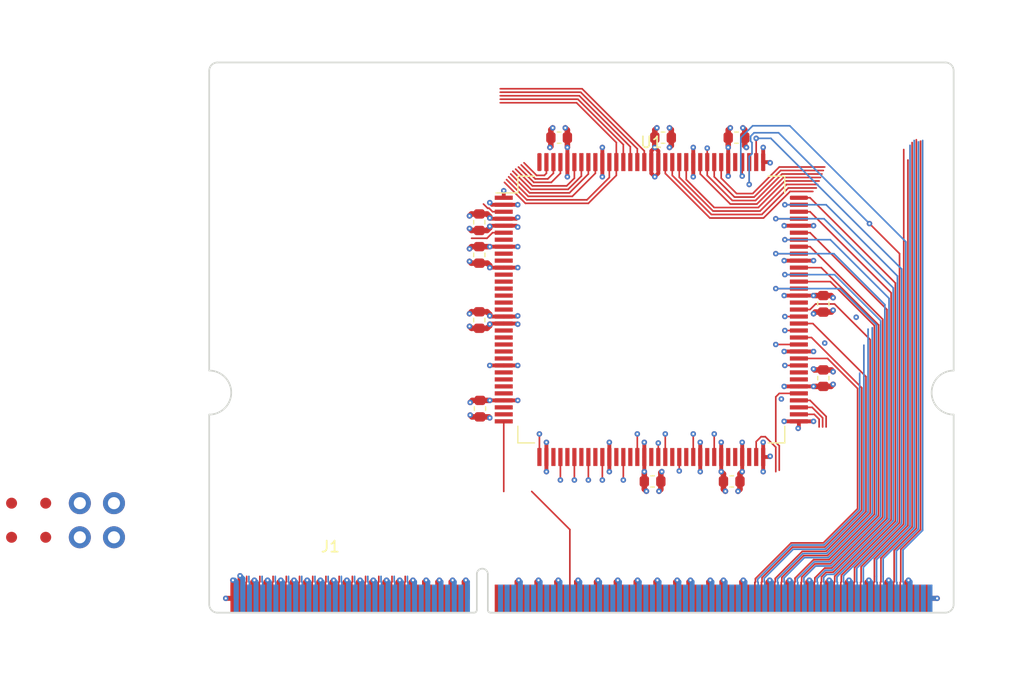
<source format=kicad_pcb>
(kicad_pcb (version 20171130) (host pcbnew "(5.1.5-0-10_14)")

  (general
    (thickness 1.6)
    (drawings 18)
    (tracks 956)
    (zones 0)
    (modules 21)
    (nets 114)
  )

  (page A4)
  (layers
    (0 F.Cu signal)
    (1 In1.Cu signal)
    (2 In2.Cu signal)
    (31 B.Cu signal)
    (32 B.Adhes user)
    (33 F.Adhes user)
    (34 B.Paste user)
    (35 F.Paste user)
    (36 B.SilkS user)
    (37 F.SilkS user)
    (38 B.Mask user)
    (39 F.Mask user)
    (40 Dwgs.User user)
    (41 Cmts.User user)
    (42 Eco1.User user)
    (43 Eco2.User user)
    (44 Edge.Cuts user)
    (45 Margin user)
    (46 B.CrtYd user)
    (47 F.CrtYd user)
    (48 B.Fab user)
    (49 F.Fab user)
  )

  (setup
    (last_trace_width 0.15)
    (user_trace_width 0.2)
    (user_trace_width 0.25)
    (user_trace_width 0.3)
    (user_trace_width 0.35)
    (user_trace_width 0.4)
    (user_trace_width 0.45)
    (user_trace_width 0.5)
    (user_trace_width 0.6)
    (user_trace_width 0.8)
    (user_trace_width 1)
    (user_trace_width 1.27)
    (user_trace_width 1.524)
    (trace_clearance 0.15)
    (zone_clearance 0.15)
    (zone_45_only no)
    (trace_min 0.15)
    (via_size 0.5)
    (via_drill 0.2)
    (via_min_size 0.5)
    (via_min_drill 0.2)
    (user_via 0.6 0.3)
    (user_via 0.8 0.4)
    (user_via 1 0.5)
    (user_via 1.524 0.762)
    (uvia_size 0.3)
    (uvia_drill 0.1)
    (uvias_allowed no)
    (uvia_min_size 0.2)
    (uvia_min_drill 0.1)
    (edge_width 0.15)
    (segment_width 0.1524)
    (pcb_text_width 0.3)
    (pcb_text_size 1.5 1.5)
    (mod_edge_width 0.15)
    (mod_text_size 1 1)
    (mod_text_width 0.15)
    (pad_size 0.38 1.635)
    (pad_drill 0)
    (pad_to_mask_clearance 0.05)
    (solder_mask_min_width 0.1)
    (pad_to_paste_clearance -0.0381)
    (aux_axis_origin 0 0)
    (visible_elements FFFFFF7F)
    (pcbplotparams
      (layerselection 0x010f8_ffffffff)
      (usegerberextensions true)
      (usegerberattributes false)
      (usegerberadvancedattributes false)
      (creategerberjobfile false)
      (excludeedgelayer true)
      (linewidth 0.100000)
      (plotframeref false)
      (viasonmask false)
      (mode 1)
      (useauxorigin false)
      (hpglpennumber 1)
      (hpglpenspeed 20)
      (hpglpendiameter 15.000000)
      (psnegative false)
      (psa4output false)
      (plotreference true)
      (plotvalue true)
      (plotinvisibletext false)
      (padsonsilk false)
      (subtractmaskfromsilk true)
      (outputformat 1)
      (mirror false)
      (drillshape 0)
      (scaleselection 1)
      (outputdirectory "gerber/"))
  )

  (net 0 "")
  (net 1 GND)
  (net 2 VCC)
  (net 3 /D30)
  (net 4 /D31)
  (net 5 /D28)
  (net 6 /D29)
  (net 7 /D26)
  (net 8 /D27)
  (net 9 /D24)
  (net 10 /D25)
  (net 11 /D22)
  (net 12 /D23)
  (net 13 /D20)
  (net 14 /D21)
  (net 15 /D18)
  (net 16 /D19)
  (net 17 /D16)
  (net 18 /D17)
  (net 19 /D14)
  (net 20 /D15)
  (net 21 /D12)
  (net 22 /D13)
  (net 23 /D10)
  (net 24 /D11)
  (net 25 /D8)
  (net 26 /D9)
  (net 27 /D6)
  (net 28 /D7)
  (net 29 /D4)
  (net 30 /D5)
  (net 31 /D2)
  (net 32 /D3)
  (net 33 /D0)
  (net 34 /D1)
  (net 35 "Net-(J1-Pad146)")
  (net 36 /~STATUS~)
  (net 37 "Net-(J1-Pad144)")
  (net 38 /~REFILL~)
  (net 39 /~CDIS~)
  (net 40 /~IPL~0)
  (net 41 /~IPL~1)
  (net 42 "Net-(J1-Pad135)")
  (net 43 /~IPL~2)
  (net 44 /~MMUDIS~)
  (net 45 /~RESET~)
  (net 46 /~IPEND)
  (net 47 /A2)
  (net 48 /A3)
  (net 49 /A4)
  (net 50 /A5)
  (net 51 /A6)
  (net 52 /A7)
  (net 53 /A8)
  (net 54 /A9)
  (net 55 /A10)
  (net 56 /A11)
  (net 57 /A12)
  (net 58 /A13)
  (net 59 /A14)
  (net 60 /A15)
  (net 61 /A16)
  (net 62 /A17)
  (net 63 /A18)
  (net 64 /A19)
  (net 65 /A20)
  (net 66 /A21)
  (net 67 /A22)
  (net 68 /A23)
  (net 69 /A24)
  (net 70 /A25)
  (net 71 /A26)
  (net 72 /A27)
  (net 73 /A28)
  (net 74 /A29)
  (net 75 /A30)
  (net 76 /A31)
  (net 77 /A1)
  (net 78 /A0)
  (net 79 "Net-(J1-Pad70)")
  (net 80 "Net-(J1-Pad69)")
  (net 81 "Net-(J1-Pad66)")
  (net 82 "Net-(J1-Pad65)")
  (net 83 "Net-(J1-Pad62)")
  (net 84 "Net-(J1-Pad61)")
  (net 85 "Net-(J1-Pad58)")
  (net 86 "Net-(J1-Pad57)")
  (net 87 /~BR~)
  (net 88 /~BGACK~)
  (net 89 /~BG~)
  (net 90 /~CIOUT~)
  (net 91 /~OCS~)
  (net 92 /~RMC~)
  (net 93 /FC0)
  (net 94 /FC1)
  (net 95 /FC2)
  (net 96 /~AVEC~)
  (net 97 /CLK)
  (net 98 /~DSACK~0)
  (net 99 /~DSACK~1)
  (net 100 /~STERM~)
  (net 101 /~BERR~)
  (net 102 /~HALT~)
  (net 103 /~CBACK~)
  (net 104 /~CBREQ~)
  (net 105 /~AS~)
  (net 106 /~DS~)
  (net 107 /~CIIN~)
  (net 108 /~DBEN~)
  (net 109 /SIZ0)
  (net 110 /SIZ1)
  (net 111 /~ECS~)
  (net 112 /R~W~)
  (net 113 +3V3)

  (net_class Default "This is the default net class."
    (clearance 0.15)
    (trace_width 0.15)
    (via_dia 0.5)
    (via_drill 0.2)
    (uvia_dia 0.3)
    (uvia_drill 0.1)
    (add_net +3V3)
    (add_net /A0)
    (add_net /A1)
    (add_net /A10)
    (add_net /A11)
    (add_net /A12)
    (add_net /A13)
    (add_net /A14)
    (add_net /A15)
    (add_net /A16)
    (add_net /A17)
    (add_net /A18)
    (add_net /A19)
    (add_net /A2)
    (add_net /A20)
    (add_net /A21)
    (add_net /A22)
    (add_net /A23)
    (add_net /A24)
    (add_net /A25)
    (add_net /A26)
    (add_net /A27)
    (add_net /A28)
    (add_net /A29)
    (add_net /A3)
    (add_net /A30)
    (add_net /A31)
    (add_net /A4)
    (add_net /A5)
    (add_net /A6)
    (add_net /A7)
    (add_net /A8)
    (add_net /A9)
    (add_net /CLK)
    (add_net /D0)
    (add_net /D1)
    (add_net /D10)
    (add_net /D11)
    (add_net /D12)
    (add_net /D13)
    (add_net /D14)
    (add_net /D15)
    (add_net /D16)
    (add_net /D17)
    (add_net /D18)
    (add_net /D19)
    (add_net /D2)
    (add_net /D20)
    (add_net /D21)
    (add_net /D22)
    (add_net /D23)
    (add_net /D24)
    (add_net /D25)
    (add_net /D26)
    (add_net /D27)
    (add_net /D28)
    (add_net /D29)
    (add_net /D3)
    (add_net /D30)
    (add_net /D31)
    (add_net /D4)
    (add_net /D5)
    (add_net /D6)
    (add_net /D7)
    (add_net /D8)
    (add_net /D9)
    (add_net /FC0)
    (add_net /FC1)
    (add_net /FC2)
    (add_net /R~W~)
    (add_net /SIZ0)
    (add_net /SIZ1)
    (add_net /~AS~)
    (add_net /~AVEC~)
    (add_net /~BERR~)
    (add_net /~BGACK~)
    (add_net /~BG~)
    (add_net /~BR~)
    (add_net /~CBACK~)
    (add_net /~CBREQ~)
    (add_net /~CDIS~)
    (add_net /~CIIN~)
    (add_net /~CIOUT~)
    (add_net /~DBEN~)
    (add_net /~DSACK~0)
    (add_net /~DSACK~1)
    (add_net /~DS~)
    (add_net /~ECS~)
    (add_net /~HALT~)
    (add_net /~IPEND)
    (add_net /~IPL~0)
    (add_net /~IPL~1)
    (add_net /~IPL~2)
    (add_net /~MMUDIS~)
    (add_net /~OCS~)
    (add_net /~REFILL~)
    (add_net /~RESET~)
    (add_net /~RMC~)
    (add_net /~STATUS~)
    (add_net /~STERM~)
    (add_net GND)
    (add_net "Net-(J1-Pad135)")
    (add_net "Net-(J1-Pad144)")
    (add_net "Net-(J1-Pad146)")
    (add_net "Net-(J1-Pad57)")
    (add_net "Net-(J1-Pad58)")
    (add_net "Net-(J1-Pad61)")
    (add_net "Net-(J1-Pad62)")
    (add_net "Net-(J1-Pad65)")
    (add_net "Net-(J1-Pad66)")
    (add_net "Net-(J1-Pad69)")
    (add_net "Net-(J1-Pad70)")
    (add_net VCC)
  )

  (module SODIMM:SODIMM_DDR3_EDGE (layer F.Cu) (tedit 5ACAB60F) (tstamp 5F213296)
    (at 104 104)
    (path /5F7A74EA)
    (fp_text reference J1 (at 11 -6) (layer F.SilkS)
      (effects (font (size 1 1) (thickness 0.15)))
    )
    (fp_text value SODIMM-DDR3-204 (at 9.5 1) (layer F.Fab)
      (effects (font (size 1 1) (thickness 0.15)))
    )
    (pad "" np_thru_hole circle (at 65.6 -6) (size 1.8 1.8) (drill 1.8) (layers *.Cu *.Mask))
    (pad "" np_thru_hole circle (at 2 -6) (size 1.8 1.8) (drill 1.8) (layers *.Cu *.Mask))
    (pad 204 smd rect (at 65.45 -1.3) (size 0.45 2.5) (layers B.Cu B.Mask)
      (net 1 GND))
    (pad 203 smd rect (at 65.15 -1.3) (size 0.45 2.5) (layers F.Cu F.Mask)
      (net 1 GND))
    (pad 202 smd rect (at 64.85 -1.3) (size 0.45 2.5) (layers B.Cu B.Mask)
      (net 2 VCC))
    (pad 201 smd rect (at 64.55 -1.3) (size 0.45 2.5) (layers F.Cu F.Mask)
      (net 2 VCC))
    (pad 200 smd rect (at 64.25 -1.3) (size 0.45 2.5) (layers B.Cu B.Mask)
      (net 1 GND))
    (pad 199 smd rect (at 63.95 -1.3) (size 0.45 2.5) (layers F.Cu F.Mask)
      (net 1 GND))
    (pad 198 smd rect (at 63.65 -1.3) (size 0.45 2.5) (layers B.Cu B.Mask)
      (net 2 VCC))
    (pad 197 smd rect (at 63.35 -1.3) (size 0.45 2.5) (layers F.Cu F.Mask)
      (net 2 VCC))
    (pad 196 smd rect (at 63.05 -1.3) (size 0.45 2.5) (layers B.Cu B.Mask)
      (net 3 /D30))
    (pad 195 smd rect (at 62.75 -1.3) (size 0.45 2.5) (layers F.Cu F.Mask)
      (net 4 /D31))
    (pad 194 smd rect (at 62.45 -1.3) (size 0.45 2.5) (layers B.Cu B.Mask)
      (net 5 /D28))
    (pad 193 smd rect (at 62.15 -1.3) (size 0.45 2.5) (layers F.Cu F.Mask)
      (net 6 /D29))
    (pad 192 smd rect (at 61.85 -1.3) (size 0.45 2.5) (layers B.Cu B.Mask)
      (net 1 GND))
    (pad 191 smd rect (at 61.55 -1.3) (size 0.45 2.5) (layers F.Cu F.Mask)
      (net 1 GND))
    (pad 190 smd rect (at 61.25 -1.3) (size 0.45 2.5) (layers B.Cu B.Mask)
      (net 7 /D26))
    (pad 189 smd rect (at 60.95 -1.3) (size 0.45 2.5) (layers F.Cu F.Mask)
      (net 8 /D27))
    (pad 188 smd rect (at 60.65 -1.3) (size 0.45 2.5) (layers B.Cu B.Mask)
      (net 9 /D24))
    (pad 187 smd rect (at 60.35 -1.3) (size 0.45 2.5) (layers F.Cu F.Mask)
      (net 10 /D25))
    (pad 186 smd rect (at 60.05 -1.3) (size 0.45 2.5) (layers B.Cu B.Mask)
      (net 2 VCC))
    (pad 185 smd rect (at 59.75 -1.3) (size 0.45 2.5) (layers F.Cu F.Mask)
      (net 2 VCC))
    (pad 184 smd rect (at 59.45 -1.3) (size 0.45 2.5) (layers B.Cu B.Mask)
      (net 11 /D22))
    (pad 183 smd rect (at 59.15 -1.3) (size 0.45 2.5) (layers F.Cu F.Mask)
      (net 12 /D23))
    (pad 182 smd rect (at 58.85 -1.3) (size 0.45 2.5) (layers B.Cu B.Mask)
      (net 13 /D20))
    (pad 181 smd rect (at 58.55 -1.3) (size 0.45 2.5) (layers F.Cu F.Mask)
      (net 14 /D21))
    (pad 180 smd rect (at 58.25 -1.3) (size 0.45 2.5) (layers B.Cu B.Mask)
      (net 1 GND))
    (pad 179 smd rect (at 57.95 -1.3) (size 0.45 2.5) (layers F.Cu F.Mask)
      (net 1 GND))
    (pad 178 smd rect (at 57.65 -1.3) (size 0.45 2.5) (layers B.Cu B.Mask)
      (net 15 /D18))
    (pad 177 smd rect (at 57.35 -1.3) (size 0.45 2.5) (layers F.Cu F.Mask)
      (net 16 /D19))
    (pad 176 smd rect (at 57.05 -1.3) (size 0.45 2.5) (layers B.Cu B.Mask)
      (net 17 /D16))
    (pad 175 smd rect (at 56.75 -1.3) (size 0.45 2.5) (layers F.Cu F.Mask)
      (net 18 /D17))
    (pad 174 smd rect (at 56.45 -1.3) (size 0.45 2.5) (layers B.Cu B.Mask)
      (net 2 VCC))
    (pad 173 smd rect (at 56.15 -1.3) (size 0.45 2.5) (layers F.Cu F.Mask)
      (net 2 VCC))
    (pad 172 smd rect (at 55.85 -1.3) (size 0.45 2.5) (layers B.Cu B.Mask)
      (net 19 /D14))
    (pad 171 smd rect (at 55.55 -1.3) (size 0.45 2.5) (layers F.Cu F.Mask)
      (net 20 /D15))
    (pad 170 smd rect (at 55.25 -1.3) (size 0.45 2.5) (layers B.Cu B.Mask)
      (net 21 /D12))
    (pad 169 smd rect (at 54.95 -1.3) (size 0.45 2.5) (layers F.Cu F.Mask)
      (net 22 /D13))
    (pad 168 smd rect (at 54.65 -1.3) (size 0.45 2.5) (layers B.Cu B.Mask)
      (net 1 GND))
    (pad 167 smd rect (at 54.35 -1.3) (size 0.45 2.5) (layers F.Cu F.Mask)
      (net 1 GND))
    (pad 166 smd rect (at 54.05 -1.3) (size 0.45 2.5) (layers B.Cu B.Mask)
      (net 23 /D10))
    (pad 165 smd rect (at 53.75 -1.3) (size 0.45 2.5) (layers F.Cu F.Mask)
      (net 24 /D11))
    (pad 164 smd rect (at 53.45 -1.3) (size 0.45 2.5) (layers B.Cu B.Mask)
      (net 25 /D8))
    (pad 163 smd rect (at 53.15 -1.3) (size 0.45 2.5) (layers F.Cu F.Mask)
      (net 26 /D9))
    (pad 162 smd rect (at 52.85 -1.3) (size 0.45 2.5) (layers B.Cu B.Mask)
      (net 2 VCC))
    (pad 161 smd rect (at 52.55 -1.3) (size 0.45 2.5) (layers F.Cu F.Mask)
      (net 2 VCC))
    (pad 160 smd rect (at 52.25 -1.3) (size 0.45 2.5) (layers B.Cu B.Mask)
      (net 27 /D6))
    (pad 159 smd rect (at 51.95 -1.3) (size 0.45 2.5) (layers F.Cu F.Mask)
      (net 28 /D7))
    (pad 158 smd rect (at 51.65 -1.3) (size 0.45 2.5) (layers B.Cu B.Mask)
      (net 29 /D4))
    (pad 157 smd rect (at 51.35 -1.3) (size 0.45 2.5) (layers F.Cu F.Mask)
      (net 30 /D5))
    (pad 156 smd rect (at 51.05 -1.3) (size 0.45 2.5) (layers B.Cu B.Mask)
      (net 1 GND))
    (pad 155 smd rect (at 50.75 -1.3) (size 0.45 2.5) (layers F.Cu F.Mask)
      (net 1 GND))
    (pad 154 smd rect (at 50.45 -1.3) (size 0.45 2.5) (layers B.Cu B.Mask)
      (net 31 /D2))
    (pad 153 smd rect (at 50.15 -1.3) (size 0.45 2.5) (layers F.Cu F.Mask)
      (net 32 /D3))
    (pad 152 smd rect (at 49.85 -1.3) (size 0.45 2.5) (layers B.Cu B.Mask)
      (net 33 /D0))
    (pad 151 smd rect (at 49.55 -1.3) (size 0.45 2.5) (layers F.Cu F.Mask)
      (net 34 /D1))
    (pad 150 smd rect (at 49.25 -1.3) (size 0.45 2.5) (layers B.Cu B.Mask)
      (net 2 VCC))
    (pad 149 smd rect (at 48.95 -1.3) (size 0.45 2.5) (layers F.Cu F.Mask)
      (net 2 VCC))
    (pad 148 smd rect (at 48.65 -1.3) (size 0.45 2.5) (layers B.Cu B.Mask)
      (net 1 GND))
    (pad 147 smd rect (at 48.35 -1.3) (size 0.45 2.5) (layers F.Cu F.Mask)
      (net 1 GND))
    (pad 146 smd rect (at 48.05 -1.3) (size 0.45 2.5) (layers B.Cu B.Mask)
      (net 35 "Net-(J1-Pad146)"))
    (pad 145 smd rect (at 47.75 -1.3) (size 0.45 2.5) (layers F.Cu F.Mask)
      (net 36 /~STATUS~))
    (pad 144 smd rect (at 47.45 -1.3) (size 0.45 2.5) (layers B.Cu B.Mask)
      (net 37 "Net-(J1-Pad144)"))
    (pad 143 smd rect (at 47.15 -1.3) (size 0.45 2.5) (layers F.Cu F.Mask)
      (net 38 /~REFILL~))
    (pad 142 smd rect (at 46.85 -1.3) (size 0.45 2.5) (layers B.Cu B.Mask)
      (net 1 GND))
    (pad 141 smd rect (at 46.55 -1.3) (size 0.45 2.5) (layers F.Cu F.Mask)
      (net 1 GND))
    (pad 140 smd rect (at 46.25 -1.3) (size 0.45 2.5) (layers B.Cu B.Mask)
      (net 39 /~CDIS~))
    (pad 139 smd rect (at 45.95 -1.3) (size 0.45 2.5) (layers F.Cu F.Mask)
      (net 40 /~IPL~0))
    (pad 138 smd rect (at 45.65 -1.3) (size 0.45 2.5) (layers B.Cu B.Mask)
      (net 2 VCC))
    (pad 137 smd rect (at 45.35 -1.3) (size 0.45 2.5) (layers F.Cu F.Mask)
      (net 2 VCC))
    (pad 136 smd rect (at 45.05 -1.3) (size 0.45 2.5) (layers B.Cu B.Mask)
      (net 41 /~IPL~1))
    (pad 135 smd rect (at 44.75 -1.3) (size 0.45 2.5) (layers F.Cu F.Mask)
      (net 42 "Net-(J1-Pad135)"))
    (pad 134 smd rect (at 44.45 -1.3) (size 0.45 2.5) (layers B.Cu B.Mask)
      (net 43 /~IPL~2))
    (pad 133 smd rect (at 44.15 -1.3) (size 0.45 2.5) (layers F.Cu F.Mask)
      (net 44 /~MMUDIS~))
    (pad 132 smd rect (at 43.85 -1.3) (size 0.45 2.5) (layers B.Cu B.Mask)
      (net 1 GND))
    (pad 131 smd rect (at 43.55 -1.3) (size 0.45 2.5) (layers F.Cu F.Mask)
      (net 1 GND))
    (pad 130 smd rect (at 43.25 -1.3) (size 0.45 2.5) (layers B.Cu B.Mask)
      (net 45 /~RESET~))
    (pad 129 smd rect (at 42.95 -1.3) (size 0.45 2.5) (layers F.Cu F.Mask)
      (net 46 /~IPEND))
    (pad 128 smd rect (at 42.65 -1.3) (size 0.45 2.5) (layers B.Cu B.Mask)
      (net 2 VCC))
    (pad 127 smd rect (at 42.35 -1.3) (size 0.45 2.5) (layers F.Cu F.Mask)
      (net 2 VCC))
    (pad 126 smd rect (at 42.05 -1.3) (size 0.45 2.5) (layers B.Cu B.Mask)
      (net 47 /A2))
    (pad 125 smd rect (at 41.75 -1.3) (size 0.45 2.5) (layers F.Cu F.Mask)
      (net 48 /A3))
    (pad 124 smd rect (at 41.45 -1.3) (size 0.45 2.5) (layers B.Cu B.Mask)
      (net 49 /A4))
    (pad 123 smd rect (at 41.15 -1.3) (size 0.45 2.5) (layers F.Cu F.Mask)
      (net 50 /A5))
    (pad 122 smd rect (at 40.85 -1.3) (size 0.45 2.5) (layers B.Cu B.Mask)
      (net 1 GND))
    (pad 121 smd rect (at 40.55 -1.3) (size 0.45 2.5) (layers F.Cu F.Mask)
      (net 1 GND))
    (pad 120 smd rect (at 40.25 -1.3) (size 0.45 2.5) (layers B.Cu B.Mask)
      (net 51 /A6))
    (pad 119 smd rect (at 39.95 -1.3) (size 0.45 2.5) (layers F.Cu F.Mask)
      (net 52 /A7))
    (pad 118 smd rect (at 39.65 -1.3) (size 0.45 2.5) (layers B.Cu B.Mask)
      (net 53 /A8))
    (pad 117 smd rect (at 39.35 -1.3) (size 0.45 2.5) (layers F.Cu F.Mask)
      (net 54 /A9))
    (pad 116 smd rect (at 39.05 -1.3) (size 0.45 2.5) (layers B.Cu B.Mask)
      (net 2 VCC))
    (pad 115 smd rect (at 38.75 -1.3) (size 0.45 2.5) (layers F.Cu F.Mask)
      (net 2 VCC))
    (pad 114 smd rect (at 38.45 -1.3) (size 0.45 2.5) (layers B.Cu B.Mask)
      (net 55 /A10))
    (pad 113 smd rect (at 38.15 -1.3) (size 0.45 2.5) (layers F.Cu F.Mask)
      (net 56 /A11))
    (pad 112 smd rect (at 37.85 -1.3) (size 0.45 2.5) (layers B.Cu B.Mask)
      (net 57 /A12))
    (pad 111 smd rect (at 37.55 -1.3) (size 0.45 2.5) (layers F.Cu F.Mask)
      (net 58 /A13))
    (pad 110 smd rect (at 37.25 -1.3) (size 0.45 2.5) (layers B.Cu B.Mask)
      (net 1 GND))
    (pad 109 smd rect (at 36.95 -1.3) (size 0.45 2.5) (layers F.Cu F.Mask)
      (net 1 GND))
    (pad 108 smd rect (at 36.65 -1.3) (size 0.45 2.5) (layers B.Cu B.Mask)
      (net 59 /A14))
    (pad 107 smd rect (at 36.35 -1.3) (size 0.45 2.5) (layers F.Cu F.Mask)
      (net 60 /A15))
    (pad 106 smd rect (at 36.05 -1.3) (size 0.45 2.5) (layers B.Cu B.Mask)
      (net 61 /A16))
    (pad 105 smd rect (at 35.75 -1.3) (size 0.45 2.5) (layers F.Cu F.Mask)
      (net 62 /A17))
    (pad 104 smd rect (at 35.45 -1.3) (size 0.45 2.5) (layers B.Cu B.Mask)
      (net 2 VCC))
    (pad 103 smd rect (at 35.15 -1.3) (size 0.45 2.5) (layers F.Cu F.Mask)
      (net 2 VCC))
    (pad 102 smd rect (at 34.85 -1.3) (size 0.45 2.5) (layers B.Cu B.Mask)
      (net 63 /A18))
    (pad 101 smd rect (at 34.55 -1.3) (size 0.45 2.5) (layers F.Cu F.Mask)
      (net 64 /A19))
    (pad 100 smd rect (at 34.25 -1.3) (size 0.45 2.5) (layers B.Cu B.Mask)
      (net 65 /A20))
    (pad 99 smd rect (at 33.95 -1.3) (size 0.45 2.5) (layers F.Cu F.Mask)
      (net 66 /A21))
    (pad 98 smd rect (at 33.65 -1.3) (size 0.45 2.5) (layers B.Cu B.Mask)
      (net 1 GND))
    (pad 97 smd rect (at 33.35 -1.3) (size 0.45 2.5) (layers F.Cu F.Mask)
      (net 1 GND))
    (pad 96 smd rect (at 33.05 -1.3) (size 0.45 2.5) (layers B.Cu B.Mask)
      (net 67 /A22))
    (pad 95 smd rect (at 32.75 -1.3) (size 0.45 2.5) (layers F.Cu F.Mask)
      (net 68 /A23))
    (pad 94 smd rect (at 32.45 -1.3) (size 0.45 2.5) (layers B.Cu B.Mask)
      (net 69 /A24))
    (pad 93 smd rect (at 32.15 -1.3) (size 0.45 2.5) (layers F.Cu F.Mask)
      (net 70 /A25))
    (pad 92 smd rect (at 31.85 -1.3) (size 0.45 2.5) (layers B.Cu B.Mask)
      (net 2 VCC))
    (pad 91 smd rect (at 31.55 -1.3) (size 0.45 2.5) (layers F.Cu F.Mask)
      (net 2 VCC))
    (pad 90 smd rect (at 31.25 -1.3) (size 0.45 2.5) (layers B.Cu B.Mask)
      (net 71 /A26))
    (pad 89 smd rect (at 30.95 -1.3) (size 0.45 2.5) (layers F.Cu F.Mask)
      (net 72 /A27))
    (pad 88 smd rect (at 30.65 -1.3) (size 0.45 2.5) (layers B.Cu B.Mask)
      (net 73 /A28))
    (pad 87 smd rect (at 30.35 -1.3) (size 0.45 2.5) (layers F.Cu F.Mask)
      (net 74 /A29))
    (pad 86 smd rect (at 30.05 -1.3) (size 0.45 2.5) (layers B.Cu B.Mask)
      (net 1 GND))
    (pad 85 smd rect (at 29.75 -1.3) (size 0.45 2.5) (layers F.Cu F.Mask)
      (net 1 GND))
    (pad 84 smd rect (at 29.45 -1.3) (size 0.45 2.5) (layers B.Cu B.Mask)
      (net 75 /A30))
    (pad 83 smd rect (at 29.15 -1.3) (size 0.45 2.5) (layers F.Cu F.Mask)
      (net 76 /A31))
    (pad 82 smd rect (at 28.85 -1.3) (size 0.45 2.5) (layers B.Cu B.Mask)
      (net 77 /A1))
    (pad 81 smd rect (at 28.55 -1.3) (size 0.45 2.5) (layers F.Cu F.Mask)
      (net 78 /A0))
    (pad 80 smd rect (at 28.25 -1.3) (size 0.45 2.5) (layers B.Cu B.Mask)
      (net 2 VCC))
    (pad 79 smd rect (at 27.95 -1.3) (size 0.45 2.5) (layers F.Cu F.Mask)
      (net 2 VCC))
    (pad 78 smd rect (at 27.65 -1.3) (size 0.45 2.5) (layers B.Cu B.Mask)
      (net 1 GND))
    (pad 77 smd rect (at 27.35 -1.3) (size 0.45 2.5) (layers F.Cu F.Mask)
      (net 1 GND))
    (pad 76 smd rect (at 27.05 -1.3) (size 0.45 2.5) (layers B.Cu B.Mask)
      (net 2 VCC))
    (pad 75 smd rect (at 26.75 -1.3) (size 0.45 2.5) (layers F.Cu F.Mask)
      (net 2 VCC))
    (pad 74 smd rect (at 26.45 -1.3) (size 0.45 2.5) (layers B.Cu B.Mask)
      (net 1 GND))
    (pad 73 smd rect (at 26.15 -1.3) (size 0.45 2.5) (layers F.Cu F.Mask)
      (net 1 GND))
    (pad 72 smd rect (at 23.45 -1.3) (size 0.45 2.5) (layers B.Cu B.Mask)
      (net 1 GND))
    (pad 71 smd rect (at 23.15 -1.3) (size 0.45 2.5) (layers F.Cu F.Mask)
      (net 1 GND))
    (pad 70 smd rect (at 22.85 -1.3) (size 0.45 2.5) (layers B.Cu B.Mask)
      (net 79 "Net-(J1-Pad70)"))
    (pad 69 smd rect (at 22.55 -1.3) (size 0.45 2.5) (layers F.Cu F.Mask)
      (net 80 "Net-(J1-Pad69)"))
    (pad 68 smd rect (at 22.25 -1.3) (size 0.45 2.5) (layers B.Cu B.Mask)
      (net 2 VCC))
    (pad 67 smd rect (at 21.95 -1.3) (size 0.45 2.5) (layers F.Cu F.Mask)
      (net 2 VCC))
    (pad 66 smd rect (at 21.65 -1.3) (size 0.45 2.5) (layers B.Cu B.Mask)
      (net 81 "Net-(J1-Pad66)"))
    (pad 65 smd rect (at 21.35 -1.3) (size 0.45 2.5) (layers F.Cu F.Mask)
      (net 82 "Net-(J1-Pad65)"))
    (pad 64 smd rect (at 21.05 -1.3) (size 0.45 2.5) (layers B.Cu B.Mask)
      (net 1 GND))
    (pad 63 smd rect (at 20.75 -1.3) (size 0.45 2.5) (layers F.Cu F.Mask)
      (net 1 GND))
    (pad 62 smd rect (at 20.45 -1.3) (size 0.45 2.5) (layers B.Cu B.Mask)
      (net 83 "Net-(J1-Pad62)"))
    (pad 61 smd rect (at 20.15 -1.3) (size 0.45 2.5) (layers F.Cu F.Mask)
      (net 84 "Net-(J1-Pad61)"))
    (pad 60 smd rect (at 19.85 -1.3) (size 0.45 2.5) (layers B.Cu B.Mask)
      (net 2 VCC))
    (pad 59 smd rect (at 19.55 -1.3) (size 0.45 2.5) (layers F.Cu F.Mask)
      (net 2 VCC))
    (pad 58 smd rect (at 19.25 -1.3) (size 0.45 2.5) (layers B.Cu B.Mask)
      (net 85 "Net-(J1-Pad58)"))
    (pad 57 smd rect (at 18.95 -1.3) (size 0.45 2.5) (layers F.Cu F.Mask)
      (net 86 "Net-(J1-Pad57)"))
    (pad 56 smd rect (at 18.65 -1.3) (size 0.45 2.5) (layers B.Cu B.Mask)
      (net 1 GND))
    (pad 55 smd rect (at 18.35 -1.3) (size 0.45 2.5) (layers F.Cu F.Mask)
      (net 1 GND))
    (pad 54 smd rect (at 18.05 -1.3) (size 0.45 2.5) (layers B.Cu B.Mask)
      (net 87 /~BR~))
    (pad 53 smd rect (at 17.75 -1.3) (size 0.45 2.5) (layers F.Cu F.Mask)
      (net 88 /~BGACK~))
    (pad 52 smd rect (at 17.45 -1.3) (size 0.45 2.5) (layers B.Cu B.Mask)
      (net 2 VCC))
    (pad 51 smd rect (at 17.15 -1.3) (size 0.45 2.5) (layers F.Cu F.Mask)
      (net 2 VCC))
    (pad 50 smd rect (at 16.85 -1.3) (size 0.45 2.5) (layers B.Cu B.Mask)
      (net 89 /~BG~))
    (pad 49 smd rect (at 16.55 -1.3) (size 0.45 2.5) (layers F.Cu F.Mask)
      (net 90 /~CIOUT~))
    (pad 48 smd rect (at 16.25 -1.3) (size 0.45 2.5) (layers B.Cu B.Mask)
      (net 1 GND))
    (pad 47 smd rect (at 15.95 -1.3) (size 0.45 2.5) (layers F.Cu F.Mask)
      (net 1 GND))
    (pad 46 smd rect (at 15.65 -1.3) (size 0.45 2.5) (layers B.Cu B.Mask)
      (net 91 /~OCS~))
    (pad 45 smd rect (at 15.35 -1.3) (size 0.45 2.5) (layers F.Cu F.Mask)
      (net 92 /~RMC~))
    (pad 44 smd rect (at 15.05 -1.3) (size 0.45 2.5) (layers B.Cu B.Mask)
      (net 2 VCC))
    (pad 43 smd rect (at 14.75 -1.3) (size 0.45 2.5) (layers F.Cu F.Mask)
      (net 2 VCC))
    (pad 42 smd rect (at 14.45 -1.3) (size 0.45 2.5) (layers B.Cu B.Mask)
      (net 93 /FC0))
    (pad 41 smd rect (at 14.15 -1.3) (size 0.45 2.5) (layers F.Cu F.Mask)
      (net 94 /FC1))
    (pad 40 smd rect (at 13.85 -1.3) (size 0.45 2.5) (layers B.Cu B.Mask)
      (net 1 GND))
    (pad 39 smd rect (at 13.55 -1.3) (size 0.45 2.5) (layers F.Cu F.Mask)
      (net 1 GND))
    (pad 38 smd rect (at 13.25 -1.3) (size 0.45 2.5) (layers B.Cu B.Mask)
      (net 95 /FC2))
    (pad 37 smd rect (at 12.95 -1.3) (size 0.45 2.5) (layers F.Cu F.Mask)
      (net 96 /~AVEC~))
    (pad 36 smd rect (at 12.65 -1.3) (size 0.45 2.5) (layers B.Cu B.Mask)
      (net 2 VCC))
    (pad 35 smd rect (at 12.35 -1.3) (size 0.45 2.5) (layers F.Cu F.Mask)
      (net 2 VCC))
    (pad 34 smd rect (at 12.05 -1.3) (size 0.45 2.5) (layers B.Cu B.Mask)
      (net 97 /CLK))
    (pad 33 smd rect (at 11.75 -1.3) (size 0.45 2.5) (layers F.Cu F.Mask)
      (net 98 /~DSACK~0))
    (pad 32 smd rect (at 11.45 -1.3) (size 0.45 2.5) (layers B.Cu B.Mask)
      (net 1 GND))
    (pad 31 smd rect (at 11.15 -1.3) (size 0.45 2.5) (layers F.Cu F.Mask)
      (net 1 GND))
    (pad 30 smd rect (at 10.85 -1.3) (size 0.45 2.5) (layers B.Cu B.Mask)
      (net 99 /~DSACK~1))
    (pad 29 smd rect (at 10.55 -1.3) (size 0.45 2.5) (layers F.Cu F.Mask)
      (net 100 /~STERM~))
    (pad 28 smd rect (at 10.25 -1.3) (size 0.45 2.5) (layers B.Cu B.Mask)
      (net 2 VCC))
    (pad 27 smd rect (at 9.95 -1.3) (size 0.45 2.5) (layers F.Cu F.Mask)
      (net 2 VCC))
    (pad 26 smd rect (at 9.65 -1.3) (size 0.45 2.5) (layers B.Cu B.Mask)
      (net 101 /~BERR~))
    (pad 25 smd rect (at 9.35 -1.3) (size 0.45 2.5) (layers F.Cu F.Mask)
      (net 102 /~HALT~))
    (pad 24 smd rect (at 9.05 -1.3) (size 0.45 2.5) (layers B.Cu B.Mask)
      (net 1 GND))
    (pad 23 smd rect (at 8.75 -1.3) (size 0.45 2.5) (layers F.Cu F.Mask)
      (net 1 GND))
    (pad 22 smd rect (at 8.45 -1.3) (size 0.45 2.5) (layers B.Cu B.Mask)
      (net 103 /~CBACK~))
    (pad 21 smd rect (at 8.15 -1.3) (size 0.45 2.5) (layers F.Cu F.Mask)
      (net 104 /~CBREQ~))
    (pad 20 smd rect (at 7.85 -1.3) (size 0.45 2.5) (layers B.Cu B.Mask)
      (net 2 VCC))
    (pad 19 smd rect (at 7.55 -1.3) (size 0.45 2.5) (layers F.Cu F.Mask)
      (net 2 VCC))
    (pad 18 smd rect (at 7.25 -1.3) (size 0.45 2.5) (layers B.Cu B.Mask)
      (net 105 /~AS~))
    (pad 17 smd rect (at 6.95 -1.3) (size 0.45 2.5) (layers F.Cu F.Mask)
      (net 106 /~DS~))
    (pad 16 smd rect (at 6.65 -1.3) (size 0.45 2.5) (layers B.Cu B.Mask)
      (net 1 GND))
    (pad 15 smd rect (at 6.35 -1.3) (size 0.45 2.5) (layers F.Cu F.Mask)
      (net 1 GND))
    (pad 14 smd rect (at 6.05 -1.3) (size 0.45 2.5) (layers B.Cu B.Mask)
      (net 107 /~CIIN~))
    (pad 13 smd rect (at 5.75 -1.3) (size 0.45 2.5) (layers F.Cu F.Mask)
      (net 108 /~DBEN~))
    (pad 12 smd rect (at 5.45 -1.3) (size 0.45 2.5) (layers B.Cu B.Mask)
      (net 2 VCC))
    (pad 11 smd rect (at 5.15 -1.3) (size 0.45 2.5) (layers F.Cu F.Mask)
      (net 2 VCC))
    (pad 10 smd rect (at 4.85 -1.3) (size 0.45 2.5) (layers B.Cu B.Mask)
      (net 109 /SIZ0))
    (pad 9 smd rect (at 4.55 -1.3) (size 0.45 2.5) (layers F.Cu F.Mask)
      (net 110 /SIZ1))
    (pad 8 smd rect (at 4.25 -1.3) (size 0.45 2.5) (layers B.Cu B.Mask)
      (net 1 GND))
    (pad 7 smd rect (at 3.95 -1.3) (size 0.45 2.5) (layers F.Cu F.Mask)
      (net 1 GND))
    (pad 6 smd rect (at 3.65 -1.3) (size 0.45 2.5) (layers B.Cu B.Mask)
      (net 111 /~ECS~))
    (pad 5 smd rect (at 3.35 -1.3) (size 0.45 2.5) (layers F.Cu F.Mask)
      (net 112 /R~W~))
    (pad 4 smd rect (at 3.05 -1.3) (size 0.45 2.5) (layers B.Cu B.Mask)
      (net 2 VCC))
    (pad 3 smd rect (at 2.75 -1.3) (size 0.45 2.5) (layers F.Cu F.Mask)
      (net 2 VCC))
    (pad 2 smd rect (at 2.45 -1.3) (size 0.45 2.5) (layers B.Cu B.Mask)
      (net 1 GND))
    (pad 1 smd rect (at 2.15 -1.3) (size 0.45 2.5) (layers F.Cu F.Mask)
      (net 1 GND))
  )

  (module stdpads:C_0603 (layer F.Cu) (tedit 5F213613) (tstamp 5F21D4AB)
    (at 135.775 60.833 180)
    (tags capacitor)
    (solder_mask_margin 0.05)
    (solder_paste_margin -0.04)
    (attr smd)
    (fp_text reference REF** (at 0 0) (layer F.Fab)
      (effects (font (size 0.254 0.254) (thickness 0.0635)))
    )
    (fp_text value C_0603 (at 0 0.25) (layer F.Fab)
      (effects (font (size 0.127 0.127) (thickness 0.03175)))
    )
    (fp_line (start -0.8 0.4) (end -0.8 -0.4) (layer F.Fab) (width 0.1))
    (fp_line (start -0.8 -0.4) (end 0.8 -0.4) (layer F.Fab) (width 0.1))
    (fp_line (start 0.8 -0.4) (end 0.8 0.4) (layer F.Fab) (width 0.1))
    (fp_line (start 0.8 0.4) (end -0.8 0.4) (layer F.Fab) (width 0.1))
    (fp_line (start -0.162779 -0.51) (end 0.162779 -0.51) (layer F.SilkS) (width 0.12))
    (fp_line (start -0.162779 0.51) (end 0.162779 0.51) (layer F.SilkS) (width 0.12))
    (fp_line (start -1.4 0.7) (end -1.4 -0.7) (layer F.CrtYd) (width 0.05))
    (fp_line (start -1.4 -0.7) (end 1.4 -0.7) (layer F.CrtYd) (width 0.05))
    (fp_line (start 1.4 -0.7) (end 1.4 0.7) (layer F.CrtYd) (width 0.05))
    (fp_line (start 1.4 0.7) (end -1.4 0.7) (layer F.CrtYd) (width 0.05))
    (fp_text user %R (at 0 0) (layer F.SilkS) hide
      (effects (font (size 0.254 0.254) (thickness 0.0635)))
    )
    (pad 1 smd roundrect (at -0.75 0 180) (size 0.85 0.95) (layers F.Cu F.Paste F.Mask) (roundrect_rratio 0.25)
      (net 113 +3V3))
    (pad 2 smd roundrect (at 0.75 0 180) (size 0.85 0.95) (layers F.Cu F.Paste F.Mask) (roundrect_rratio 0.25)
      (net 1 GND))
    (model ${KISYS3DMOD}/Capacitor_SMD.3dshapes/C_0603_1608Metric.wrl
      (at (xyz 0 0 0))
      (scale (xyz 1 1 1))
      (rotate (xyz 0 0 0))
    )
  )

  (module stdpads:C_0603 (layer F.Cu) (tedit 5F213613) (tstamp 5F21D451)
    (at 145.2125 60.833)
    (tags capacitor)
    (solder_mask_margin 0.05)
    (solder_paste_margin -0.04)
    (attr smd)
    (fp_text reference REF** (at 0 0) (layer F.Fab)
      (effects (font (size 0.254 0.254) (thickness 0.0635)))
    )
    (fp_text value C_0603 (at 0 0.25) (layer F.Fab)
      (effects (font (size 0.127 0.127) (thickness 0.03175)))
    )
    (fp_text user %R (at 0 0) (layer F.SilkS) hide
      (effects (font (size 0.254 0.254) (thickness 0.0635)))
    )
    (fp_line (start 1.4 0.7) (end -1.4 0.7) (layer F.CrtYd) (width 0.05))
    (fp_line (start 1.4 -0.7) (end 1.4 0.7) (layer F.CrtYd) (width 0.05))
    (fp_line (start -1.4 -0.7) (end 1.4 -0.7) (layer F.CrtYd) (width 0.05))
    (fp_line (start -1.4 0.7) (end -1.4 -0.7) (layer F.CrtYd) (width 0.05))
    (fp_line (start -0.162779 0.51) (end 0.162779 0.51) (layer F.SilkS) (width 0.12))
    (fp_line (start -0.162779 -0.51) (end 0.162779 -0.51) (layer F.SilkS) (width 0.12))
    (fp_line (start 0.8 0.4) (end -0.8 0.4) (layer F.Fab) (width 0.1))
    (fp_line (start 0.8 -0.4) (end 0.8 0.4) (layer F.Fab) (width 0.1))
    (fp_line (start -0.8 -0.4) (end 0.8 -0.4) (layer F.Fab) (width 0.1))
    (fp_line (start -0.8 0.4) (end -0.8 -0.4) (layer F.Fab) (width 0.1))
    (pad 2 smd roundrect (at 0.75 0) (size 0.85 0.95) (layers F.Cu F.Paste F.Mask) (roundrect_rratio 0.25)
      (net 1 GND))
    (pad 1 smd roundrect (at -0.75 0) (size 0.85 0.95) (layers F.Cu F.Paste F.Mask) (roundrect_rratio 0.25)
      (net 113 +3V3))
    (model ${KISYS3DMOD}/Capacitor_SMD.3dshapes/C_0603_1608Metric.wrl
      (at (xyz 0 0 0))
      (scale (xyz 1 1 1))
      (rotate (xyz 0 0 0))
    )
  )

  (module stdpads:C_0603 (layer F.Cu) (tedit 5F213613) (tstamp 5F21D3AA)
    (at 151.88 60.833)
    (tags capacitor)
    (solder_mask_margin 0.05)
    (solder_paste_margin -0.04)
    (attr smd)
    (fp_text reference REF** (at 0 0) (layer F.Fab)
      (effects (font (size 0.254 0.254) (thickness 0.0635)))
    )
    (fp_text value C_0603 (at 0 0.25) (layer F.Fab)
      (effects (font (size 0.127 0.127) (thickness 0.03175)))
    )
    (fp_line (start -0.8 0.4) (end -0.8 -0.4) (layer F.Fab) (width 0.1))
    (fp_line (start -0.8 -0.4) (end 0.8 -0.4) (layer F.Fab) (width 0.1))
    (fp_line (start 0.8 -0.4) (end 0.8 0.4) (layer F.Fab) (width 0.1))
    (fp_line (start 0.8 0.4) (end -0.8 0.4) (layer F.Fab) (width 0.1))
    (fp_line (start -0.162779 -0.51) (end 0.162779 -0.51) (layer F.SilkS) (width 0.12))
    (fp_line (start -0.162779 0.51) (end 0.162779 0.51) (layer F.SilkS) (width 0.12))
    (fp_line (start -1.4 0.7) (end -1.4 -0.7) (layer F.CrtYd) (width 0.05))
    (fp_line (start -1.4 -0.7) (end 1.4 -0.7) (layer F.CrtYd) (width 0.05))
    (fp_line (start 1.4 -0.7) (end 1.4 0.7) (layer F.CrtYd) (width 0.05))
    (fp_line (start 1.4 0.7) (end -1.4 0.7) (layer F.CrtYd) (width 0.05))
    (fp_text user %R (at 0 0) (layer F.SilkS) hide
      (effects (font (size 0.254 0.254) (thickness 0.0635)))
    )
    (pad 1 smd roundrect (at -0.75 0) (size 0.85 0.95) (layers F.Cu F.Paste F.Mask) (roundrect_rratio 0.25)
      (net 113 +3V3))
    (pad 2 smd roundrect (at 0.75 0) (size 0.85 0.95) (layers F.Cu F.Paste F.Mask) (roundrect_rratio 0.25)
      (net 1 GND))
    (model ${KISYS3DMOD}/Capacitor_SMD.3dshapes/C_0603_1608Metric.wrl
      (at (xyz 0 0 0))
      (scale (xyz 1 1 1))
      (rotate (xyz 0 0 0))
    )
  )

  (module stdpads:C_0603 (layer F.Cu) (tedit 5F213613) (tstamp 5F21D337)
    (at 159.766 75.934 270)
    (tags capacitor)
    (solder_mask_margin 0.05)
    (solder_paste_margin -0.04)
    (attr smd)
    (fp_text reference REF** (at 0 0 90) (layer F.Fab)
      (effects (font (size 0.254 0.254) (thickness 0.0635)))
    )
    (fp_text value C_0603 (at 0 0.25 90) (layer F.Fab)
      (effects (font (size 0.127 0.127) (thickness 0.03175)))
    )
    (fp_text user %R (at 0 0 90) (layer F.SilkS) hide
      (effects (font (size 0.254 0.254) (thickness 0.0635)))
    )
    (fp_line (start 1.4 0.7) (end -1.4 0.7) (layer F.CrtYd) (width 0.05))
    (fp_line (start 1.4 -0.7) (end 1.4 0.7) (layer F.CrtYd) (width 0.05))
    (fp_line (start -1.4 -0.7) (end 1.4 -0.7) (layer F.CrtYd) (width 0.05))
    (fp_line (start -1.4 0.7) (end -1.4 -0.7) (layer F.CrtYd) (width 0.05))
    (fp_line (start -0.162779 0.51) (end 0.162779 0.51) (layer F.SilkS) (width 0.12))
    (fp_line (start -0.162779 -0.51) (end 0.162779 -0.51) (layer F.SilkS) (width 0.12))
    (fp_line (start 0.8 0.4) (end -0.8 0.4) (layer F.Fab) (width 0.1))
    (fp_line (start 0.8 -0.4) (end 0.8 0.4) (layer F.Fab) (width 0.1))
    (fp_line (start -0.8 -0.4) (end 0.8 -0.4) (layer F.Fab) (width 0.1))
    (fp_line (start -0.8 0.4) (end -0.8 -0.4) (layer F.Fab) (width 0.1))
    (pad 2 smd roundrect (at 0.75 0 270) (size 0.85 0.95) (layers F.Cu F.Paste F.Mask) (roundrect_rratio 0.25)
      (net 1 GND))
    (pad 1 smd roundrect (at -0.75 0 270) (size 0.85 0.95) (layers F.Cu F.Paste F.Mask) (roundrect_rratio 0.25)
      (net 113 +3V3))
    (model ${KISYS3DMOD}/Capacitor_SMD.3dshapes/C_0603_1608Metric.wrl
      (at (xyz 0 0 0))
      (scale (xyz 1 1 1))
      (rotate (xyz 0 0 0))
    )
  )

  (module stdpads:C_0603 (layer F.Cu) (tedit 5F213613) (tstamp 5F21D2B9)
    (at 159.766 82.689 90)
    (tags capacitor)
    (solder_mask_margin 0.05)
    (solder_paste_margin -0.04)
    (attr smd)
    (fp_text reference REF** (at 0 0 90) (layer F.Fab)
      (effects (font (size 0.254 0.254) (thickness 0.0635)))
    )
    (fp_text value C_0603 (at 0 0.25 90) (layer F.Fab)
      (effects (font (size 0.127 0.127) (thickness 0.03175)))
    )
    (fp_line (start -0.8 0.4) (end -0.8 -0.4) (layer F.Fab) (width 0.1))
    (fp_line (start -0.8 -0.4) (end 0.8 -0.4) (layer F.Fab) (width 0.1))
    (fp_line (start 0.8 -0.4) (end 0.8 0.4) (layer F.Fab) (width 0.1))
    (fp_line (start 0.8 0.4) (end -0.8 0.4) (layer F.Fab) (width 0.1))
    (fp_line (start -0.162779 -0.51) (end 0.162779 -0.51) (layer F.SilkS) (width 0.12))
    (fp_line (start -0.162779 0.51) (end 0.162779 0.51) (layer F.SilkS) (width 0.12))
    (fp_line (start -1.4 0.7) (end -1.4 -0.7) (layer F.CrtYd) (width 0.05))
    (fp_line (start -1.4 -0.7) (end 1.4 -0.7) (layer F.CrtYd) (width 0.05))
    (fp_line (start 1.4 -0.7) (end 1.4 0.7) (layer F.CrtYd) (width 0.05))
    (fp_line (start 1.4 0.7) (end -1.4 0.7) (layer F.CrtYd) (width 0.05))
    (fp_text user %R (at 0 0 90) (layer F.SilkS) hide
      (effects (font (size 0.254 0.254) (thickness 0.0635)))
    )
    (pad 1 smd roundrect (at -0.75 0 90) (size 0.85 0.95) (layers F.Cu F.Paste F.Mask) (roundrect_rratio 0.25)
      (net 113 +3V3))
    (pad 2 smd roundrect (at 0.75 0 90) (size 0.85 0.95) (layers F.Cu F.Paste F.Mask) (roundrect_rratio 0.25)
      (net 1 GND))
    (model ${KISYS3DMOD}/Capacitor_SMD.3dshapes/C_0603_1608Metric.wrl
      (at (xyz 0 0 0))
      (scale (xyz 1 1 1))
      (rotate (xyz 0 0 0))
    )
  )

  (module stdpads:C_0603 (layer F.Cu) (tedit 5F213613) (tstamp 5F21D254)
    (at 151.4475 92.075 180)
    (tags capacitor)
    (solder_mask_margin 0.05)
    (solder_paste_margin -0.04)
    (attr smd)
    (fp_text reference REF** (at 0 0) (layer F.Fab)
      (effects (font (size 0.254 0.254) (thickness 0.0635)))
    )
    (fp_text value C_0603 (at 0 0.25) (layer F.Fab)
      (effects (font (size 0.127 0.127) (thickness 0.03175)))
    )
    (fp_text user %R (at 0 0) (layer F.SilkS) hide
      (effects (font (size 0.254 0.254) (thickness 0.0635)))
    )
    (fp_line (start 1.4 0.7) (end -1.4 0.7) (layer F.CrtYd) (width 0.05))
    (fp_line (start 1.4 -0.7) (end 1.4 0.7) (layer F.CrtYd) (width 0.05))
    (fp_line (start -1.4 -0.7) (end 1.4 -0.7) (layer F.CrtYd) (width 0.05))
    (fp_line (start -1.4 0.7) (end -1.4 -0.7) (layer F.CrtYd) (width 0.05))
    (fp_line (start -0.162779 0.51) (end 0.162779 0.51) (layer F.SilkS) (width 0.12))
    (fp_line (start -0.162779 -0.51) (end 0.162779 -0.51) (layer F.SilkS) (width 0.12))
    (fp_line (start 0.8 0.4) (end -0.8 0.4) (layer F.Fab) (width 0.1))
    (fp_line (start 0.8 -0.4) (end 0.8 0.4) (layer F.Fab) (width 0.1))
    (fp_line (start -0.8 -0.4) (end 0.8 -0.4) (layer F.Fab) (width 0.1))
    (fp_line (start -0.8 0.4) (end -0.8 -0.4) (layer F.Fab) (width 0.1))
    (pad 2 smd roundrect (at 0.75 0 180) (size 0.85 0.95) (layers F.Cu F.Paste F.Mask) (roundrect_rratio 0.25)
      (net 1 GND))
    (pad 1 smd roundrect (at -0.75 0 180) (size 0.85 0.95) (layers F.Cu F.Paste F.Mask) (roundrect_rratio 0.25)
      (net 113 +3V3))
    (model ${KISYS3DMOD}/Capacitor_SMD.3dshapes/C_0603_1608Metric.wrl
      (at (xyz 0 0 0))
      (scale (xyz 1 1 1))
      (rotate (xyz 0 0 0))
    )
  )

  (module stdpads:C_0603 (layer F.Cu) (tedit 5F213613) (tstamp 5F21D1FE)
    (at 144.26 92.075)
    (tags capacitor)
    (solder_mask_margin 0.05)
    (solder_paste_margin -0.04)
    (attr smd)
    (fp_text reference REF** (at 0 0) (layer F.Fab)
      (effects (font (size 0.254 0.254) (thickness 0.0635)))
    )
    (fp_text value C_0603 (at 0 0.25) (layer F.Fab)
      (effects (font (size 0.127 0.127) (thickness 0.03175)))
    )
    (fp_line (start -0.8 0.4) (end -0.8 -0.4) (layer F.Fab) (width 0.1))
    (fp_line (start -0.8 -0.4) (end 0.8 -0.4) (layer F.Fab) (width 0.1))
    (fp_line (start 0.8 -0.4) (end 0.8 0.4) (layer F.Fab) (width 0.1))
    (fp_line (start 0.8 0.4) (end -0.8 0.4) (layer F.Fab) (width 0.1))
    (fp_line (start -0.162779 -0.51) (end 0.162779 -0.51) (layer F.SilkS) (width 0.12))
    (fp_line (start -0.162779 0.51) (end 0.162779 0.51) (layer F.SilkS) (width 0.12))
    (fp_line (start -1.4 0.7) (end -1.4 -0.7) (layer F.CrtYd) (width 0.05))
    (fp_line (start -1.4 -0.7) (end 1.4 -0.7) (layer F.CrtYd) (width 0.05))
    (fp_line (start 1.4 -0.7) (end 1.4 0.7) (layer F.CrtYd) (width 0.05))
    (fp_line (start 1.4 0.7) (end -1.4 0.7) (layer F.CrtYd) (width 0.05))
    (fp_text user %R (at 0 0) (layer F.SilkS) hide
      (effects (font (size 0.254 0.254) (thickness 0.0635)))
    )
    (pad 1 smd roundrect (at -0.75 0) (size 0.85 0.95) (layers F.Cu F.Paste F.Mask) (roundrect_rratio 0.25)
      (net 113 +3V3))
    (pad 2 smd roundrect (at 0.75 0) (size 0.85 0.95) (layers F.Cu F.Paste F.Mask) (roundrect_rratio 0.25)
      (net 1 GND))
    (model ${KISYS3DMOD}/Capacitor_SMD.3dshapes/C_0603_1608Metric.wrl
      (at (xyz 0 0 0))
      (scale (xyz 1 1 1))
      (rotate (xyz 0 0 0))
    )
  )

  (module stdpads:C_0603 (layer F.Cu) (tedit 5F213613) (tstamp 5F21CAD2)
    (at 128.5875 85.459 270)
    (tags capacitor)
    (solder_mask_margin 0.05)
    (solder_paste_margin -0.04)
    (attr smd)
    (fp_text reference REF** (at 0 0 90) (layer F.Fab)
      (effects (font (size 0.254 0.254) (thickness 0.0635)))
    )
    (fp_text value C_0603 (at 0 0.25 90) (layer F.Fab)
      (effects (font (size 0.127 0.127) (thickness 0.03175)))
    )
    (fp_text user %R (at 0 0 90) (layer F.SilkS) hide
      (effects (font (size 0.254 0.254) (thickness 0.0635)))
    )
    (fp_line (start 1.4 0.7) (end -1.4 0.7) (layer F.CrtYd) (width 0.05))
    (fp_line (start 1.4 -0.7) (end 1.4 0.7) (layer F.CrtYd) (width 0.05))
    (fp_line (start -1.4 -0.7) (end 1.4 -0.7) (layer F.CrtYd) (width 0.05))
    (fp_line (start -1.4 0.7) (end -1.4 -0.7) (layer F.CrtYd) (width 0.05))
    (fp_line (start -0.162779 0.51) (end 0.162779 0.51) (layer F.SilkS) (width 0.12))
    (fp_line (start -0.162779 -0.51) (end 0.162779 -0.51) (layer F.SilkS) (width 0.12))
    (fp_line (start 0.8 0.4) (end -0.8 0.4) (layer F.Fab) (width 0.1))
    (fp_line (start 0.8 -0.4) (end 0.8 0.4) (layer F.Fab) (width 0.1))
    (fp_line (start -0.8 -0.4) (end 0.8 -0.4) (layer F.Fab) (width 0.1))
    (fp_line (start -0.8 0.4) (end -0.8 -0.4) (layer F.Fab) (width 0.1))
    (pad 2 smd roundrect (at 0.75 0 270) (size 0.85 0.95) (layers F.Cu F.Paste F.Mask) (roundrect_rratio 0.25)
      (net 1 GND))
    (pad 1 smd roundrect (at -0.75 0 270) (size 0.85 0.95) (layers F.Cu F.Paste F.Mask) (roundrect_rratio 0.25)
      (net 113 +3V3))
    (model ${KISYS3DMOD}/Capacitor_SMD.3dshapes/C_0603_1608Metric.wrl
      (at (xyz 0 0 0))
      (scale (xyz 1 1 1))
      (rotate (xyz 0 0 0))
    )
  )

  (module stdpads:C_0603 (layer F.Cu) (tedit 5F213613) (tstamp 5F21C943)
    (at 128.524 77.4065 270)
    (tags capacitor)
    (solder_mask_margin 0.05)
    (solder_paste_margin -0.04)
    (attr smd)
    (fp_text reference REF** (at 0 0 90) (layer F.Fab)
      (effects (font (size 0.254 0.254) (thickness 0.0635)))
    )
    (fp_text value C_0603 (at 0 0.25 90) (layer F.Fab)
      (effects (font (size 0.127 0.127) (thickness 0.03175)))
    )
    (fp_line (start -0.8 0.4) (end -0.8 -0.4) (layer F.Fab) (width 0.1))
    (fp_line (start -0.8 -0.4) (end 0.8 -0.4) (layer F.Fab) (width 0.1))
    (fp_line (start 0.8 -0.4) (end 0.8 0.4) (layer F.Fab) (width 0.1))
    (fp_line (start 0.8 0.4) (end -0.8 0.4) (layer F.Fab) (width 0.1))
    (fp_line (start -0.162779 -0.51) (end 0.162779 -0.51) (layer F.SilkS) (width 0.12))
    (fp_line (start -0.162779 0.51) (end 0.162779 0.51) (layer F.SilkS) (width 0.12))
    (fp_line (start -1.4 0.7) (end -1.4 -0.7) (layer F.CrtYd) (width 0.05))
    (fp_line (start -1.4 -0.7) (end 1.4 -0.7) (layer F.CrtYd) (width 0.05))
    (fp_line (start 1.4 -0.7) (end 1.4 0.7) (layer F.CrtYd) (width 0.05))
    (fp_line (start 1.4 0.7) (end -1.4 0.7) (layer F.CrtYd) (width 0.05))
    (fp_text user %R (at 0 0 90) (layer F.SilkS) hide
      (effects (font (size 0.254 0.254) (thickness 0.0635)))
    )
    (pad 1 smd roundrect (at -0.75 0 270) (size 0.85 0.95) (layers F.Cu F.Paste F.Mask) (roundrect_rratio 0.25)
      (net 113 +3V3))
    (pad 2 smd roundrect (at 0.75 0 270) (size 0.85 0.95) (layers F.Cu F.Paste F.Mask) (roundrect_rratio 0.25)
      (net 1 GND))
    (model ${KISYS3DMOD}/Capacitor_SMD.3dshapes/C_0603_1608Metric.wrl
      (at (xyz 0 0 0))
      (scale (xyz 1 1 1))
      (rotate (xyz 0 0 0))
    )
  )

  (module stdpads:C_0603 (layer F.Cu) (tedit 5F213613) (tstamp 5F21C63C)
    (at 128.524 71.489 270)
    (tags capacitor)
    (solder_mask_margin 0.05)
    (solder_paste_margin -0.04)
    (attr smd)
    (fp_text reference REF** (at 0 0 90) (layer F.Fab)
      (effects (font (size 0.254 0.254) (thickness 0.0635)))
    )
    (fp_text value C_0603 (at 0 0.25 90) (layer F.Fab)
      (effects (font (size 0.127 0.127) (thickness 0.03175)))
    )
    (fp_line (start -0.8 0.4) (end -0.8 -0.4) (layer F.Fab) (width 0.1))
    (fp_line (start -0.8 -0.4) (end 0.8 -0.4) (layer F.Fab) (width 0.1))
    (fp_line (start 0.8 -0.4) (end 0.8 0.4) (layer F.Fab) (width 0.1))
    (fp_line (start 0.8 0.4) (end -0.8 0.4) (layer F.Fab) (width 0.1))
    (fp_line (start -0.162779 -0.51) (end 0.162779 -0.51) (layer F.SilkS) (width 0.12))
    (fp_line (start -0.162779 0.51) (end 0.162779 0.51) (layer F.SilkS) (width 0.12))
    (fp_line (start -1.4 0.7) (end -1.4 -0.7) (layer F.CrtYd) (width 0.05))
    (fp_line (start -1.4 -0.7) (end 1.4 -0.7) (layer F.CrtYd) (width 0.05))
    (fp_line (start 1.4 -0.7) (end 1.4 0.7) (layer F.CrtYd) (width 0.05))
    (fp_line (start 1.4 0.7) (end -1.4 0.7) (layer F.CrtYd) (width 0.05))
    (fp_text user %R (at 0 0 90) (layer F.SilkS) hide
      (effects (font (size 0.254 0.254) (thickness 0.0635)))
    )
    (pad 1 smd roundrect (at -0.75 0 270) (size 0.85 0.95) (layers F.Cu F.Paste F.Mask) (roundrect_rratio 0.25)
      (net 113 +3V3))
    (pad 2 smd roundrect (at 0.75 0 270) (size 0.85 0.95) (layers F.Cu F.Paste F.Mask) (roundrect_rratio 0.25)
      (net 1 GND))
    (model ${KISYS3DMOD}/Capacitor_SMD.3dshapes/C_0603_1608Metric.wrl
      (at (xyz 0 0 0))
      (scale (xyz 1 1 1))
      (rotate (xyz 0 0 0))
    )
  )

  (module stdpads:C_0603 (layer F.Cu) (tedit 5F213613) (tstamp 5F21BC88)
    (at 128.524 68.5165 270)
    (tags capacitor)
    (solder_mask_margin 0.05)
    (solder_paste_margin -0.04)
    (attr smd)
    (fp_text reference REF** (at 0 0 90) (layer F.Fab)
      (effects (font (size 0.254 0.254) (thickness 0.0635)))
    )
    (fp_text value C_0603 (at 0 0.25 90) (layer F.Fab)
      (effects (font (size 0.127 0.127) (thickness 0.03175)))
    )
    (fp_text user %R (at 0 0 90) (layer F.SilkS) hide
      (effects (font (size 0.254 0.254) (thickness 0.0635)))
    )
    (fp_line (start 1.4 0.7) (end -1.4 0.7) (layer F.CrtYd) (width 0.05))
    (fp_line (start 1.4 -0.7) (end 1.4 0.7) (layer F.CrtYd) (width 0.05))
    (fp_line (start -1.4 -0.7) (end 1.4 -0.7) (layer F.CrtYd) (width 0.05))
    (fp_line (start -1.4 0.7) (end -1.4 -0.7) (layer F.CrtYd) (width 0.05))
    (fp_line (start -0.162779 0.51) (end 0.162779 0.51) (layer F.SilkS) (width 0.12))
    (fp_line (start -0.162779 -0.51) (end 0.162779 -0.51) (layer F.SilkS) (width 0.12))
    (fp_line (start 0.8 0.4) (end -0.8 0.4) (layer F.Fab) (width 0.1))
    (fp_line (start 0.8 -0.4) (end 0.8 0.4) (layer F.Fab) (width 0.1))
    (fp_line (start -0.8 -0.4) (end 0.8 -0.4) (layer F.Fab) (width 0.1))
    (fp_line (start -0.8 0.4) (end -0.8 -0.4) (layer F.Fab) (width 0.1))
    (pad 2 smd roundrect (at 0.75 0 270) (size 0.85 0.95) (layers F.Cu F.Paste F.Mask) (roundrect_rratio 0.25)
      (net 1 GND))
    (pad 1 smd roundrect (at -0.75 0 270) (size 0.85 0.95) (layers F.Cu F.Paste F.Mask) (roundrect_rratio 0.25)
      (net 113 +3V3))
    (model ${KISYS3DMOD}/Capacitor_SMD.3dshapes/C_0603_1608Metric.wrl
      (at (xyz 0 0 0))
      (scale (xyz 1 1 1))
      (rotate (xyz 0 0 0))
    )
  )

  (module Package_QFP:PQFP-132_24x24mm_P0.635mm (layer F.Cu) (tedit 5F236F10) (tstamp 5F21A13B)
    (at 144.145 76.454)
    (descr "PQFP, 132 pins, 24mm sq body, 0.635mm pitch (https://www.intel.com/content/dam/www/public/us/en/documents/packaging-databooks/packaging-chapter-02-databook.pdf, http://www.nxp.com/docs/en/application-note/AN4388.pdf)")
    (tags "PQFP 132")
    (path /5F798EF6)
    (attr smd)
    (fp_text reference U1 (at 0 -15.2) (layer F.SilkS)
      (effects (font (size 1 1) (thickness 0.15)))
    )
    (fp_text value MC68030FE (at 0 1.5) (layer F.Fab)
      (effects (font (size 1 1) (thickness 0.15)))
    )
    (fp_line (start -14.1 -10.6) (end -12.12 -10.6) (layer F.SilkS) (width 0.12))
    (fp_line (start -10.6 12.12) (end -12.12 12.12) (layer F.SilkS) (width 0.12))
    (fp_line (start -12.12 12.12) (end -12.12 10.6) (layer F.SilkS) (width 0.12))
    (fp_line (start 12.12 12.12) (end 12.12 10.6) (layer F.SilkS) (width 0.12))
    (fp_line (start 10.6 12.12) (end 12.12 12.12) (layer F.SilkS) (width 0.12))
    (fp_line (start -12.12 -12.12) (end -12.12 -10.6) (layer F.SilkS) (width 0.12))
    (fp_line (start -10.6 -12.12) (end -12.12 -12.12) (layer F.SilkS) (width 0.12))
    (fp_line (start 14.47 14.47) (end -14.47 14.47) (layer F.CrtYd) (width 0.05))
    (fp_line (start 14.47 -14.47) (end 14.47 14.47) (layer F.CrtYd) (width 0.05))
    (fp_line (start -12 12) (end -12 -11) (layer F.Fab) (width 0.1))
    (fp_line (start 12 12) (end -12 12) (layer F.Fab) (width 0.1))
    (fp_line (start 12 -12) (end 12 12) (layer F.Fab) (width 0.1))
    (fp_line (start -11 -12) (end 12 -12) (layer F.Fab) (width 0.1))
    (fp_text user %R (at 0 0) (layer F.Fab)
      (effects (font (size 1 1) (thickness 0.15)))
    )
    (fp_line (start 14.47 -14.47) (end -14.47 -14.47) (layer F.CrtYd) (width 0.05))
    (fp_line (start -14.47 -14.47) (end -14.47 14.47) (layer F.CrtYd) (width 0.05))
    (fp_line (start -11 -12) (end -12 -11) (layer F.Fab) (width 0.1))
    (fp_line (start 10.6 -12.12) (end 12.12 -12.12) (layer F.SilkS) (width 0.12))
    (fp_line (start 12.12 -12.12) (end 12.12 -10.6) (layer F.SilkS) (width 0.12))
    (pad 132 smd roundrect (at -10.16 -13.4) (size 0.38 1.635) (layers F.Cu F.Paste F.Mask) (roundrect_rratio 0.25)
      (net 99 /~DSACK~1))
    (pad 131 smd rect (at -9.525 -13.4) (size 0.38 1.635) (layers F.Cu F.Paste F.Mask)
      (net 100 /~STERM~))
    (pad 130 smd rect (at -8.89 -13.4) (size 0.38 1.635) (layers F.Cu F.Paste F.Mask)
      (net 101 /~BERR~))
    (pad 129 smd rect (at -8.255 -13.4) (size 0.38 1.635) (layers F.Cu F.Paste F.Mask)
      (net 102 /~HALT~))
    (pad 128 smd rect (at -7.62 -13.4) (size 0.38 1.635) (layers F.Cu F.Paste F.Mask)
      (net 113 +3V3))
    (pad 127 smd rect (at -6.985 -13.4) (size 0.38 1.635) (layers F.Cu F.Paste F.Mask)
      (net 103 /~CBACK~))
    (pad 126 smd rect (at -6.35 -13.4) (size 0.38 1.635) (layers F.Cu F.Paste F.Mask)
      (net 104 /~CBREQ~))
    (pad 125 smd rect (at -5.715 -13.4) (size 0.38 1.635) (layers F.Cu F.Paste F.Mask)
      (net 105 /~AS~))
    (pad 124 smd rect (at -5.08 -13.4) (size 0.38 1.635) (layers F.Cu F.Paste F.Mask)
      (net 106 /~DS~))
    (pad 123 smd rect (at -4.445 -13.4) (size 0.38 1.635) (layers F.Cu F.Paste F.Mask)
      (net 1 GND))
    (pad 122 smd rect (at -3.81 -13.4) (size 0.38 1.635) (layers F.Cu F.Paste F.Mask)
      (net 107 /~CIIN~))
    (pad 121 smd rect (at -3.175 -13.4) (size 0.38 1.635) (layers F.Cu F.Paste F.Mask)
      (net 108 /~DBEN~))
    (pad 120 smd rect (at -2.54 -13.4) (size 0.38 1.635) (layers F.Cu F.Paste F.Mask)
      (net 109 /SIZ0))
    (pad 119 smd rect (at -1.905 -13.4) (size 0.38 1.635) (layers F.Cu F.Paste F.Mask)
      (net 110 /SIZ1))
    (pad 118 smd rect (at -1.27 -13.4) (size 0.38 1.635) (layers F.Cu F.Paste F.Mask)
      (net 111 /~ECS~))
    (pad 117 smd rect (at -0.635 -13.4) (size 0.38 1.635) (layers F.Cu F.Paste F.Mask)
      (net 112 /R~W~))
    (pad 116 smd rect (at 0 -13.4) (size 0.38 1.635) (layers F.Cu F.Paste F.Mask)
      (net 113 +3V3))
    (pad 115 smd rect (at 0.635 -13.4) (size 0.38 1.635) (layers F.Cu F.Paste F.Mask)
      (net 113 +3V3))
    (pad 114 smd rect (at 1.27 -13.4) (size 0.38 1.635) (layers F.Cu F.Paste F.Mask)
      (net 4 /D31))
    (pad 113 smd rect (at 1.905 -13.4) (size 0.38 1.635) (layers F.Cu F.Paste F.Mask)
      (net 3 /D30))
    (pad 112 smd rect (at 2.54 -13.4) (size 0.38 1.635) (layers F.Cu F.Paste F.Mask)
      (net 6 /D29))
    (pad 111 smd rect (at 3.175 -13.4) (size 0.38 1.635) (layers F.Cu F.Paste F.Mask)
      (net 5 /D28))
    (pad 110 smd rect (at 3.81 -13.4) (size 0.38 1.635) (layers F.Cu F.Paste F.Mask)
      (net 1 GND))
    (pad 109 smd rect (at 4.445 -13.4) (size 0.38 1.635) (layers F.Cu F.Paste F.Mask)
      (net 8 /D27))
    (pad 108 smd rect (at 5.08 -13.4) (size 0.38 1.635) (layers F.Cu F.Paste F.Mask)
      (net 7 /D26))
    (pad 107 smd rect (at 5.715 -13.4) (size 0.38 1.635) (layers F.Cu F.Paste F.Mask)
      (net 10 /D25))
    (pad 106 smd rect (at 6.35 -13.4) (size 0.38 1.635) (layers F.Cu F.Paste F.Mask)
      (net 9 /D24))
    (pad 105 smd rect (at 6.985 -13.4) (size 0.38 1.635) (layers F.Cu F.Paste F.Mask)
      (net 113 +3V3))
    (pad 104 smd rect (at 7.62 -13.4) (size 0.38 1.635) (layers F.Cu F.Paste F.Mask)
      (net 12 /D23))
    (pad 103 smd rect (at 8.255 -13.4) (size 0.38 1.635) (layers F.Cu F.Paste F.Mask)
      (net 11 /D22))
    (pad 102 smd rect (at 8.89 -13.4) (size 0.38 1.635) (layers F.Cu F.Paste F.Mask)
      (net 14 /D21))
    (pad 101 smd rect (at 9.525 -13.4) (size 0.38 1.635) (layers F.Cu F.Paste F.Mask)
      (net 13 /D20))
    (pad 100 smd roundrect (at 10.16 -13.4) (size 0.38 1.635) (layers F.Cu F.Paste F.Mask) (roundrect_rratio 0.25)
      (net 1 GND))
    (pad 66 smd rect (at 10.16 13.4) (size 0.38 1.635) (layers F.Cu F.Paste F.Mask)
      (net 1 GND))
    (pad 65 smd rect (at 9.525 13.4) (size 0.38 1.635) (layers F.Cu F.Paste F.Mask)
      (net 44 /~MMUDIS~))
    (pad 64 smd rect (at 8.89 13.4) (size 0.38 1.635) (layers F.Cu F.Paste F.Mask)
      (net 45 /~RESET~))
    (pad 63 smd rect (at 8.255 13.4) (size 0.38 1.635) (layers F.Cu F.Paste F.Mask)
      (net 113 +3V3))
    (pad 62 smd rect (at 7.62 13.4) (size 0.38 1.635) (layers F.Cu F.Paste F.Mask)
      (net 46 /~IPEND))
    (pad 61 smd rect (at 6.985 13.4) (size 0.38 1.635) (layers F.Cu F.Paste F.Mask))
    (pad 60 smd rect (at 6.35 13.4) (size 0.38 1.635) (layers F.Cu F.Paste F.Mask)
      (net 1 GND))
    (pad 59 smd rect (at 5.715 13.4) (size 0.38 1.635) (layers F.Cu F.Paste F.Mask)
      (net 47 /A2))
    (pad 58 smd rect (at 5.08 13.4) (size 0.38 1.635) (layers F.Cu F.Paste F.Mask)
      (net 48 /A3))
    (pad 57 smd rect (at 4.445 13.4) (size 0.38 1.635) (layers F.Cu F.Paste F.Mask)
      (net 1 GND))
    (pad 56 smd rect (at 3.81 13.4) (size 0.38 1.635) (layers F.Cu F.Paste F.Mask)
      (net 49 /A4))
    (pad 55 smd rect (at 3.175 13.4) (size 0.38 1.635) (layers F.Cu F.Paste F.Mask)
      (net 50 /A5))
    (pad 54 smd rect (at 2.54 13.4) (size 0.38 1.635) (layers F.Cu F.Paste F.Mask)
      (net 51 /A6))
    (pad 53 smd rect (at 1.905 13.4) (size 0.38 1.635) (layers F.Cu F.Paste F.Mask)
      (net 52 /A7))
    (pad 52 smd rect (at 1.27 13.4) (size 0.38 1.635) (layers F.Cu F.Paste F.Mask)
      (net 53 /A8))
    (pad 51 smd rect (at 0.635 13.4) (size 0.38 1.635) (layers F.Cu F.Paste F.Mask)
      (net 54 /A9))
    (pad 50 smd rect (at 0 13.4) (size 0.38 1.635) (layers F.Cu F.Paste F.Mask))
    (pad 49 smd rect (at -0.635 13.4) (size 0.38 1.635) (layers F.Cu F.Paste F.Mask)
      (net 113 +3V3))
    (pad 48 smd rect (at -1.27 13.4) (size 0.38 1.635) (layers F.Cu F.Paste F.Mask)
      (net 55 /A10))
    (pad 47 smd rect (at -1.905 13.4) (size 0.38 1.635) (layers F.Cu F.Paste F.Mask)
      (net 56 /A11))
    (pad 46 smd rect (at -2.54 13.4) (size 0.38 1.635) (layers F.Cu F.Paste F.Mask)
      (net 57 /A12))
    (pad 45 smd rect (at -3.175 13.4) (size 0.38 1.635) (layers F.Cu F.Paste F.Mask)
      (net 58 /A13))
    (pad 44 smd rect (at -3.81 13.4) (size 0.38 1.635) (layers F.Cu F.Paste F.Mask)
      (net 1 GND))
    (pad 43 smd rect (at -4.445 13.4) (size 0.38 1.635) (layers F.Cu F.Paste F.Mask)
      (net 59 /A14))
    (pad 42 smd rect (at -5.08 13.4) (size 0.38 1.635) (layers F.Cu F.Paste F.Mask)
      (net 60 /A15))
    (pad 41 smd rect (at -5.715 13.4) (size 0.38 1.635) (layers F.Cu F.Paste F.Mask)
      (net 61 /A16))
    (pad 40 smd rect (at -6.35 13.4) (size 0.38 1.635) (layers F.Cu F.Paste F.Mask)
      (net 62 /A17))
    (pad 39 smd rect (at -6.985 13.4) (size 0.38 1.635) (layers F.Cu F.Paste F.Mask)
      (net 63 /A18))
    (pad 38 smd rect (at -7.62 13.4) (size 0.38 1.635) (layers F.Cu F.Paste F.Mask)
      (net 64 /A19))
    (pad 37 smd rect (at -8.255 13.4) (size 0.38 1.635) (layers F.Cu F.Paste F.Mask)
      (net 65 /A20))
    (pad 36 smd rect (at -8.89 13.4) (size 0.38 1.635) (layers F.Cu F.Paste F.Mask)
      (net 66 /A21))
    (pad 35 smd rect (at -9.525 13.4) (size 0.38 1.635) (layers F.Cu F.Paste F.Mask)
      (net 1 GND))
    (pad 34 smd rect (at -10.16 13.4) (size 0.38 1.635) (layers F.Cu F.Paste F.Mask)
      (net 67 /A22))
    (pad 99 smd roundrect (at 13.4 -10.16) (size 1.635 0.38) (layers F.Cu F.Paste F.Mask) (roundrect_rratio 0.25)
      (net 16 /D19))
    (pad 98 smd rect (at 13.4 -9.525) (size 1.635 0.38) (layers F.Cu F.Paste F.Mask)
      (net 15 /D18))
    (pad 97 smd rect (at 13.4 -8.89) (size 1.635 0.38) (layers F.Cu F.Paste F.Mask)
      (net 18 /D17))
    (pad 96 smd rect (at 13.4 -8.255) (size 1.635 0.38) (layers F.Cu F.Paste F.Mask)
      (net 17 /D16))
    (pad 95 smd rect (at 13.4 -7.62) (size 1.635 0.38) (layers F.Cu F.Paste F.Mask)
      (net 1 GND))
    (pad 94 smd rect (at 13.4 -6.985) (size 1.635 0.38) (layers F.Cu F.Paste F.Mask)
      (net 20 /D15))
    (pad 93 smd rect (at 13.4 -6.35) (size 1.635 0.38) (layers F.Cu F.Paste F.Mask)
      (net 19 /D14))
    (pad 92 smd rect (at 13.4 -5.715) (size 1.635 0.38) (layers F.Cu F.Paste F.Mask)
      (net 22 /D13))
    (pad 91 smd rect (at 13.4 -5.08) (size 1.635 0.38) (layers F.Cu F.Paste F.Mask)
      (net 21 /D12))
    (pad 90 smd rect (at 13.4 -4.445) (size 1.635 0.38) (layers F.Cu F.Paste F.Mask)
      (net 1 GND))
    (pad 89 smd rect (at 13.4 -3.81) (size 1.635 0.38) (layers F.Cu F.Paste F.Mask)
      (net 24 /D11))
    (pad 88 smd rect (at 13.4 -3.175) (size 1.635 0.38) (layers F.Cu F.Paste F.Mask)
      (net 23 /D10))
    (pad 87 smd rect (at 13.4 -2.54) (size 1.635 0.38) (layers F.Cu F.Paste F.Mask)
      (net 26 /D9))
    (pad 86 smd rect (at 13.4 -1.905) (size 1.635 0.38) (layers F.Cu F.Paste F.Mask)
      (net 25 /D8))
    (pad 85 smd rect (at 13.4 -1.27) (size 1.635 0.38) (layers F.Cu F.Paste F.Mask)
      (net 113 +3V3))
    (pad 84 smd rect (at 13.4 -0.635) (size 1.635 0.38) (layers F.Cu F.Paste F.Mask))
    (pad 83 smd rect (at 13.4 0) (size 1.635 0.38) (layers F.Cu F.Paste F.Mask)
      (net 28 /D7))
    (pad 82 smd rect (at 13.4 0.635) (size 1.635 0.38) (layers F.Cu F.Paste F.Mask)
      (net 27 /D6))
    (pad 81 smd rect (at 13.4 1.27) (size 1.635 0.38) (layers F.Cu F.Paste F.Mask)
      (net 30 /D5))
    (pad 80 smd rect (at 13.4 1.905) (size 1.635 0.38) (layers F.Cu F.Paste F.Mask)
      (net 29 /D4))
    (pad 79 smd rect (at 13.4 2.54) (size 1.635 0.38) (layers F.Cu F.Paste F.Mask)
      (net 32 /D3))
    (pad 78 smd rect (at 13.4 3.175) (size 1.635 0.38) (layers F.Cu F.Paste F.Mask)
      (net 31 /D2))
    (pad 77 smd rect (at 13.4 3.81) (size 1.635 0.38) (layers F.Cu F.Paste F.Mask)
      (net 1 GND))
    (pad 76 smd rect (at 13.4 4.445) (size 1.635 0.38) (layers F.Cu F.Paste F.Mask)
      (net 34 /D1))
    (pad 75 smd rect (at 13.4 5.08) (size 1.635 0.38) (layers F.Cu F.Paste F.Mask)
      (net 33 /D0))
    (pad 74 smd rect (at 13.4 5.715) (size 1.635 0.38) (layers F.Cu F.Paste F.Mask)
      (net 36 /~STATUS~))
    (pad 73 smd rect (at 13.4 6.35) (size 1.635 0.38) (layers F.Cu F.Paste F.Mask)
      (net 38 /~REFILL~))
    (pad 72 smd rect (at 13.4 6.985) (size 1.635 0.38) (layers F.Cu F.Paste F.Mask)
      (net 113 +3V3))
    (pad 71 smd rect (at 13.4 7.62) (size 1.635 0.38) (layers F.Cu F.Paste F.Mask)
      (net 39 /~CDIS~))
    (pad 70 smd rect (at 13.4 8.255) (size 1.635 0.38) (layers F.Cu F.Paste F.Mask)
      (net 40 /~IPL~0))
    (pad 69 smd rect (at 13.4 8.89) (size 1.635 0.38) (layers F.Cu F.Paste F.Mask)
      (net 41 /~IPL~1))
    (pad 68 smd rect (at 13.4 9.525) (size 1.635 0.38) (layers F.Cu F.Paste F.Mask)
      (net 43 /~IPL~2))
    (pad 67 smd rect (at 13.4 10.16) (size 1.635 0.38) (layers F.Cu F.Paste F.Mask)
      (net 1 GND))
    (pad 33 smd rect (at -13.4 10.16) (size 1.635 0.38) (layers F.Cu F.Paste F.Mask)
      (net 68 /A23))
    (pad 32 smd rect (at -13.4 9.525) (size 1.635 0.38) (layers F.Cu F.Paste F.Mask)
      (net 69 /A24))
    (pad 31 smd rect (at -13.4 8.89) (size 1.635 0.38) (layers F.Cu F.Paste F.Mask)
      (net 70 /A25))
    (pad 30 smd rect (at -13.4 8.255) (size 1.635 0.38) (layers F.Cu F.Paste F.Mask)
      (net 113 +3V3))
    (pad 29 smd rect (at -13.4 7.62) (size 1.635 0.38) (layers F.Cu F.Paste F.Mask)
      (net 71 /A26))
    (pad 28 smd rect (at -13.4 6.985) (size 1.635 0.38) (layers F.Cu F.Paste F.Mask)
      (net 72 /A27))
    (pad 27 smd rect (at -13.4 6.35) (size 1.635 0.38) (layers F.Cu F.Paste F.Mask)
      (net 73 /A28))
    (pad 26 smd rect (at -13.4 5.715) (size 1.635 0.38) (layers F.Cu F.Paste F.Mask)
      (net 74 /A29))
    (pad 25 smd rect (at -13.4 5.08) (size 1.635 0.38) (layers F.Cu F.Paste F.Mask)
      (net 1 GND))
    (pad 24 smd rect (at -13.4 4.445) (size 1.635 0.38) (layers F.Cu F.Paste F.Mask)
      (net 75 /A30))
    (pad 23 smd rect (at -13.4 3.81) (size 1.635 0.38) (layers F.Cu F.Paste F.Mask)
      (net 76 /A31))
    (pad 22 smd rect (at -13.4 3.175) (size 1.635 0.38) (layers F.Cu F.Paste F.Mask)
      (net 77 /A1))
    (pad 21 smd rect (at -13.4 2.54) (size 1.635 0.38) (layers F.Cu F.Paste F.Mask)
      (net 78 /A0))
    (pad 20 smd rect (at -13.4 1.905) (size 1.635 0.38) (layers F.Cu F.Paste F.Mask)
      (net 87 /~BR~))
    (pad 19 smd rect (at -13.4 1.27) (size 1.635 0.38) (layers F.Cu F.Paste F.Mask)
      (net 1 GND))
    (pad 18 smd rect (at -13.4 0.635) (size 1.635 0.38) (layers F.Cu F.Paste F.Mask)
      (net 113 +3V3))
    (pad 17 smd rect (at -13.4 0) (size 1.635 0.38) (layers F.Cu F.Paste F.Mask)
      (net 88 /~BGACK~))
    (pad 16 smd rect (at -13.4 -0.635) (size 1.635 0.38) (layers F.Cu F.Paste F.Mask)
      (net 89 /~BG~))
    (pad 15 smd rect (at -13.4 -1.27) (size 1.635 0.38) (layers F.Cu F.Paste F.Mask)
      (net 90 /~CIOUT~))
    (pad 14 smd rect (at -13.4 -1.905) (size 1.635 0.38) (layers F.Cu F.Paste F.Mask)
      (net 91 /~OCS~))
    (pad 13 smd rect (at -13.4 -2.54) (size 1.635 0.38) (layers F.Cu F.Paste F.Mask)
      (net 92 /~RMC~))
    (pad 12 smd rect (at -13.4 -3.175) (size 1.635 0.38) (layers F.Cu F.Paste F.Mask)
      (net 93 /FC0))
    (pad 11 smd rect (at -13.4 -3.81) (size 1.635 0.38) (layers F.Cu F.Paste F.Mask)
      (net 1 GND))
    (pad 10 smd rect (at -13.4 -4.445) (size 1.635 0.38) (layers F.Cu F.Paste F.Mask)
      (net 94 /FC1))
    (pad 9 smd rect (at -13.4 -5.08) (size 1.635 0.38) (layers F.Cu F.Paste F.Mask)
      (net 95 /FC2))
    (pad 8 smd rect (at -13.4 -5.715) (size 1.635 0.38) (layers F.Cu F.Paste F.Mask)
      (net 113 +3V3))
    (pad 7 smd rect (at -13.4 -6.35) (size 1.635 0.38) (layers F.Cu F.Paste F.Mask)
      (net 96 /~AVEC~))
    (pad 6 smd rect (at -13.4 -6.985) (size 1.635 0.38) (layers F.Cu F.Paste F.Mask)
      (net 97 /CLK))
    (pad 5 smd rect (at -13.4 -7.62) (size 1.635 0.38) (layers F.Cu F.Paste F.Mask)
      (net 1 GND))
    (pad 4 smd rect (at -13.4 -8.255) (size 1.635 0.38) (layers F.Cu F.Paste F.Mask)
      (net 113 +3V3))
    (pad 3 smd rect (at -13.4 -8.89) (size 1.635 0.38) (layers F.Cu F.Paste F.Mask)
      (net 98 /~DSACK~0))
    (pad 2 smd rect (at -13.4 -9.525) (size 1.635 0.38) (layers F.Cu F.Paste F.Mask)
      (net 1 GND))
    (pad 1 smd rect (at -13.4 -10.16) (size 1.635 0.38) (layers F.Cu F.Paste F.Mask)
      (net 1 GND))
    (model ${KISYS3DMOD}/Package_QFP.3dshapes/PQFP-132_24x24mm_P0.635mm.wrl
      (at (xyz 0 0 0))
      (scale (xyz 0.992 0.992 0.992))
      (rotate (xyz 0 0 0))
    )
  )

  (module stdpads:Fiducial (layer F.Cu) (tedit 5F1BCA76) (tstamp 5F21AABD)
    (at 86.050001 94.050001)
    (descr "Circular Fiducial, 1mm bare copper top; 2mm keepout (Level A)")
    (tags marker)
    (path /5CC47A28)
    (attr smd)
    (fp_text reference FID1 (at 0 0.05) (layer F.Fab)
      (effects (font (size 0.381 0.381) (thickness 0.09525)))
    )
    (fp_text value Fiducial (at 0 1.651) (layer F.Fab) hide
      (effects (font (size 0.508 0.508) (thickness 0.127)))
    )
    (fp_circle (center 0 0) (end 1 0) (layer F.Fab) (width 0.1))
    (pad ~ smd circle (at 0 0) (size 1 1) (layers F.Cu F.Mask)
      (solder_mask_margin 0.5) (clearance 0.575))
  )

  (module stdpads:Fiducial (layer F.Cu) (tedit 5F1BCA76) (tstamp 5F21AAAE)
    (at 86.050001 97.150001)
    (descr "Circular Fiducial, 1mm bare copper top; 2mm keepout (Level A)")
    (tags marker)
    (path /5CC4921D)
    (attr smd)
    (fp_text reference FID2 (at 0 0.05) (layer F.Fab)
      (effects (font (size 0.381 0.381) (thickness 0.09525)))
    )
    (fp_text value Fiducial (at 0 1.651) (layer F.Fab) hide
      (effects (font (size 0.508 0.508) (thickness 0.127)))
    )
    (fp_circle (center 0 0) (end 1 0) (layer F.Fab) (width 0.1))
    (pad ~ smd circle (at 0 0) (size 1 1) (layers F.Cu F.Mask)
      (solder_mask_margin 0.5) (clearance 0.575))
  )

  (module stdpads:Fiducial (layer F.Cu) (tedit 5F1BCA76) (tstamp 5F21AA9F)
    (at 89.150001 94.050001)
    (descr "Circular Fiducial, 1mm bare copper top; 2mm keepout (Level A)")
    (tags marker)
    (path /5CC4DBD8)
    (attr smd)
    (fp_text reference FID3 (at 0 0.05) (layer F.Fab)
      (effects (font (size 0.381 0.381) (thickness 0.09525)))
    )
    (fp_text value Fiducial (at 0 1.651) (layer F.Fab) hide
      (effects (font (size 0.508 0.508) (thickness 0.127)))
    )
    (fp_circle (center 0 0) (end 1 0) (layer F.Fab) (width 0.1))
    (pad ~ smd circle (at 0 0) (size 1 1) (layers F.Cu F.Mask)
      (solder_mask_margin 0.5) (clearance 0.575))
  )

  (module stdpads:Fiducial (layer F.Cu) (tedit 5F1BCA76) (tstamp 5F21AA90)
    (at 89.150001 97.150001)
    (descr "Circular Fiducial, 1mm bare copper top; 2mm keepout (Level A)")
    (tags marker)
    (path /5CC4DBDF)
    (attr smd)
    (fp_text reference FID4 (at 0 0.05) (layer F.Fab)
      (effects (font (size 0.381 0.381) (thickness 0.09525)))
    )
    (fp_text value Fiducial (at 0 1.651) (layer F.Fab) hide
      (effects (font (size 0.508 0.508) (thickness 0.127)))
    )
    (fp_circle (center 0 0) (end 1 0) (layer F.Fab) (width 0.1))
    (pad ~ smd circle (at 0 0) (size 1 1) (layers F.Cu F.Mask)
      (solder_mask_margin 0.5) (clearance 0.575))
  )

  (module stdpads:PasteHole_1.1mm_PTH (layer F.Cu) (tedit 5E892B4B) (tstamp 5F21AA81)
    (at 92.250001 94.050001)
    (descr "Circular Fiducial, 1mm bare copper top; 2mm keepout (Level A)")
    (tags marker)
    (path /5CC53461)
    (zone_connect 2)
    (attr virtual)
    (fp_text reference H1 (at 0 0) (layer F.Fab)
      (effects (font (size 0.4 0.4) (thickness 0.1)))
    )
    (fp_text value " " (at 0 2) (layer F.Fab) hide
      (effects (font (size 0.508 0.508) (thickness 0.127)))
    )
    (fp_circle (center 0 0) (end 1 0) (layer F.Fab) (width 0.1))
    (pad 1 thru_hole circle (at 0 0) (size 2 2) (drill 1.1) (layers *.Cu *.Mask)
      (net 1 GND) (zone_connect 2))
  )

  (module stdpads:PasteHole_1.1mm_PTH (layer F.Cu) (tedit 5E892B4B) (tstamp 5F21AA72)
    (at 92.250001 97.150001)
    (descr "Circular Fiducial, 1mm bare copper top; 2mm keepout (Level A)")
    (tags marker)
    (path /5CC795A2)
    (zone_connect 2)
    (attr virtual)
    (fp_text reference H2 (at 0 0) (layer F.Fab)
      (effects (font (size 0.4 0.4) (thickness 0.1)))
    )
    (fp_text value " " (at 0 2) (layer F.Fab) hide
      (effects (font (size 0.508 0.508) (thickness 0.127)))
    )
    (fp_circle (center 0 0) (end 1 0) (layer F.Fab) (width 0.1))
    (pad 1 thru_hole circle (at 0 0) (size 2 2) (drill 1.1) (layers *.Cu *.Mask)
      (net 1 GND) (zone_connect 2))
  )

  (module stdpads:PasteHole_1.1mm_PTH (layer F.Cu) (tedit 5E892B4B) (tstamp 5F21AA63)
    (at 95.350001 94.050001)
    (descr "Circular Fiducial, 1mm bare copper top; 2mm keepout (Level A)")
    (tags marker)
    (path /5CC7E0B9)
    (zone_connect 2)
    (attr virtual)
    (fp_text reference H3 (at 0 0) (layer F.Fab)
      (effects (font (size 0.4 0.4) (thickness 0.1)))
    )
    (fp_text value " " (at 0 2) (layer F.Fab) hide
      (effects (font (size 0.508 0.508) (thickness 0.127)))
    )
    (fp_circle (center 0 0) (end 1 0) (layer F.Fab) (width 0.1))
    (pad 1 thru_hole circle (at 0 0) (size 2 2) (drill 1.1) (layers *.Cu *.Mask)
      (net 1 GND) (zone_connect 2))
  )

  (module stdpads:PasteHole_1.1mm_PTH (layer F.Cu) (tedit 5E892B4B) (tstamp 5F21AA54)
    (at 95.350001 97.150001)
    (descr "Circular Fiducial, 1mm bare copper top; 2mm keepout (Level A)")
    (tags marker)
    (path /5CC7E0C0)
    (zone_connect 2)
    (attr virtual)
    (fp_text reference H4 (at 0 0) (layer F.Fab)
      (effects (font (size 0.4 0.4) (thickness 0.1)))
    )
    (fp_text value " " (at 0 2) (layer F.Fab) hide
      (effects (font (size 0.508 0.508) (thickness 0.127)))
    )
    (fp_circle (center 0 0) (end 1 0) (layer F.Fab) (width 0.1))
    (pad 1 thru_hole circle (at 0 0) (size 2 2) (drill 1.1) (layers *.Cu *.Mask)
      (net 1 GND) (zone_connect 2))
  )

  (gr_arc (start 129.55 103.75) (end 129.55 104) (angle 90) (layer Edge.Cuts) (width 0.15) (tstamp 5F213378))
  (gr_arc (start 104.75 103.25) (end 104.75 104) (angle 90) (layer Edge.Cuts) (width 0.15) (tstamp 5F213377))
  (gr_arc (start 104.75 54.75) (end 104 54.75) (angle 89.9) (layer Edge.Cuts) (width 0.15) (tstamp 5F213376))
  (gr_arc (start 170.85 54.75) (end 170.85 54) (angle 90) (layer Edge.Cuts) (width 0.15) (tstamp 5F213375))
  (gr_arc (start 170.85 103.25) (end 171.6 103.25) (angle 90) (layer Edge.Cuts) (width 0.15) (tstamp 5F213374))
  (gr_arc (start 128.8 100.5) (end 128.3 100.5) (angle 180) (layer Edge.Cuts) (width 0.15) (tstamp 5F213373))
  (gr_line (start 128.3 100.5) (end 128.3 103.75) (layer Edge.Cuts) (width 0.15) (tstamp 5F213372))
  (gr_line (start 129.3 100.5) (end 129.3 103.75) (layer Edge.Cuts) (width 0.15) (tstamp 5F213371))
  (gr_line (start 104.75 104) (end 128.05 104) (layer Edge.Cuts) (width 0.15) (tstamp 5F213370))
  (gr_arc (start 128.05 103.75) (end 128.3 103.75) (angle 90) (layer Edge.Cuts) (width 0.15) (tstamp 5F21336F))
  (gr_line (start 104 86) (end 104 103.25) (layer Edge.Cuts) (width 0.15) (tstamp 5F21336C))
  (gr_line (start 129.55 104) (end 170.85 104) (layer Edge.Cuts) (width 0.15) (tstamp 5F21336B))
  (gr_line (start 171.6 86) (end 171.6 103.25) (layer Edge.Cuts) (width 0.15) (tstamp 5F21336A))
  (gr_arc (start 104 84) (end 104 82) (angle 180) (layer Edge.Cuts) (width 0.15) (tstamp 5F213369))
  (gr_line (start 170.85 54) (end 104.75 54) (layer Edge.Cuts) (width 0.15) (tstamp 5F213368))
  (gr_line (start 104 54.75) (end 104 82) (layer Edge.Cuts) (width 0.15) (tstamp 5F213367))
  (gr_arc (start 171.6 84) (end 171.6 86) (angle 180) (layer Edge.Cuts) (width 0.15) (tstamp 5F213295))
  (gr_line (start 171.6 82) (end 171.6 54.75) (layer Edge.Cuts) (width 0.15) (tstamp 5F213294))

  (via (at 111.7 101.05) (size 0.5) (drill 0.2) (layers F.Cu B.Cu) (net 2))
  (segment (start 111.85 101.2) (end 111.7 101.05) (width 0.45) (layer B.Cu) (net 2))
  (segment (start 111.85 102.7) (end 111.85 101.2) (width 0.45) (layer B.Cu) (net 2))
  (segment (start 111.55 101.2) (end 111.7 101.05) (width 0.45) (layer F.Cu) (net 2))
  (segment (start 111.55 102.7) (end 111.55 101.2) (width 0.45) (layer F.Cu) (net 2))
  (segment (start 110.35 101.2) (end 110.5 101.05) (width 0.45) (layer F.Cu) (net 1) (tstamp 5F21AF51))
  (segment (start 110.35 102.7) (end 110.35 101.2) (width 0.45) (layer F.Cu) (net 1) (tstamp 5F21AF52))
  (via (at 110.5 101.05) (size 0.5) (drill 0.2) (layers F.Cu B.Cu) (net 1) (tstamp 5F21AF53))
  (segment (start 110.65 102.7) (end 110.65 101.2) (width 0.45) (layer B.Cu) (net 1) (tstamp 5F21AF54))
  (segment (start 110.65 101.2) (end 110.5 101.05) (width 0.45) (layer B.Cu) (net 1) (tstamp 5F21AF55))
  (segment (start 107.95 101.2) (end 108.1 101.05) (width 0.45) (layer F.Cu) (net 1) (tstamp 5F21AF62))
  (segment (start 108.25 101.2) (end 108.1 101.05) (width 0.45) (layer B.Cu) (net 1) (tstamp 5F21AF66))
  (segment (start 108.25 102.7) (end 108.25 101.2) (width 0.45) (layer B.Cu) (net 1) (tstamp 5F21AF69))
  (via (at 108.1 101.05) (size 0.5) (drill 0.2) (layers F.Cu B.Cu) (net 1) (tstamp 5F21AF6A))
  (segment (start 107.95 102.7) (end 107.95 101.2) (width 0.45) (layer F.Cu) (net 1) (tstamp 5F21AF6B))
  (segment (start 115.15 101.2) (end 115.3 101.05) (width 0.45) (layer F.Cu) (net 1) (tstamp 5F21AF76))
  (segment (start 115.45 101.2) (end 115.3 101.05) (width 0.45) (layer B.Cu) (net 1) (tstamp 5F21AF7A))
  (segment (start 115.45 102.7) (end 115.45 101.2) (width 0.45) (layer B.Cu) (net 1) (tstamp 5F21AF7D))
  (via (at 115.3 101.05) (size 0.5) (drill 0.2) (layers F.Cu B.Cu) (net 1) (tstamp 5F21AF7E))
  (segment (start 115.15 102.7) (end 115.15 101.2) (width 0.45) (layer F.Cu) (net 1) (tstamp 5F21AF7F))
  (segment (start 112.75 102.7) (end 112.75 101.2) (width 0.45) (layer F.Cu) (net 1) (tstamp 5F21AF80))
  (via (at 112.9 101.05) (size 0.5) (drill 0.2) (layers F.Cu B.Cu) (net 1) (tstamp 5F21AF81))
  (segment (start 113.05 101.2) (end 112.9 101.05) (width 0.45) (layer B.Cu) (net 1) (tstamp 5F21AF84))
  (segment (start 112.75 101.2) (end 112.9 101.05) (width 0.45) (layer F.Cu) (net 1) (tstamp 5F21AF85))
  (segment (start 113.05 102.7) (end 113.05 101.2) (width 0.45) (layer B.Cu) (net 1) (tstamp 5F21AF87))
  (segment (start 119.95 102.7) (end 119.95 101.2) (width 0.45) (layer F.Cu) (net 1) (tstamp 5F21AFA4))
  (segment (start 117.55 101.2) (end 117.7 101.05) (width 0.45) (layer F.Cu) (net 1) (tstamp 5F21AFA6))
  (segment (start 117.85 102.7) (end 117.85 101.2) (width 0.45) (layer B.Cu) (net 1) (tstamp 5F21AFA7))
  (segment (start 120.25 101.2) (end 120.1 101.05) (width 0.45) (layer B.Cu) (net 1) (tstamp 5F21AFA8))
  (segment (start 117.85 101.2) (end 117.7 101.05) (width 0.45) (layer B.Cu) (net 1) (tstamp 5F21AFA9))
  (segment (start 120.25 102.7) (end 120.25 101.2) (width 0.45) (layer B.Cu) (net 1) (tstamp 5F21AFAC))
  (via (at 120.1 101.05) (size 0.5) (drill 0.2) (layers F.Cu B.Cu) (net 1) (tstamp 5F21AFAE))
  (segment (start 119.95 101.2) (end 120.1 101.05) (width 0.45) (layer F.Cu) (net 1) (tstamp 5F21AFAF))
  (segment (start 117.55 102.7) (end 117.55 101.2) (width 0.45) (layer F.Cu) (net 1) (tstamp 5F21AFB0))
  (via (at 117.7 101.05) (size 0.5) (drill 0.2) (layers F.Cu B.Cu) (net 1) (tstamp 5F21AFB1))
  (segment (start 123.55 102.7) (end 123.55 101.2) (width 0.45) (layer F.Cu) (net 2) (tstamp 5F21AFF1))
  (segment (start 123.85 101.2) (end 123.7 101.05) (width 0.45) (layer B.Cu) (net 2) (tstamp 5F21AFF5))
  (segment (start 123.55 101.2) (end 123.7 101.05) (width 0.45) (layer F.Cu) (net 2) (tstamp 5F21AFF6))
  (via (at 123.7 101.05) (size 0.5) (drill 0.2) (layers F.Cu B.Cu) (net 2) (tstamp 5F21AFF7))
  (segment (start 123.85 102.7) (end 123.85 101.2) (width 0.45) (layer B.Cu) (net 2) (tstamp 5F21AFF9))
  (segment (start 109.15 101.2) (end 109.3 101.05) (width 0.45) (layer F.Cu) (net 2) (tstamp 5F21AF63))
  (segment (start 109.15 102.7) (end 109.15 101.2) (width 0.45) (layer F.Cu) (net 2) (tstamp 5F21AF64))
  (via (at 109.3 101.05) (size 0.5) (drill 0.2) (layers F.Cu B.Cu) (net 2) (tstamp 5F21AF65))
  (segment (start 109.45 102.7) (end 109.45 101.2) (width 0.45) (layer B.Cu) (net 2) (tstamp 5F21AF67))
  (segment (start 109.45 101.2) (end 109.3 101.05) (width 0.45) (layer B.Cu) (net 2) (tstamp 5F21AF68))
  (segment (start 116.35 101.2) (end 116.5 101.05) (width 0.45) (layer F.Cu) (net 2) (tstamp 5F21AF77))
  (segment (start 116.35 102.7) (end 116.35 101.2) (width 0.45) (layer F.Cu) (net 2) (tstamp 5F21AF78))
  (via (at 116.5 101.05) (size 0.5) (drill 0.2) (layers F.Cu B.Cu) (net 2) (tstamp 5F21AF79))
  (segment (start 116.65 102.7) (end 116.65 101.2) (width 0.45) (layer B.Cu) (net 2) (tstamp 5F21AF7B))
  (segment (start 116.65 101.2) (end 116.5 101.05) (width 0.45) (layer B.Cu) (net 2) (tstamp 5F21AF7C))
  (via (at 114.1 101.05) (size 0.5) (drill 0.2) (layers F.Cu B.Cu) (net 2) (tstamp 5F21AF82))
  (segment (start 114.25 102.7) (end 114.25 101.2) (width 0.45) (layer B.Cu) (net 2) (tstamp 5F21AF83))
  (segment (start 113.95 102.7) (end 113.95 101.2) (width 0.45) (layer F.Cu) (net 2) (tstamp 5F21AF86))
  (segment (start 114.25 101.2) (end 114.1 101.05) (width 0.45) (layer B.Cu) (net 2) (tstamp 5F21AF88))
  (segment (start 113.95 101.2) (end 114.1 101.05) (width 0.45) (layer F.Cu) (net 2) (tstamp 5F21AF89))
  (via (at 121.3 101.05) (size 0.5) (drill 0.2) (layers F.Cu B.Cu) (net 2) (tstamp 5F21AF9E))
  (segment (start 121.15 101.2) (end 121.3 101.05) (width 0.45) (layer F.Cu) (net 2) (tstamp 5F21AF9F))
  (segment (start 118.75 102.7) (end 118.75 101.2) (width 0.45) (layer F.Cu) (net 2) (tstamp 5F21AFA0))
  (segment (start 121.15 102.7) (end 121.15 101.2) (width 0.45) (layer F.Cu) (net 2) (tstamp 5F21AFA1))
  (segment (start 119.05 102.7) (end 119.05 101.2) (width 0.45) (layer B.Cu) (net 2) (tstamp 5F21AFA2))
  (segment (start 118.75 101.2) (end 118.9 101.05) (width 0.45) (layer F.Cu) (net 2) (tstamp 5F21AFA3))
  (segment (start 121.45 101.2) (end 121.3 101.05) (width 0.45) (layer B.Cu) (net 2) (tstamp 5F21AFA5))
  (segment (start 119.05 101.2) (end 118.9 101.05) (width 0.45) (layer B.Cu) (net 2) (tstamp 5F21AFAA))
  (segment (start 121.45 102.7) (end 121.45 101.2) (width 0.45) (layer B.Cu) (net 2) (tstamp 5F21AFAB))
  (via (at 118.9 101.05) (size 0.5) (drill 0.2) (layers F.Cu B.Cu) (net 2) (tstamp 5F21AFAD))
  (segment (start 122.35 101.2) (end 122.5 101.05) (width 0.45) (layer F.Cu) (net 1) (tstamp 5F21AFF0))
  (via (at 122.5 101.05) (size 0.5) (drill 0.2) (layers F.Cu B.Cu) (net 1) (tstamp 5F21AFF2))
  (segment (start 122.65 102.7) (end 122.65 101.2) (width 0.45) (layer B.Cu) (net 1) (tstamp 5F21AFF3))
  (segment (start 124.75 102.7) (end 124.75 101.2) (width 0.45) (layer F.Cu) (net 1) (tstamp 5F21AFF4))
  (segment (start 125.05 101.2) (end 124.9 101.05) (width 0.45) (layer B.Cu) (net 1) (tstamp 5F21AFF8))
  (segment (start 125.05 102.7) (end 125.05 101.2) (width 0.45) (layer B.Cu) (net 1) (tstamp 5F21AFFA))
  (via (at 124.9 101.05) (size 0.5) (drill 0.2) (layers F.Cu B.Cu) (net 1) (tstamp 5F21AFFB))
  (segment (start 122.65 101.2) (end 122.5 101.05) (width 0.45) (layer B.Cu) (net 1) (tstamp 5F21AFFC))
  (segment (start 124.75 101.2) (end 124.9 101.05) (width 0.45) (layer F.Cu) (net 1) (tstamp 5F21AFFD))
  (segment (start 122.35 102.7) (end 122.35 101.2) (width 0.45) (layer F.Cu) (net 1) (tstamp 5F21AFFE))
  (segment (start 127.15 102.7) (end 127.15 101.2) (width 0.45) (layer F.Cu) (net 1) (tstamp 5F21B020))
  (segment (start 127.45 102.7) (end 127.45 101.2) (width 0.45) (layer B.Cu) (net 1) (tstamp 5F21B023))
  (segment (start 127.45 101.2) (end 127.3 101.05) (width 0.45) (layer B.Cu) (net 1) (tstamp 5F21B024))
  (via (at 127.3 101.05) (size 0.5) (drill 0.2) (layers F.Cu B.Cu) (net 1) (tstamp 5F21B025))
  (segment (start 127.15 101.2) (end 127.3 101.05) (width 0.45) (layer F.Cu) (net 1) (tstamp 5F21B026))
  (via (at 106.15 101.05) (size 0.5) (drill 0.2) (layers F.Cu B.Cu) (net 1))
  (segment (start 106.15 102.7) (end 106.15 101.05) (width 0.45) (layer F.Cu) (net 1))
  (segment (start 106.45 102.7) (end 106.45 101.2) (width 0.45) (layer B.Cu) (net 1))
  (segment (start 106.3 101.05) (end 106.15 101.05) (width 0.45) (layer B.Cu) (net 1))
  (segment (start 106.45 101.2) (end 106.3 101.05) (width 0.45) (layer B.Cu) (net 1))
  (segment (start 106.15 102.7) (end 105.5 102.7) (width 0.45) (layer F.Cu) (net 1))
  (via (at 105.5 102.7) (size 0.5) (drill 0.2) (layers F.Cu B.Cu) (net 1))
  (via (at 170.1 102.7) (size 0.5) (drill 0.2) (layers F.Cu B.Cu) (net 1))
  (segment (start 169.45 102.7) (end 170.1 102.7) (width 0.45) (layer B.Cu) (net 1))
  (segment (start 169.15 102.7) (end 170.1 102.7) (width 0.45) (layer F.Cu) (net 1))
  (via (at 154.94 63.119) (size 0.5) (drill 0.2) (layers F.Cu B.Cu) (net 1))
  (segment (start 154.875 63.054) (end 154.94 63.119) (width 0.35) (layer F.Cu) (net 1))
  (segment (start 154.305 63.054) (end 154.875 63.054) (width 0.35) (layer F.Cu) (net 1))
  (via (at 154.305 61.722) (size 0.5) (drill 0.2) (layers F.Cu B.Cu) (net 1))
  (segment (start 154.305 63.054) (end 154.305 61.722) (width 0.35) (layer F.Cu) (net 1))
  (via (at 147.955 61.722) (size 0.5) (drill 0.2) (layers F.Cu B.Cu) (net 1))
  (segment (start 147.955 63.054) (end 147.955 61.722) (width 0.35) (layer F.Cu) (net 1))
  (via (at 147.955 64.389) (size 0.5) (drill 0.2) (layers F.Cu B.Cu) (net 1))
  (segment (start 147.955 63.054) (end 147.955 64.389) (width 0.35) (layer F.Cu) (net 1))
  (via (at 139.7 61.722) (size 0.5) (drill 0.2) (layers F.Cu B.Cu) (net 1))
  (segment (start 139.7 63.054) (end 139.7 61.722) (width 0.35) (layer F.Cu) (net 1))
  (via (at 139.7 64.389) (size 0.5) (drill 0.2) (layers F.Cu B.Cu) (net 1))
  (segment (start 139.7 63.054) (end 139.7 64.389) (width 0.35) (layer F.Cu) (net 1))
  (via (at 156.21 68.834) (size 0.5) (drill 0.2) (layers F.Cu B.Cu) (net 1))
  (segment (start 157.545 68.834) (end 156.21 68.834) (width 0.35) (layer F.Cu) (net 1))
  (via (at 158.877 68.834) (size 0.5) (drill 0.2) (layers F.Cu B.Cu) (net 1))
  (segment (start 157.545 68.834) (end 158.877 68.834) (width 0.35) (layer F.Cu) (net 1))
  (via (at 156.21 72.009) (size 0.5) (drill 0.2) (layers F.Cu B.Cu) (net 1))
  (segment (start 157.545 72.009) (end 156.21 72.009) (width 0.35) (layer F.Cu) (net 1))
  (via (at 158.877 72.009) (size 0.5) (drill 0.2) (layers F.Cu B.Cu) (net 1))
  (segment (start 157.545 72.009) (end 158.877 72.009) (width 0.35) (layer F.Cu) (net 1))
  (via (at 156.21 80.264) (size 0.5) (drill 0.2) (layers F.Cu B.Cu) (net 1))
  (segment (start 157.545 80.264) (end 156.21 80.264) (width 0.35) (layer F.Cu) (net 1))
  (via (at 158.877 80.264) (size 0.5) (drill 0.2) (layers F.Cu B.Cu) (net 1))
  (segment (start 157.545 80.264) (end 158.877 80.264) (width 0.35) (layer F.Cu) (net 1))
  (via (at 156.21 86.614) (size 0.5) (drill 0.2) (layers F.Cu B.Cu) (net 1))
  (segment (start 157.545 86.614) (end 156.21 86.614) (width 0.35) (layer F.Cu) (net 1))
  (via (at 158.877 86.614) (size 0.5) (drill 0.2) (layers F.Cu B.Cu) (net 1))
  (segment (start 157.545 86.614) (end 158.877 86.614) (width 0.35) (layer F.Cu) (net 1))
  (via (at 157.48 87.249) (size 0.5) (drill 0.2) (layers F.Cu B.Cu) (net 1))
  (segment (start 157.545 87.184) (end 157.48 87.249) (width 0.35) (layer F.Cu) (net 1))
  (segment (start 157.545 86.614) (end 157.545 87.184) (width 0.35) (layer F.Cu) (net 1))
  (via (at 154.94 89.789) (size 0.5) (drill 0.2) (layers F.Cu B.Cu) (net 1))
  (segment (start 154.875 89.854) (end 154.94 89.789) (width 0.35) (layer F.Cu) (net 1))
  (segment (start 154.305 89.854) (end 154.875 89.854) (width 0.35) (layer F.Cu) (net 1))
  (via (at 154.305 88.519) (size 0.5) (drill 0.2) (layers F.Cu B.Cu) (net 1))
  (segment (start 154.305 89.854) (end 154.305 88.519) (width 0.35) (layer F.Cu) (net 1))
  (via (at 154.305 91.186) (size 0.5) (drill 0.2) (layers F.Cu B.Cu) (net 1))
  (segment (start 154.305 89.854) (end 154.305 91.186) (width 0.35) (layer F.Cu) (net 1))
  (via (at 150.495 88.519) (size 0.5) (drill 0.2) (layers F.Cu B.Cu) (net 1))
  (segment (start 150.495 89.854) (end 150.495 88.519) (width 0.35) (layer F.Cu) (net 1))
  (via (at 150.495 91.186) (size 0.5) (drill 0.2) (layers F.Cu B.Cu) (net 1))
  (segment (start 150.495 89.854) (end 150.495 91.186) (width 0.35) (layer F.Cu) (net 1))
  (via (at 148.59 88.519) (size 0.5) (drill 0.2) (layers F.Cu B.Cu) (net 1))
  (segment (start 148.59 89.854) (end 148.59 88.519) (width 0.35) (layer F.Cu) (net 1))
  (via (at 148.59 91.186) (size 0.5) (drill 0.2) (layers F.Cu B.Cu) (net 1))
  (segment (start 148.59 89.854) (end 148.59 91.186) (width 0.35) (layer F.Cu) (net 1))
  (via (at 140.335 88.519) (size 0.5) (drill 0.2) (layers F.Cu B.Cu) (net 1))
  (segment (start 140.335 89.854) (end 140.335 88.519) (width 0.35) (layer F.Cu) (net 1))
  (via (at 140.335 91.186) (size 0.5) (drill 0.2) (layers F.Cu B.Cu) (net 1))
  (segment (start 140.335 89.854) (end 140.335 91.186) (width 0.35) (layer F.Cu) (net 1))
  (via (at 134.62 88.519) (size 0.5) (drill 0.2) (layers F.Cu B.Cu) (net 1))
  (segment (start 134.62 89.854) (end 134.62 88.519) (width 0.35) (layer F.Cu) (net 1))
  (via (at 134.62 91.186) (size 0.5) (drill 0.2) (layers F.Cu B.Cu) (net 1))
  (segment (start 134.62 89.854) (end 134.62 91.186) (width 0.35) (layer F.Cu) (net 1))
  (segment (start 131.8895 68.834) (end 130.745 68.834) (width 0.35) (layer F.Cu) (net 1))
  (segment (start 132.0165 68.961) (end 131.8895 68.834) (width 0.35) (layer F.Cu) (net 1))
  (via (at 132.0165 68.961) (size 0.5) (drill 0.2) (layers F.Cu B.Cu) (net 1))
  (segment (start 130.745 72.644) (end 129.4765 72.644) (width 0.35) (layer F.Cu) (net 1))
  (via (at 129.4765 72.644) (size 0.5) (drill 0.2) (layers F.Cu B.Cu) (net 1))
  (segment (start 130.745 72.644) (end 132.0165 72.644) (width 0.35) (layer F.Cu) (net 1))
  (via (at 132.0165 72.644) (size 0.5) (drill 0.2) (layers F.Cu B.Cu) (net 1))
  (segment (start 129.54 77.724) (end 130.745 77.724) (width 0.35) (layer F.Cu) (net 1))
  (segment (start 131.953 77.724) (end 130.745 77.724) (width 0.35) (layer F.Cu) (net 1))
  (segment (start 132.0165 77.7875) (end 131.953 77.724) (width 0.35) (layer F.Cu) (net 1))
  (via (at 132.0165 77.7875) (size 0.5) (drill 0.2) (layers F.Cu B.Cu) (net 1))
  (segment (start 130.745 81.534) (end 132.0165 81.534) (width 0.35) (layer F.Cu) (net 1))
  (via (at 132.0165 81.534) (size 0.5) (drill 0.2) (layers F.Cu B.Cu) (net 1))
  (segment (start 130.745 81.534) (end 129.4765 81.534) (width 0.35) (layer F.Cu) (net 1))
  (via (at 129.4765 81.534) (size 0.5) (drill 0.2) (layers F.Cu B.Cu) (net 1))
  (segment (start 130.745 65.6605) (end 130.745 66.294) (width 0.35) (layer F.Cu) (net 1))
  (segment (start 130.7465 65.659) (end 130.745 65.6605) (width 0.35) (layer F.Cu) (net 1))
  (via (at 130.7465 65.659) (size 0.5) (drill 0.2) (layers F.Cu B.Cu) (net 1))
  (segment (start 130.745 66.929) (end 132.0165 66.929) (width 0.35) (layer F.Cu) (net 1))
  (via (at 132.0165 66.929) (size 0.5) (drill 0.2) (layers F.Cu B.Cu) (net 1))
  (segment (start 128.524 72.239) (end 129.262 72.239) (width 0.5) (layer F.Cu) (net 1))
  (segment (start 129.4765 72.4535) (end 129.4765 72.644) (width 0.5) (layer F.Cu) (net 1))
  (segment (start 129.262 72.239) (end 129.4765 72.4535) (width 0.5) (layer F.Cu) (net 1))
  (via (at 129.4765 68.8975) (size 0.5) (drill 0.2) (layers F.Cu B.Cu) (net 1))
  (segment (start 129.54 68.834) (end 130.745 68.834) (width 0.35) (layer F.Cu) (net 1))
  (segment (start 129.4765 68.8975) (end 129.54 68.834) (width 0.35) (layer F.Cu) (net 1))
  (segment (start 129.4765 77.7875) (end 129.54 77.724) (width 0.35) (layer F.Cu) (net 1) (tstamp 5F21C90A))
  (via (at 129.4765 77.7875) (size 0.5) (drill 0.2) (layers F.Cu B.Cu) (net 1) (tstamp 5F21C90B))
  (segment (start 129.2345 78.1565) (end 128.524 78.1565) (width 0.5) (layer F.Cu) (net 1))
  (segment (start 129.4765 77.9145) (end 129.2345 78.1565) (width 0.5) (layer F.Cu) (net 1))
  (segment (start 129.4765 77.7875) (end 129.4765 77.9145) (width 0.5) (layer F.Cu) (net 1))
  (segment (start 129.2345 69.2665) (end 128.524 69.2665) (width 0.5) (layer F.Cu) (net 1))
  (segment (start 129.4765 69.0245) (end 129.2345 69.2665) (width 0.5) (layer F.Cu) (net 1))
  (segment (start 129.4765 68.8975) (end 129.4765 69.0245) (width 0.5) (layer F.Cu) (net 1))
  (segment (start 127.8135 78.1565) (end 127.635 77.978) (width 0.5) (layer F.Cu) (net 1))
  (via (at 127.635 77.978) (size 0.5) (drill 0.2) (layers F.Cu B.Cu) (net 1))
  (segment (start 128.524 78.1565) (end 127.8135 78.1565) (width 0.5) (layer F.Cu) (net 1))
  (via (at 127.635 72.0725) (size 0.5) (drill 0.2) (layers F.Cu B.Cu) (net 1))
  (segment (start 127.8015 72.239) (end 127.635 72.0725) (width 0.5) (layer F.Cu) (net 1))
  (segment (start 128.524 72.239) (end 127.8015 72.239) (width 0.5) (layer F.Cu) (net 1))
  (via (at 127.635 69.088) (size 0.5) (drill 0.2) (layers F.Cu B.Cu) (net 1))
  (segment (start 127.8135 69.2665) (end 127.635 69.088) (width 0.5) (layer F.Cu) (net 1))
  (segment (start 128.524 69.2665) (end 127.8135 69.2665) (width 0.5) (layer F.Cu) (net 1))
  (segment (start 127.865 86.209) (end 127.6985 86.0425) (width 0.5) (layer F.Cu) (net 1))
  (via (at 127.6985 86.0425) (size 0.5) (drill 0.2) (layers F.Cu B.Cu) (net 1))
  (segment (start 128.5875 86.209) (end 127.865 86.209) (width 0.5) (layer F.Cu) (net 1))
  (via (at 129.4765 86.2965) (size 0.5) (drill 0.2) (layers F.Cu B.Cu) (net 1))
  (segment (start 129.389 86.209) (end 129.4765 86.2965) (width 0.5) (layer F.Cu) (net 1))
  (segment (start 128.5875 86.209) (end 129.389 86.209) (width 0.5) (layer F.Cu) (net 1))
  (via (at 145.0975 91.186) (size 0.5) (drill 0.2) (layers F.Cu B.Cu) (net 1))
  (segment (start 145.01 91.2735) (end 145.0975 91.186) (width 0.5) (layer F.Cu) (net 1))
  (segment (start 145.01 92.075) (end 145.01 91.2735) (width 0.5) (layer F.Cu) (net 1))
  (via (at 144.8435 92.964) (size 0.5) (drill 0.2) (layers F.Cu B.Cu) (net 1))
  (segment (start 145.01 92.7975) (end 144.8435 92.964) (width 0.5) (layer F.Cu) (net 1))
  (segment (start 145.01 92.075) (end 145.01 92.7975) (width 0.5) (layer F.Cu) (net 1))
  (segment (start 150.6975 91.3885) (end 150.495 91.186) (width 0.5) (layer F.Cu) (net 1))
  (segment (start 150.6975 92.075) (end 150.6975 91.3885) (width 0.5) (layer F.Cu) (net 1))
  (via (at 150.876 92.964) (size 0.5) (drill 0.2) (layers F.Cu B.Cu) (net 1))
  (segment (start 150.6975 92.7855) (end 150.876 92.964) (width 0.5) (layer F.Cu) (net 1))
  (segment (start 150.6975 92.075) (end 150.6975 92.7855) (width 0.5) (layer F.Cu) (net 1))
  (via (at 158.877 81.8515) (size 0.5) (drill 0.2) (layers F.Cu B.Cu) (net 1))
  (segment (start 158.9645 81.939) (end 158.877 81.8515) (width 0.5) (layer F.Cu) (net 1))
  (segment (start 159.766 81.939) (end 158.9645 81.939) (width 0.5) (layer F.Cu) (net 1))
  (via (at 160.655 82.1055) (size 0.5) (drill 0.2) (layers F.Cu B.Cu) (net 1))
  (segment (start 160.4885 81.939) (end 160.655 82.1055) (width 0.5) (layer F.Cu) (net 1))
  (segment (start 159.766 81.939) (end 160.4885 81.939) (width 0.5) (layer F.Cu) (net 1))
  (via (at 160.655 76.5175) (size 0.5) (drill 0.2) (layers F.Cu B.Cu) (net 1))
  (segment (start 160.4885 76.684) (end 160.655 76.5175) (width 0.5) (layer F.Cu) (net 1))
  (segment (start 159.766 76.684) (end 160.4885 76.684) (width 0.5) (layer F.Cu) (net 1))
  (via (at 152.4635 59.944) (size 0.5) (drill 0.2) (layers F.Cu B.Cu) (net 1))
  (segment (start 152.63 60.1105) (end 152.4635 59.944) (width 0.5) (layer F.Cu) (net 1))
  (segment (start 152.63 60.833) (end 152.63 60.1105) (width 0.5) (layer F.Cu) (net 1))
  (via (at 145.796 59.944) (size 0.5) (drill 0.2) (layers F.Cu B.Cu) (net 1))
  (segment (start 145.9625 60.1105) (end 145.796 59.944) (width 0.5) (layer F.Cu) (net 1))
  (segment (start 145.9625 60.833) (end 145.9625 60.1105) (width 0.5) (layer F.Cu) (net 1))
  (segment (start 135.025 61.6345) (end 134.9375 61.722) (width 0.5) (layer F.Cu) (net 1))
  (via (at 134.9375 61.722) (size 0.5) (drill 0.2) (layers F.Cu B.Cu) (net 1))
  (segment (start 135.025 60.833) (end 135.025 61.6345) (width 0.5) (layer F.Cu) (net 1))
  (via (at 135.1915 59.944) (size 0.5) (drill 0.2) (layers F.Cu B.Cu) (net 1))
  (segment (start 135.025 60.1105) (end 135.1915 59.944) (width 0.5) (layer F.Cu) (net 1))
  (segment (start 135.025 60.833) (end 135.025 60.1105) (width 0.5) (layer F.Cu) (net 1))
  (via (at 126.1 101.05) (size 0.5) (drill 0.2) (layers F.Cu B.Cu) (net 2) (tstamp 5F21B01F))
  (segment (start 126.25 101.2) (end 126.1 101.05) (width 0.45) (layer B.Cu) (net 2) (tstamp 5F21B021))
  (segment (start 126.25 102.7) (end 126.25 101.2) (width 0.45) (layer B.Cu) (net 2) (tstamp 5F21B022))
  (segment (start 125.95 102.7) (end 125.95 101.2) (width 0.45) (layer F.Cu) (net 2) (tstamp 5F21B027))
  (segment (start 125.95 101.2) (end 126.1 101.05) (width 0.45) (layer F.Cu) (net 2) (tstamp 5F21B028))
  (segment (start 106.8 100.65) (end 106.8 101.2) (width 0.45) (layer F.Cu) (net 2))
  (segment (start 106.8 101.2) (end 106.75 101.25) (width 0.45) (layer F.Cu) (net 2))
  (segment (start 107.05 100.9) (end 107.05 102.7) (width 0.45) (layer B.Cu) (net 2))
  (segment (start 106.8 100.65) (end 107.05 100.9) (width 0.45) (layer B.Cu) (net 2))
  (segment (start 106.75 101.25) (end 106.75 102.7) (width 0.45) (layer F.Cu) (net 2))
  (via (at 106.8 100.65) (size 0.5) (drill 0.2) (layers F.Cu B.Cu) (net 2))
  (segment (start 139.15 101.2) (end 139.3 101.05) (width 0.45) (layer F.Cu) (net 2))
  (via (at 139.3 101.05) (size 0.5) (drill 0.2) (layers F.Cu B.Cu) (net 2))
  (segment (start 139.15 102.7) (end 139.15 101.2) (width 0.45) (layer F.Cu) (net 2))
  (segment (start 139.45 101.2) (end 139.3 101.05) (width 0.45) (layer B.Cu) (net 2))
  (segment (start 139.45 102.7) (end 139.45 101.2) (width 0.45) (layer B.Cu) (net 2))
  (via (at 137.5 101.05) (size 0.5) (drill 0.2) (layers F.Cu B.Cu) (net 1) (tstamp 5F21DADC))
  (segment (start 137.65 102.7) (end 137.65 101.2) (width 0.45) (layer B.Cu) (net 1) (tstamp 5F21DADD))
  (segment (start 137.35 101.2) (end 137.5 101.05) (width 0.45) (layer F.Cu) (net 1) (tstamp 5F21DADE))
  (segment (start 137.35 102.7) (end 137.35 101.2) (width 0.45) (layer F.Cu) (net 1) (tstamp 5F21DADF))
  (segment (start 137.65 101.2) (end 137.5 101.05) (width 0.45) (layer B.Cu) (net 1) (tstamp 5F21DAE0))
  (segment (start 135.85 101.2) (end 135.7 101.05) (width 0.45) (layer B.Cu) (net 2) (tstamp 5F21DAF0))
  (segment (start 135.55 101.2) (end 135.7 101.05) (width 0.45) (layer F.Cu) (net 2) (tstamp 5F21DAF1))
  (segment (start 135.55 102.7) (end 135.55 101.2) (width 0.45) (layer F.Cu) (net 2) (tstamp 5F21DAF2))
  (segment (start 135.85 102.7) (end 135.85 101.2) (width 0.45) (layer B.Cu) (net 2) (tstamp 5F21DAF3))
  (via (at 135.7 101.05) (size 0.5) (drill 0.2) (layers F.Cu B.Cu) (net 2) (tstamp 5F21DAF4))
  (segment (start 133.75 101.2) (end 133.9 101.05) (width 0.45) (layer F.Cu) (net 1) (tstamp 5F21DAFF))
  (segment (start 134.05 102.7) (end 134.05 101.2) (width 0.45) (layer B.Cu) (net 1) (tstamp 5F21DB00))
  (segment (start 133.75 102.7) (end 133.75 101.2) (width 0.45) (layer F.Cu) (net 1) (tstamp 5F21DB01))
  (segment (start 134.05 101.2) (end 133.9 101.05) (width 0.45) (layer B.Cu) (net 1) (tstamp 5F21DB02))
  (via (at 133.9 101.05) (size 0.5) (drill 0.2) (layers F.Cu B.Cu) (net 1) (tstamp 5F21DB03))
  (segment (start 143.05 101.2) (end 142.9 101.05) (width 0.45) (layer B.Cu) (net 2) (tstamp 5F21DB33))
  (segment (start 142.75 101.2) (end 142.9 101.05) (width 0.45) (layer F.Cu) (net 2) (tstamp 5F21DB35))
  (segment (start 142.75 102.7) (end 142.75 101.2) (width 0.45) (layer F.Cu) (net 2) (tstamp 5F21DB36))
  (segment (start 143.05 102.7) (end 143.05 101.2) (width 0.45) (layer B.Cu) (net 2) (tstamp 5F21DB37))
  (via (at 142.9 101.05) (size 0.5) (drill 0.2) (layers F.Cu B.Cu) (net 2) (tstamp 5F21DB3A))
  (segment (start 131.95 101.2) (end 132.1 101.05) (width 0.45) (layer F.Cu) (net 2) (tstamp 5F21DB0E))
  (segment (start 131.95 102.7) (end 131.95 101.2) (width 0.45) (layer F.Cu) (net 2) (tstamp 5F21DB0F))
  (segment (start 132.25 102.7) (end 132.25 101.2) (width 0.45) (layer B.Cu) (net 2) (tstamp 5F21DB10))
  (via (at 132.1 101.05) (size 0.5) (drill 0.2) (layers F.Cu B.Cu) (net 2) (tstamp 5F21DB11))
  (segment (start 132.25 101.2) (end 132.1 101.05) (width 0.45) (layer B.Cu) (net 2) (tstamp 5F21DB12))
  (via (at 144.7 101.05) (size 0.5) (drill 0.2) (layers F.Cu B.Cu) (net 1) (tstamp 5F21DB2C))
  (segment (start 144.85 102.7) (end 144.85 101.2) (width 0.45) (layer B.Cu) (net 1) (tstamp 5F21DB2D))
  (segment (start 144.55 101.2) (end 144.7 101.05) (width 0.45) (layer F.Cu) (net 1) (tstamp 5F21DB2E))
  (segment (start 144.55 102.7) (end 144.55 101.2) (width 0.45) (layer F.Cu) (net 1) (tstamp 5F21DB2F))
  (segment (start 144.85 101.2) (end 144.7 101.05) (width 0.45) (layer B.Cu) (net 1) (tstamp 5F21DB30))
  (segment (start 140.95 101.2) (end 141.1 101.05) (width 0.45) (layer F.Cu) (net 1) (tstamp 5F21DB31))
  (segment (start 141.25 102.7) (end 141.25 101.2) (width 0.45) (layer B.Cu) (net 1) (tstamp 5F21DB32))
  (segment (start 140.95 102.7) (end 140.95 101.2) (width 0.45) (layer F.Cu) (net 1) (tstamp 5F21DB34))
  (segment (start 141.25 101.2) (end 141.1 101.05) (width 0.45) (layer B.Cu) (net 1) (tstamp 5F21DB38))
  (via (at 141.1 101.05) (size 0.5) (drill 0.2) (layers F.Cu B.Cu) (net 1) (tstamp 5F21DB39))
  (segment (start 149.65 102.7) (end 149.65 101.2) (width 0.45) (layer B.Cu) (net 2) (tstamp 5F21DB5A))
  (segment (start 146.65 101.2) (end 146.5 101.05) (width 0.45) (layer B.Cu) (net 2) (tstamp 5F21DB5B))
  (via (at 149.5 101.05) (size 0.5) (drill 0.2) (layers F.Cu B.Cu) (net 2) (tstamp 5F21DB5D))
  (segment (start 146.35 102.7) (end 146.35 101.2) (width 0.45) (layer F.Cu) (net 2) (tstamp 5F21DB5E))
  (segment (start 146.65 102.7) (end 146.65 101.2) (width 0.45) (layer B.Cu) (net 2) (tstamp 5F21DB61))
  (segment (start 149.35 102.7) (end 149.35 101.2) (width 0.45) (layer F.Cu) (net 2) (tstamp 5F21DB62))
  (via (at 146.5 101.05) (size 0.5) (drill 0.2) (layers F.Cu B.Cu) (net 2) (tstamp 5F21DB63))
  (segment (start 149.65 101.2) (end 149.5 101.05) (width 0.45) (layer B.Cu) (net 2) (tstamp 5F21DB64))
  (segment (start 149.35 101.2) (end 149.5 101.05) (width 0.45) (layer F.Cu) (net 2) (tstamp 5F21DB65))
  (segment (start 146.35 101.2) (end 146.5 101.05) (width 0.45) (layer F.Cu) (net 2) (tstamp 5F21DB66))
  (via (at 147.7 101.05) (size 0.5) (drill 0.2) (layers F.Cu B.Cu) (net 1) (tstamp 5F21DB59))
  (segment (start 147.55 102.7) (end 147.55 101.2) (width 0.45) (layer F.Cu) (net 1) (tstamp 5F21DB5C))
  (segment (start 147.55 101.2) (end 147.7 101.05) (width 0.45) (layer F.Cu) (net 1) (tstamp 5F21DB5F))
  (segment (start 147.85 101.2) (end 147.7 101.05) (width 0.45) (layer B.Cu) (net 1) (tstamp 5F21DB60))
  (segment (start 147.85 102.7) (end 147.85 101.2) (width 0.45) (layer B.Cu) (net 1) (tstamp 5F21DB67))
  (segment (start 150.85 102.7) (end 150.85 101.2) (width 0.45) (layer B.Cu) (net 1) (tstamp 5F21DBAF))
  (via (at 150.7 101.05) (size 0.5) (drill 0.2) (layers F.Cu B.Cu) (net 1) (tstamp 5F21DBB2))
  (segment (start 150.85 101.2) (end 150.7 101.05) (width 0.45) (layer B.Cu) (net 1) (tstamp 5F21DBB4))
  (segment (start 150.55 102.7) (end 150.55 101.2) (width 0.45) (layer F.Cu) (net 1) (tstamp 5F21DBB5))
  (segment (start 150.55 101.2) (end 150.7 101.05) (width 0.45) (layer F.Cu) (net 1) (tstamp 5F21DBB7))
  (segment (start 156.55 101.2) (end 156.7 101.05) (width 0.45) (layer F.Cu) (net 2) (tstamp 5F21DBC7))
  (segment (start 155.05 102.7) (end 155.05 101.2) (width 0.45) (layer B.Cu) (net 1) (tstamp 5F21DBC8))
  (via (at 156.7 101.05) (size 0.5) (drill 0.2) (layers F.Cu B.Cu) (net 2) (tstamp 5F21DBC9))
  (segment (start 155.05 101.2) (end 154.9 101.05) (width 0.45) (layer B.Cu) (net 1) (tstamp 5F21DBCA))
  (segment (start 156.55 102.7) (end 156.55 101.2) (width 0.45) (layer F.Cu) (net 2) (tstamp 5F21DBCB))
  (segment (start 156.85 101.2) (end 156.7 101.05) (width 0.45) (layer B.Cu) (net 2) (tstamp 5F21DBCC))
  (via (at 154.9 101.05) (size 0.5) (drill 0.2) (layers F.Cu B.Cu) (net 1) (tstamp 5F21DBCD))
  (segment (start 154.75 102.7) (end 154.75 101.2) (width 0.45) (layer F.Cu) (net 1) (tstamp 5F21DBCE))
  (segment (start 156.85 102.7) (end 156.85 101.2) (width 0.45) (layer B.Cu) (net 2) (tstamp 5F21DBCF))
  (segment (start 154.75 101.2) (end 154.9 101.05) (width 0.45) (layer F.Cu) (net 1) (tstamp 5F21DBD0))
  (via (at 158.5 101.05) (size 0.5) (drill 0.2) (layers F.Cu B.Cu) (net 1) (tstamp 5F21DBE1))
  (segment (start 158.65 102.7) (end 158.65 101.2) (width 0.45) (layer B.Cu) (net 1) (tstamp 5F21DBE2))
  (segment (start 158.35 102.7) (end 158.35 101.2) (width 0.45) (layer F.Cu) (net 1) (tstamp 5F21DBE3))
  (segment (start 158.35 101.2) (end 158.5 101.05) (width 0.45) (layer F.Cu) (net 1) (tstamp 5F21DBE8))
  (segment (start 158.65 101.2) (end 158.5 101.05) (width 0.45) (layer B.Cu) (net 1) (tstamp 5F21DBE9))
  (via (at 162.1 101.05) (size 0.5) (drill 0.2) (layers F.Cu B.Cu) (net 1) (tstamp 5F21DBF4))
  (segment (start 161.95 102.7) (end 161.95 101.2) (width 0.45) (layer F.Cu) (net 1) (tstamp 5F21DBF6))
  (segment (start 162.25 102.7) (end 162.25 101.2) (width 0.45) (layer B.Cu) (net 1) (tstamp 5F21DBF7))
  (segment (start 161.95 101.2) (end 162.1 101.05) (width 0.45) (layer F.Cu) (net 1) (tstamp 5F21DBFB))
  (segment (start 162.25 101.2) (end 162.1 101.05) (width 0.45) (layer B.Cu) (net 1) (tstamp 5F21DBFD))
  (via (at 165.7 101.05) (size 0.5) (drill 0.2) (layers F.Cu B.Cu) (net 1) (tstamp 5F21DC08))
  (segment (start 165.55 102.7) (end 165.55 101.2) (width 0.45) (layer F.Cu) (net 1) (tstamp 5F21DC09))
  (segment (start 165.85 101.2) (end 165.7 101.05) (width 0.45) (layer B.Cu) (net 1) (tstamp 5F21DC0E))
  (segment (start 165.85 102.7) (end 165.85 101.2) (width 0.45) (layer B.Cu) (net 1) (tstamp 5F21DC0F))
  (segment (start 165.55 101.2) (end 165.7 101.05) (width 0.45) (layer F.Cu) (net 1) (tstamp 5F21DC11))
  (segment (start 152.65 102.7) (end 152.65 101.2) (width 0.45) (layer B.Cu) (net 1) (tstamp 5F21DBB6))
  (segment (start 152.65 101.2) (end 152.5 101.05) (width 0.45) (layer B.Cu) (net 1) (tstamp 5F21DBAE))
  (segment (start 152.35 102.7) (end 152.35 101.2) (width 0.45) (layer F.Cu) (net 1) (tstamp 5F21DBB3))
  (via (at 152.5 101.05) (size 0.5) (drill 0.2) (layers F.Cu B.Cu) (net 1) (tstamp 5F21DBB1))
  (segment (start 152.35 101.2) (end 152.5 101.05) (width 0.45) (layer F.Cu) (net 1) (tstamp 5F21DBB0))
  (segment (start 152.63 61.571) (end 152.63 60.833) (width 0.5) (layer F.Cu) (net 1))
  (segment (start 152.781 61.722) (end 152.63 61.571) (width 0.5) (layer F.Cu) (net 1))
  (via (at 152.781 61.722) (size 0.5) (drill 0.2) (layers F.Cu B.Cu) (net 1))
  (segment (start 145.9625 61.5555) (end 145.9625 60.833) (width 0.5) (layer F.Cu) (net 1))
  (segment (start 145.796 61.722) (end 145.9625 61.5555) (width 0.5) (layer F.Cu) (net 1))
  (via (at 145.796 61.722) (size 0.5) (drill 0.2) (layers F.Cu B.Cu) (net 1))
  (via (at 155.956 84.582) (size 0.5) (drill 0.2) (layers F.Cu B.Cu) (net 1) (tstamp 5F23C295))
  (segment (start 129.667 66.929) (end 129.4765 66.7385) (width 0.35) (layer F.Cu) (net 1))
  (segment (start 130.745 66.929) (end 129.667 66.929) (width 0.35) (layer F.Cu) (net 1))
  (via (at 129.4765 66.7385) (size 0.5) (drill 0.2) (layers F.Cu B.Cu) (net 1))
  (segment (start 159.028 76.684) (end 159.766 76.684) (width 0.5) (layer F.Cu) (net 1))
  (segment (start 158.877 76.835) (end 159.028 76.684) (width 0.5) (layer F.Cu) (net 1))
  (via (at 158.877 76.835) (size 0.5) (drill 0.2) (layers F.Cu B.Cu) (net 1))
  (via (at 162.7505 77.1525) (size 0.5) (drill 0.2) (layers F.Cu B.Cu) (net 1) (tstamp 5F23F68A))
  (via (at 159.893 79.502) (size 0.5) (drill 0.2) (layers F.Cu B.Cu) (net 1) (tstamp 5F23F92D))
  (via (at 160.3 101.05) (size 0.5) (drill 0.2) (layers F.Cu B.Cu) (net 2) (tstamp 5F21DBE0))
  (segment (start 160.15 101.2) (end 160.3 101.05) (width 0.45) (layer F.Cu) (net 2) (tstamp 5F21DBE4))
  (segment (start 160.45 101.2) (end 160.3 101.05) (width 0.45) (layer B.Cu) (net 2) (tstamp 5F21DBE5))
  (segment (start 160.15 102.7) (end 160.15 101.2) (width 0.45) (layer F.Cu) (net 2) (tstamp 5F21DBE6))
  (segment (start 160.45 102.7) (end 160.45 101.2) (width 0.45) (layer B.Cu) (net 2) (tstamp 5F21DBE7))
  (segment (start 163.75 101.2) (end 163.9 101.05) (width 0.45) (layer F.Cu) (net 2) (tstamp 5F21DBF5))
  (via (at 163.9 101.05) (size 0.5) (drill 0.2) (layers F.Cu B.Cu) (net 2) (tstamp 5F21DBF8))
  (segment (start 164.05 101.2) (end 163.9 101.05) (width 0.45) (layer B.Cu) (net 2) (tstamp 5F21DBF9))
  (segment (start 163.75 102.7) (end 163.75 101.2) (width 0.45) (layer F.Cu) (net 2) (tstamp 5F21DBFA))
  (segment (start 164.05 102.7) (end 164.05 101.2) (width 0.45) (layer B.Cu) (net 2) (tstamp 5F21DBFC))
  (via (at 167.5 101.05) (size 0.5) (drill 0.2) (layers F.Cu B.Cu) (net 2) (tstamp 5F21DC0A))
  (segment (start 167.65 101.2) (end 167.5 101.05) (width 0.45) (layer B.Cu) (net 2) (tstamp 5F21DC0B))
  (segment (start 167.35 102.7) (end 167.35 101.2) (width 0.45) (layer F.Cu) (net 2) (tstamp 5F21DC0C))
  (segment (start 167.35 101.2) (end 167.5 101.05) (width 0.45) (layer F.Cu) (net 2) (tstamp 5F21DC0D))
  (segment (start 167.65 102.7) (end 167.65 101.2) (width 0.45) (layer B.Cu) (net 2) (tstamp 5F21DC10))
  (segment (start 168.783 96.517) (end 168.783 61.087) (width 0.15) (layer B.Cu) (net 3))
  (segment (start 167 98.3) (end 168.783 96.517) (width 0.15) (layer B.Cu) (net 3))
  (segment (start 167.05 102.7) (end 167.05 101.25) (width 0.15) (layer B.Cu) (net 3))
  (segment (start 167 101.2) (end 167 98.3) (width 0.15) (layer B.Cu) (net 3))
  (segment (start 167.05 101.25) (end 167 101.2) (width 0.15) (layer B.Cu) (net 3))
  (segment (start 156.591 65.405) (end 159.131 65.405) (width 0.15) (layer F.Cu) (net 3))
  (segment (start 154.178 67.818) (end 156.591 65.405) (width 0.15) (layer F.Cu) (net 3))
  (segment (start 149.606 67.818) (end 154.178 67.818) (width 0.15) (layer F.Cu) (net 3))
  (segment (start 146.05 64.262) (end 149.606 67.818) (width 0.15) (layer F.Cu) (net 3))
  (segment (start 146.05 63.054) (end 146.05 64.262) (width 0.15) (layer F.Cu) (net 3))
  (segment (start 166.75 101.25) (end 166.75 102.7) (width 0.15) (layer F.Cu) (net 4))
  (segment (start 166.8 101.2) (end 166.75 101.25) (width 0.15) (layer F.Cu) (net 4))
  (segment (start 166.8 98.2475) (end 166.8 101.2) (width 0.15) (layer F.Cu) (net 4))
  (segment (start 168.5925 96.455) (end 166.8 98.2475) (width 0.15) (layer F.Cu) (net 4))
  (segment (start 168.5925 61.1505) (end 168.5925 96.455) (width 0.15) (layer F.Cu) (net 4))
  (segment (start 154.33675 68.1355) (end 156.74975 65.7225) (width 0.15) (layer F.Cu) (net 4))
  (segment (start 149.4663 68.1355) (end 154.33675 68.1355) (width 0.15) (layer F.Cu) (net 4))
  (segment (start 156.74975 65.7225) (end 158.8135 65.7225) (width 0.15) (layer F.Cu) (net 4))
  (segment (start 145.415 64.0842) (end 149.4663 68.1355) (width 0.15) (layer F.Cu) (net 4))
  (segment (start 145.415 63.054) (end 145.415 64.0842) (width 0.15) (layer F.Cu) (net 4))
  (segment (start 168.402 96.393) (end 168.402 61.214) (width 0.15) (layer B.Cu) (net 5))
  (segment (start 166.4 98.395) (end 168.402 96.393) (width 0.15) (layer B.Cu) (net 5))
  (segment (start 166.4 101.2) (end 166.4 98.395) (width 0.15) (layer B.Cu) (net 5))
  (segment (start 166.45 101.25) (end 166.4 101.2) (width 0.15) (layer B.Cu) (net 5))
  (segment (start 166.45 102.7) (end 166.45 101.25) (width 0.15) (layer B.Cu) (net 5))
  (segment (start 156.2735 64.77) (end 159.385 64.77) (width 0.15) (layer F.Cu) (net 5))
  (segment (start 149.86 67.183) (end 153.8605 67.183) (width 0.15) (layer F.Cu) (net 5))
  (segment (start 153.8605 67.183) (end 156.2735 64.77) (width 0.15) (layer F.Cu) (net 5))
  (segment (start 147.32 64.643) (end 149.86 67.183) (width 0.15) (layer F.Cu) (net 5))
  (segment (start 147.32 63.054) (end 147.32 64.643) (width 0.15) (layer F.Cu) (net 5))
  (segment (start 166.2 101.2) (end 166.15 101.25) (width 0.15) (layer F.Cu) (net 6))
  (segment (start 166.2 98.341) (end 166.2 101.2) (width 0.15) (layer F.Cu) (net 6))
  (segment (start 168.2115 96.3295) (end 166.2 98.341) (width 0.15) (layer F.Cu) (net 6))
  (segment (start 166.15 101.25) (end 166.15 102.7) (width 0.15) (layer F.Cu) (net 6))
  (segment (start 168.2115 61.0235) (end 168.2115 96.3295) (width 0.15) (layer F.Cu) (net 6))
  (segment (start 154.01925 67.5005) (end 156.43225 65.0875) (width 0.15) (layer F.Cu) (net 6))
  (segment (start 156.43225 65.0875) (end 159.258 65.0875) (width 0.15) (layer F.Cu) (net 6))
  (segment (start 149.75205 67.5005) (end 154.01925 67.5005) (width 0.15) (layer F.Cu) (net 6))
  (segment (start 146.685 64.43345) (end 149.75205 67.5005) (width 0.15) (layer F.Cu) (net 6))
  (segment (start 146.685 63.054) (end 146.685 64.43345) (width 0.15) (layer F.Cu) (net 6))
  (via (at 149.225 61.7855) (size 0.5) (drill 0.2) (layers F.Cu B.Cu) (net 7))
  (segment (start 149.225 61.7855) (end 149.225 63.054) (width 0.15) (layer F.Cu) (net 7))
  (segment (start 165.2 101.2) (end 165.2 100.7) (width 0.15) (layer B.Cu) (net 7) (tstamp 5F21DC7A))
  (segment (start 165.25 102.7) (end 165.25 101.25) (width 0.15) (layer B.Cu) (net 7) (tstamp 5F21DC76))
  (segment (start 165.2 100.7) (end 165.2 99.087) (width 0.15) (layer B.Cu) (net 7))
  (segment (start 168.021 96.266) (end 168.021 61.087) (width 0.15) (layer B.Cu) (net 7))
  (segment (start 165.2 99.087) (end 168.021 96.266) (width 0.15) (layer B.Cu) (net 7))
  (segment (start 165.25 101.25) (end 165.2 101.2) (width 0.15) (layer B.Cu) (net 7) (tstamp 5F21DC78))
  (segment (start 156.0195 64.135) (end 159.639 64.135) (width 0.15) (layer F.Cu) (net 7))
  (segment (start 151.511 66.548) (end 153.6065 66.548) (width 0.15) (layer F.Cu) (net 7))
  (segment (start 149.225 64.262) (end 151.511 66.548) (width 0.15) (layer F.Cu) (net 7))
  (segment (start 153.6065 66.548) (end 156.0195 64.135) (width 0.15) (layer F.Cu) (net 7))
  (segment (start 149.225 63.054) (end 149.225 64.262) (width 0.15) (layer F.Cu) (net 7))
  (segment (start 165 99.033) (end 167.8305 96.2025) (width 0.15) (layer F.Cu) (net 8))
  (segment (start 167.8305 96.2025) (end 167.8305 61.2775) (width 0.15) (layer F.Cu) (net 8))
  (segment (start 165 101.2) (end 165 99.033) (width 0.15) (layer F.Cu) (net 8))
  (segment (start 165 101.2) (end 164.95 101.25) (width 0.15) (layer F.Cu) (net 8))
  (segment (start 164.95 101.25) (end 164.95 102.7) (width 0.15) (layer F.Cu) (net 8))
  (segment (start 156.1465 64.4525) (end 159.512 64.4525) (width 0.15) (layer F.Cu) (net 8))
  (segment (start 151.3205 66.8655) (end 153.7335 66.8655) (width 0.15) (layer F.Cu) (net 8))
  (segment (start 148.59 64.135) (end 151.3205 66.8655) (width 0.15) (layer F.Cu) (net 8))
  (segment (start 153.7335 66.8655) (end 156.1465 64.4525) (width 0.15) (layer F.Cu) (net 8))
  (segment (start 148.59 63.054) (end 148.59 64.135) (width 0.15) (layer F.Cu) (net 8))
  (segment (start 164.6 101.2) (end 164.6 100.7) (width 0.15) (layer B.Cu) (net 9))
  (segment (start 164.65 101.25) (end 164.6 101.2) (width 0.15) (layer B.Cu) (net 9))
  (segment (start 164.65 102.7) (end 164.65 101.25) (width 0.15) (layer B.Cu) (net 9))
  (segment (start 164.6 100.7) (end 164.6 99.179) (width 0.15) (layer B.Cu) (net 9))
  (segment (start 164.6 99.179) (end 167.64 96.139) (width 0.15) (layer B.Cu) (net 9))
  (segment (start 167.64 96.139) (end 167.64 61.5315) (width 0.15) (layer B.Cu) (net 9))
  (segment (start 155.7655 63.5) (end 159.893 63.5) (width 0.15) (layer F.Cu) (net 9))
  (segment (start 153.3525 65.913) (end 155.7655 63.5) (width 0.15) (layer F.Cu) (net 9))
  (segment (start 151.892 65.913) (end 153.3525 65.913) (width 0.15) (layer F.Cu) (net 9))
  (segment (start 150.495 64.516) (end 151.892 65.913) (width 0.15) (layer F.Cu) (net 9))
  (segment (start 150.495 63.054) (end 150.495 64.516) (width 0.15) (layer F.Cu) (net 9))
  (segment (start 167.4495 96.0755) (end 167.4495 62.865) (width 0.15) (layer F.Cu) (net 10))
  (segment (start 164.4015 99.1235) (end 167.4495 96.0755) (width 0.15) (layer F.Cu) (net 10))
  (segment (start 164.4015 101.1985) (end 164.4015 99.1235) (width 0.15) (layer F.Cu) (net 10))
  (segment (start 164.35 101.25) (end 164.4015 101.1985) (width 0.15) (layer F.Cu) (net 10))
  (segment (start 164.35 102.7) (end 164.35 101.25) (width 0.15) (layer F.Cu) (net 10))
  (segment (start 151.7015 66.2305) (end 153.4795 66.2305) (width 0.15) (layer F.Cu) (net 10))
  (segment (start 153.4795 66.2305) (end 155.8925 63.8175) (width 0.15) (layer F.Cu) (net 10))
  (segment (start 155.8925 63.8175) (end 159.766 63.8175) (width 0.15) (layer F.Cu) (net 10))
  (segment (start 149.86 64.389) (end 151.7015 66.2305) (width 0.15) (layer F.Cu) (net 10))
  (segment (start 149.86 63.054) (end 149.86 64.389) (width 0.15) (layer F.Cu) (net 10))
  (segment (start 152.4 64.3255) (end 152.4 63.054) (width 0.15) (layer F.Cu) (net 11))
  (via (at 152.4 64.3255) (size 0.5) (drill 0.2) (layers F.Cu B.Cu) (net 11))
  (segment (start 163.45 101.25) (end 163.45 102.7) (width 0.15) (layer B.Cu) (net 11))
  (segment (start 163.4 99.871) (end 163.4 101.2) (width 0.15) (layer B.Cu) (net 11))
  (segment (start 163.4 101.2) (end 163.45 101.25) (width 0.15) (layer B.Cu) (net 11))
  (segment (start 167.259 96.012) (end 163.4 99.871) (width 0.15) (layer B.Cu) (net 11))
  (segment (start 167.259 70.2945) (end 167.259 96.012) (width 0.15) (layer B.Cu) (net 11))
  (segment (start 156.718 59.7535) (end 167.259 70.2945) (width 0.15) (layer B.Cu) (net 11))
  (segment (start 153.3525 59.7535) (end 156.718 59.7535) (width 0.15) (layer B.Cu) (net 11))
  (segment (start 152.273 60.833) (end 153.3525 59.7535) (width 0.15) (layer B.Cu) (net 11))
  (segment (start 152.273 64.1985) (end 152.273 60.833) (width 0.15) (layer B.Cu) (net 11))
  (segment (start 152.4 64.3255) (end 152.273 64.1985) (width 0.15) (layer B.Cu) (net 11))
  (segment (start 167.0685 95.9485) (end 163.2 99.817) (width 0.15) (layer F.Cu) (net 12))
  (segment (start 163.2 99.817) (end 163.2 101.2) (width 0.15) (layer F.Cu) (net 12))
  (segment (start 163.2 101.2) (end 163.15 101.25) (width 0.15) (layer F.Cu) (net 12))
  (segment (start 163.15 101.25) (end 163.15 102.7) (width 0.15) (layer F.Cu) (net 12))
  (segment (start 167.0685 61.9125) (end 167.0685 95.9485) (width 0.15) (layer F.Cu) (net 12))
  (via (at 153.67 60.8965) (size 0.5) (drill 0.2) (layers F.Cu B.Cu) (net 13))
  (segment (start 153.67 63.054) (end 153.67 60.8965) (width 0.15) (layer F.Cu) (net 13))
  (segment (start 162.85 101.25) (end 162.85 102.7) (width 0.15) (layer B.Cu) (net 13))
  (segment (start 162.8 101.2) (end 162.85 101.25) (width 0.15) (layer B.Cu) (net 13))
  (segment (start 162.8 99.963) (end 162.8 101.2) (width 0.15) (layer B.Cu) (net 13))
  (segment (start 166.878 95.885) (end 162.8 99.963) (width 0.15) (layer B.Cu) (net 13))
  (segment (start 166.878 72.771) (end 166.878 95.885) (width 0.15) (layer B.Cu) (net 13))
  (segment (start 155.0035 60.8965) (end 166.878 72.771) (width 0.15) (layer B.Cu) (net 13))
  (segment (start 153.67 60.8965) (end 155.0035 60.8965) (width 0.15) (layer B.Cu) (net 13))
  (segment (start 153.035 63.054) (end 153.035 65.0875) (width 0.15) (layer F.Cu) (net 14))
  (via (at 153.035 65.0875) (size 0.5) (drill 0.2) (layers F.Cu B.Cu) (net 14))
  (segment (start 166.6875 71.374) (end 163.957 68.6435) (width 0.15) (layer F.Cu) (net 14))
  (segment (start 166.6875 95.8215) (end 166.6875 71.374) (width 0.15) (layer F.Cu) (net 14))
  (segment (start 162.6 99.909) (end 166.6875 95.8215) (width 0.15) (layer F.Cu) (net 14))
  (segment (start 162.6 101.2) (end 162.6 99.909) (width 0.15) (layer F.Cu) (net 14))
  (segment (start 162.55 101.25) (end 162.6 101.2) (width 0.15) (layer F.Cu) (net 14))
  (segment (start 162.55 102.7) (end 162.55 101.25) (width 0.15) (layer F.Cu) (net 14))
  (via (at 163.957 68.6435) (size 0.5) (drill 0.2) (layers F.Cu B.Cu) (net 14))
  (segment (start 155.702 60.3885) (end 163.957 68.6435) (width 0.15) (layer B.Cu) (net 14))
  (segment (start 153.4795 60.3885) (end 155.702 60.3885) (width 0.15) (layer B.Cu) (net 14))
  (segment (start 153.162 60.706) (end 153.4795 60.3885) (width 0.15) (layer B.Cu) (net 14))
  (segment (start 153.162 61.1505) (end 153.162 60.706) (width 0.15) (layer B.Cu) (net 14))
  (segment (start 153.289 61.2775) (end 153.162 61.1505) (width 0.15) (layer B.Cu) (net 14))
  (segment (start 153.289 62.2935) (end 153.289 61.2775) (width 0.15) (layer B.Cu) (net 14))
  (segment (start 153.035 62.5475) (end 153.289 62.2935) (width 0.15) (layer B.Cu) (net 14))
  (segment (start 153.035 65.0875) (end 153.035 62.5475) (width 0.15) (layer B.Cu) (net 14))
  (segment (start 161.6 101.2) (end 161.6 100.7) (width 0.15) (layer B.Cu) (net 15) (tstamp 5F21DCBE))
  (segment (start 161.65 102.7) (end 161.65 101.25) (width 0.15) (layer B.Cu) (net 15) (tstamp 5F21DCBF))
  (segment (start 161.65 101.25) (end 161.6 101.2) (width 0.15) (layer B.Cu) (net 15) (tstamp 5F21DCC2))
  (segment (start 161.6 100.7) (end 161.6 100.655) (width 0.15) (layer B.Cu) (net 15))
  (segment (start 161.6 100.655) (end 166.497 95.758) (width 0.15) (layer B.Cu) (net 15))
  (via (at 156.2735 66.929) (size 0.5) (drill 0.2) (layers F.Cu B.Cu) (net 15))
  (segment (start 157.545 66.929) (end 156.2735 66.929) (width 0.15) (layer F.Cu) (net 15))
  (segment (start 160.02 66.929) (end 166.497 73.406) (width 0.15) (layer B.Cu) (net 15))
  (segment (start 156.2735 66.929) (end 160.02 66.929) (width 0.15) (layer B.Cu) (net 15))
  (segment (start 166.497 95.758) (end 166.497 73.406) (width 0.15) (layer B.Cu) (net 15))
  (segment (start 161.35 101.25) (end 161.35 102.7) (width 0.15) (layer F.Cu) (net 16))
  (segment (start 161.4 101.2) (end 161.35 101.25) (width 0.15) (layer F.Cu) (net 16))
  (segment (start 161.4 100.601) (end 161.4 101.2) (width 0.15) (layer F.Cu) (net 16))
  (segment (start 166.3065 95.6945) (end 161.4 100.601) (width 0.15) (layer F.Cu) (net 16))
  (segment (start 166.3065 74.041) (end 166.3065 95.6945) (width 0.15) (layer F.Cu) (net 16))
  (segment (start 158.5595 66.294) (end 166.3065 74.041) (width 0.15) (layer F.Cu) (net 16))
  (segment (start 157.545 66.294) (end 158.5595 66.294) (width 0.15) (layer F.Cu) (net 16))
  (segment (start 161 100.747) (end 166.116 95.631) (width 0.15) (layer B.Cu) (net 17))
  (segment (start 161 101.2) (end 161 100.747) (width 0.15) (layer B.Cu) (net 17))
  (segment (start 161.05 101.25) (end 161 101.2) (width 0.15) (layer B.Cu) (net 17))
  (segment (start 161.05 102.7) (end 161.05 101.25) (width 0.15) (layer B.Cu) (net 17))
  (via (at 155.448 68.199) (size 0.5) (drill 0.2) (layers F.Cu B.Cu) (net 17))
  (segment (start 157.545 68.199) (end 155.448 68.199) (width 0.15) (layer F.Cu) (net 17))
  (segment (start 159.8295 68.199) (end 166.116 74.4855) (width 0.15) (layer B.Cu) (net 17))
  (segment (start 155.448 68.199) (end 159.8295 68.199) (width 0.15) (layer B.Cu) (net 17))
  (segment (start 166.116 95.631) (end 166.116 74.4855) (width 0.15) (layer B.Cu) (net 17))
  (segment (start 165.9255 74.93) (end 158.5595 67.564) (width 0.15) (layer F.Cu) (net 18))
  (segment (start 160.75 101.25) (end 160.8 101.2) (width 0.15) (layer F.Cu) (net 18))
  (segment (start 165.9255 95.5675) (end 165.9255 74.93) (width 0.15) (layer F.Cu) (net 18))
  (segment (start 158.5595 67.564) (end 157.545 67.564) (width 0.15) (layer F.Cu) (net 18))
  (segment (start 160.8 100.693) (end 165.9255 95.5675) (width 0.15) (layer F.Cu) (net 18))
  (segment (start 160.8 101.2) (end 160.8 100.693) (width 0.15) (layer F.Cu) (net 18))
  (segment (start 160.75 102.7) (end 160.75 101.25) (width 0.15) (layer F.Cu) (net 18))
  (segment (start 159.8 101.2) (end 159.8 100.804) (width 0.15) (layer B.Cu) (net 19))
  (segment (start 160.0835 100.5205) (end 160.7185 100.5205) (width 0.15) (layer B.Cu) (net 19))
  (segment (start 159.85 101.25) (end 159.8 101.2) (width 0.15) (layer B.Cu) (net 19))
  (segment (start 160.7185 100.5205) (end 165.735 95.504) (width 0.15) (layer B.Cu) (net 19))
  (segment (start 159.8 100.804) (end 160.0835 100.5205) (width 0.15) (layer B.Cu) (net 19))
  (segment (start 159.85 102.7) (end 159.85 101.25) (width 0.15) (layer B.Cu) (net 19))
  (via (at 156.2735 70.104) (size 0.5) (drill 0.2) (layers F.Cu B.Cu) (net 19))
  (segment (start 157.545 70.104) (end 156.2735 70.104) (width 0.15) (layer F.Cu) (net 19))
  (segment (start 160.401 70.104) (end 165.735 75.438) (width 0.15) (layer B.Cu) (net 19))
  (segment (start 156.2735 70.104) (end 160.401 70.104) (width 0.15) (layer B.Cu) (net 19))
  (segment (start 165.735 95.504) (end 165.735 75.438) (width 0.15) (layer B.Cu) (net 19))
  (segment (start 159.55 101.25) (end 159.55 102.7) (width 0.15) (layer F.Cu) (net 20))
  (segment (start 159.6 101.2) (end 159.55 101.25) (width 0.15) (layer F.Cu) (net 20))
  (segment (start 159.6 100.75) (end 159.6 101.2) (width 0.15) (layer F.Cu) (net 20))
  (segment (start 160.02 100.33) (end 159.6 100.75) (width 0.15) (layer F.Cu) (net 20))
  (segment (start 160.655 100.33) (end 160.02 100.33) (width 0.15) (layer F.Cu) (net 20))
  (segment (start 165.5445 95.4405) (end 160.655 100.33) (width 0.15) (layer F.Cu) (net 20))
  (segment (start 165.5445 76.454) (end 165.5445 95.4405) (width 0.15) (layer F.Cu) (net 20))
  (segment (start 158.5595 69.469) (end 165.5445 76.454) (width 0.15) (layer F.Cu) (net 20))
  (segment (start 157.545 69.469) (end 158.5595 69.469) (width 0.15) (layer F.Cu) (net 20))
  (segment (start 160.5915 100.1395) (end 165.354 95.377) (width 0.15) (layer B.Cu) (net 21))
  (segment (start 159.9565 100.1395) (end 160.5915 100.1395) (width 0.15) (layer B.Cu) (net 21))
  (segment (start 159.2 100.896) (end 159.9565 100.1395) (width 0.15) (layer B.Cu) (net 21))
  (segment (start 159.2 101.2) (end 159.2 100.896) (width 0.15) (layer B.Cu) (net 21))
  (segment (start 159.25 101.25) (end 159.2 101.2) (width 0.15) (layer B.Cu) (net 21))
  (segment (start 159.25 102.7) (end 159.25 101.25) (width 0.15) (layer B.Cu) (net 21))
  (via (at 155.448 71.374) (size 0.5) (drill 0.2) (layers F.Cu B.Cu) (net 21))
  (segment (start 157.545 71.374) (end 155.448 71.374) (width 0.15) (layer F.Cu) (net 21))
  (segment (start 155.448 71.374) (end 160.7185 71.374) (width 0.15) (layer B.Cu) (net 21))
  (segment (start 160.7185 71.374) (end 165.354 76.0095) (width 0.15) (layer B.Cu) (net 21))
  (segment (start 165.354 95.377) (end 165.354 76.0095) (width 0.15) (layer B.Cu) (net 21))
  (segment (start 158.95 101.25) (end 158.95 102.7) (width 0.15) (layer F.Cu) (net 22))
  (segment (start 159 101.2) (end 158.95 101.25) (width 0.15) (layer F.Cu) (net 22))
  (segment (start 159 100.842) (end 159 101.2) (width 0.15) (layer F.Cu) (net 22))
  (segment (start 159.893 99.949) (end 159 100.842) (width 0.15) (layer F.Cu) (net 22))
  (segment (start 160.528 99.949) (end 159.893 99.949) (width 0.15) (layer F.Cu) (net 22))
  (segment (start 165.1635 95.3135) (end 160.528 99.949) (width 0.15) (layer F.Cu) (net 22))
  (segment (start 165.1635 77.343) (end 165.1635 95.3135) (width 0.15) (layer F.Cu) (net 22))
  (segment (start 158.5595 70.739) (end 165.1635 77.343) (width 0.15) (layer F.Cu) (net 22))
  (segment (start 157.545 70.739) (end 158.5595 70.739) (width 0.15) (layer F.Cu) (net 22))
  (via (at 156.2735 73.279) (size 0.5) (drill 0.2) (layers F.Cu B.Cu) (net 23))
  (segment (start 157.545 73.279) (end 156.2735 73.279) (width 0.15) (layer F.Cu) (net 23))
  (segment (start 158.05 101.25) (end 158.05 102.7) (width 0.15) (layer B.Cu) (net 23))
  (segment (start 158 101.2) (end 158.05 101.25) (width 0.15) (layer B.Cu) (net 23))
  (segment (start 158 100.826) (end 158 101.2) (width 0.15) (layer B.Cu) (net 23))
  (segment (start 159.0675 99.7585) (end 158 100.826) (width 0.15) (layer B.Cu) (net 23))
  (segment (start 160.4645 99.7585) (end 159.0675 99.7585) (width 0.15) (layer B.Cu) (net 23))
  (segment (start 164.973 95.25) (end 160.4645 99.7585) (width 0.15) (layer B.Cu) (net 23))
  (segment (start 164.973 77.47) (end 164.973 95.25) (width 0.15) (layer B.Cu) (net 23))
  (segment (start 160.782 73.279) (end 164.973 77.47) (width 0.15) (layer B.Cu) (net 23))
  (segment (start 156.2735 73.279) (end 160.782 73.279) (width 0.15) (layer B.Cu) (net 23))
  (segment (start 157.75 101.25) (end 157.75 102.7) (width 0.15) (layer F.Cu) (net 24))
  (segment (start 157.8 101.2) (end 157.75 101.25) (width 0.15) (layer F.Cu) (net 24))
  (segment (start 159.001875 99.568) (end 157.8 100.769875) (width 0.15) (layer F.Cu) (net 24))
  (segment (start 164.7825 95.1865) (end 160.401 99.568) (width 0.15) (layer F.Cu) (net 24))
  (segment (start 157.545 72.644) (end 159.5755 72.644) (width 0.15) (layer F.Cu) (net 24))
  (segment (start 164.7825 77.851) (end 164.7825 95.1865) (width 0.15) (layer F.Cu) (net 24))
  (segment (start 160.401 99.568) (end 159.001875 99.568) (width 0.15) (layer F.Cu) (net 24))
  (segment (start 157.8 100.769875) (end 157.8 101.2) (width 0.15) (layer F.Cu) (net 24))
  (segment (start 159.5755 72.644) (end 164.7825 77.851) (width 0.15) (layer F.Cu) (net 24))
  (via (at 155.448 74.549) (size 0.5) (drill 0.2) (layers F.Cu B.Cu) (net 25))
  (segment (start 157.545 74.549) (end 155.448 74.549) (width 0.15) (layer F.Cu) (net 25))
  (segment (start 157.45 101.25) (end 157.45 102.7) (width 0.15) (layer B.Cu) (net 25))
  (segment (start 157.4 101.2) (end 157.45 101.25) (width 0.15) (layer B.Cu) (net 25))
  (segment (start 157.4 100.918) (end 157.4 101.2) (width 0.15) (layer B.Cu) (net 25))
  (segment (start 158.9405 99.3775) (end 157.4 100.918) (width 0.15) (layer B.Cu) (net 25))
  (segment (start 160.3375 99.3775) (end 158.9405 99.3775) (width 0.15) (layer B.Cu) (net 25))
  (segment (start 164.592 95.123) (end 160.3375 99.3775) (width 0.15) (layer B.Cu) (net 25))
  (segment (start 164.592 77.851) (end 164.592 95.123) (width 0.15) (layer B.Cu) (net 25))
  (segment (start 161.29 74.549) (end 164.592 77.851) (width 0.15) (layer B.Cu) (net 25))
  (segment (start 155.448 74.549) (end 161.29 74.549) (width 0.15) (layer B.Cu) (net 25))
  (segment (start 157.15 101.25) (end 157.15 102.7) (width 0.15) (layer F.Cu) (net 26))
  (segment (start 157.2 101.2) (end 157.15 101.25) (width 0.15) (layer F.Cu) (net 26))
  (segment (start 157.2 100.864) (end 157.2 101.2) (width 0.15) (layer F.Cu) (net 26))
  (segment (start 158.877 99.187) (end 157.2 100.864) (width 0.15) (layer F.Cu) (net 26))
  (segment (start 160.274 99.187) (end 158.877 99.187) (width 0.15) (layer F.Cu) (net 26))
  (segment (start 164.4015 95.0595) (end 160.274 99.187) (width 0.15) (layer F.Cu) (net 26))
  (segment (start 164.4015 77.9145) (end 164.4015 95.0595) (width 0.15) (layer F.Cu) (net 26))
  (segment (start 160.401 73.914) (end 164.4015 77.9145) (width 0.15) (layer F.Cu) (net 26))
  (segment (start 157.545 73.914) (end 160.401 73.914) (width 0.15) (layer F.Cu) (net 26))
  (segment (start 164.211 94.996) (end 164.211 78.105) (width 0.15) (layer B.Cu) (net 27))
  (segment (start 160.2105 98.9965) (end 164.211 94.996) (width 0.15) (layer B.Cu) (net 27))
  (segment (start 158.0515 98.9965) (end 160.2105 98.9965) (width 0.15) (layer B.Cu) (net 27))
  (segment (start 156.2 100.848) (end 158.0515 98.9965) (width 0.15) (layer B.Cu) (net 27))
  (segment (start 156.25 101.25) (end 156.2 101.2) (width 0.15) (layer B.Cu) (net 27))
  (segment (start 156.2 101.2) (end 156.2 100.848) (width 0.15) (layer B.Cu) (net 27))
  (segment (start 156.25 102.7) (end 156.25 101.25) (width 0.15) (layer B.Cu) (net 27))
  (via (at 156.2735 77.089) (size 0.5) (drill 0.2) (layers F.Cu B.Cu) (net 27))
  (segment (start 157.545 77.089) (end 156.2735 77.089) (width 0.15) (layer F.Cu) (net 27))
  (segment (start 155.95 101.25) (end 155.95 102.7) (width 0.15) (layer F.Cu) (net 28))
  (segment (start 156 101.2) (end 155.95 101.25) (width 0.15) (layer F.Cu) (net 28))
  (segment (start 156 100.794) (end 156 101.2) (width 0.15) (layer F.Cu) (net 28))
  (segment (start 157.988 98.806) (end 156 100.794) (width 0.15) (layer F.Cu) (net 28))
  (segment (start 160.147 98.806) (end 157.988 98.806) (width 0.15) (layer F.Cu) (net 28))
  (segment (start 164.0205 94.9325) (end 160.147 98.806) (width 0.15) (layer F.Cu) (net 28))
  (segment (start 164.0205 79.1845) (end 164.0205 94.9325) (width 0.15) (layer F.Cu) (net 28))
  (segment (start 160.782 75.946) (end 164.0205 79.1845) (width 0.15) (layer F.Cu) (net 28))
  (segment (start 159.0675 75.946) (end 160.782 75.946) (width 0.15) (layer F.Cu) (net 28))
  (segment (start 158.5595 76.454) (end 159.0675 75.946) (width 0.15) (layer F.Cu) (net 28))
  (segment (start 157.545 76.454) (end 158.5595 76.454) (width 0.15) (layer F.Cu) (net 28))
  (segment (start 160.0835 98.6155) (end 163.83 94.869) (width 0.15) (layer B.Cu) (net 29))
  (segment (start 163.83 94.869) (end 163.83 78.232) (width 0.15) (layer B.Cu) (net 29))
  (segment (start 155.6 101.2) (end 155.6 100.94) (width 0.15) (layer B.Cu) (net 29))
  (segment (start 157.9245 98.6155) (end 160.0835 98.6155) (width 0.15) (layer B.Cu) (net 29))
  (segment (start 155.6 100.94) (end 157.9245 98.6155) (width 0.15) (layer B.Cu) (net 29))
  (segment (start 155.65 101.25) (end 155.6 101.2) (width 0.15) (layer B.Cu) (net 29))
  (segment (start 155.65 102.7) (end 155.65 101.25) (width 0.15) (layer B.Cu) (net 29))
  (via (at 156.2735 78.359) (size 0.5) (drill 0.2) (layers F.Cu B.Cu) (net 29))
  (segment (start 157.545 78.359) (end 156.2735 78.359) (width 0.15) (layer F.Cu) (net 29))
  (segment (start 155.35 101.25) (end 155.35 102.7) (width 0.15) (layer F.Cu) (net 30))
  (segment (start 155.4 100.88825) (end 155.4 101.2) (width 0.15) (layer F.Cu) (net 30))
  (segment (start 157.86325 98.425) (end 155.4 100.88825) (width 0.15) (layer F.Cu) (net 30))
  (segment (start 163.6395 94.8055) (end 160.02 98.425) (width 0.15) (layer F.Cu) (net 30))
  (segment (start 160.02 98.425) (end 157.86325 98.425) (width 0.15) (layer F.Cu) (net 30))
  (segment (start 158.8135 77.724) (end 163.6395 82.55) (width 0.15) (layer F.Cu) (net 30))
  (segment (start 163.6395 82.55) (end 163.6395 94.8055) (width 0.15) (layer F.Cu) (net 30))
  (segment (start 155.4 101.2) (end 155.35 101.25) (width 0.15) (layer F.Cu) (net 30))
  (segment (start 157.545 77.724) (end 158.8135 77.724) (width 0.15) (layer F.Cu) (net 30))
  (segment (start 163.449 94.742) (end 163.449 79.6925) (width 0.15) (layer B.Cu) (net 31))
  (segment (start 159.9565 98.2345) (end 163.449 94.742) (width 0.15) (layer B.Cu) (net 31))
  (segment (start 157.0355 98.2345) (end 159.9565 98.2345) (width 0.15) (layer B.Cu) (net 31))
  (segment (start 154.4 100.87) (end 157.0355 98.2345) (width 0.15) (layer B.Cu) (net 31))
  (segment (start 154.4 101.2) (end 154.4 100.87) (width 0.15) (layer B.Cu) (net 31))
  (segment (start 154.45 101.25) (end 154.4 101.2) (width 0.15) (layer B.Cu) (net 31))
  (segment (start 154.45 102.7) (end 154.45 101.25) (width 0.15) (layer B.Cu) (net 31))
  (via (at 155.448 79.629) (size 0.5) (drill 0.2) (layers F.Cu B.Cu) (net 31))
  (segment (start 157.545 79.629) (end 155.448 79.629) (width 0.15) (layer F.Cu) (net 31))
  (segment (start 154.2 101.2) (end 154.15 101.25) (width 0.15) (layer F.Cu) (net 32))
  (segment (start 154.2 100.816) (end 154.2 101.2) (width 0.15) (layer F.Cu) (net 32))
  (segment (start 156.972 98.044) (end 154.2 100.816) (width 0.15) (layer F.Cu) (net 32))
  (segment (start 159.893 98.044) (end 156.972 98.044) (width 0.15) (layer F.Cu) (net 32))
  (segment (start 154.15 101.25) (end 154.15 102.7) (width 0.15) (layer F.Cu) (net 32))
  (segment (start 163.2585 83.566) (end 163.2585 94.6785) (width 0.15) (layer F.Cu) (net 32))
  (segment (start 158.6865 78.994) (end 163.2585 83.566) (width 0.15) (layer F.Cu) (net 32))
  (segment (start 163.2585 94.6785) (end 159.893 98.044) (width 0.15) (layer F.Cu) (net 32))
  (segment (start 157.545 78.994) (end 158.6865 78.994) (width 0.15) (layer F.Cu) (net 32))
  (segment (start 163.068 94.615) (end 163.068 82.2325) (width 0.15) (layer B.Cu) (net 33))
  (segment (start 159.8295 97.8535) (end 163.068 94.615) (width 0.15) (layer B.Cu) (net 33))
  (segment (start 156.9085 97.8535) (end 159.8295 97.8535) (width 0.15) (layer B.Cu) (net 33))
  (segment (start 153.85 101.25) (end 153.8 101.2) (width 0.15) (layer B.Cu) (net 33))
  (segment (start 153.8 100.962) (end 156.9085 97.8535) (width 0.15) (layer B.Cu) (net 33))
  (segment (start 153.8 101.2) (end 153.8 100.962) (width 0.15) (layer B.Cu) (net 33))
  (segment (start 153.85 102.7) (end 153.85 101.25) (width 0.15) (layer B.Cu) (net 33))
  (via (at 156.2735 81.534) (size 0.5) (drill 0.2) (layers F.Cu B.Cu) (net 33))
  (segment (start 157.545 81.534) (end 156.2735 81.534) (width 0.15) (layer F.Cu) (net 33))
  (segment (start 153.55 101.25) (end 153.55 102.7) (width 0.15) (layer F.Cu) (net 34))
  (segment (start 153.6 101.2) (end 153.55 101.25) (width 0.15) (layer F.Cu) (net 34))
  (segment (start 153.6 100.908) (end 153.6 101.2) (width 0.15) (layer F.Cu) (net 34))
  (segment (start 156.845 97.663) (end 153.6 100.908) (width 0.15) (layer F.Cu) (net 34))
  (segment (start 159.766 97.663) (end 156.845 97.663) (width 0.15) (layer F.Cu) (net 34))
  (segment (start 162.8775 94.5515) (end 159.766 97.663) (width 0.15) (layer F.Cu) (net 34))
  (segment (start 162.8775 83.6295) (end 162.8775 94.5515) (width 0.15) (layer F.Cu) (net 34))
  (segment (start 160.147 80.899) (end 162.8775 83.6295) (width 0.15) (layer F.Cu) (net 34))
  (segment (start 157.545 80.899) (end 160.147 80.899) (width 0.15) (layer F.Cu) (net 34))
  (segment (start 155.448 84.3915) (end 155.448 88.519) (width 0.15) (layer F.Cu) (net 39))
  (segment (start 155.7655 84.074) (end 155.448 84.3915) (width 0.15) (layer F.Cu) (net 39))
  (segment (start 155.7655 88.8365) (end 155.7655 91.059) (width 0.15) (layer F.Cu) (net 39))
  (segment (start 155.448 88.519) (end 155.7655 88.8365) (width 0.15) (layer F.Cu) (net 39))
  (segment (start 157.545 84.074) (end 155.7655 84.074) (width 0.15) (layer F.Cu) (net 39))
  (segment (start 157.545 84.709) (end 158.5595 84.709) (width 0.15) (layer F.Cu) (net 40))
  (segment (start 158.5595 84.709) (end 160.02 86.1695) (width 0.15) (layer F.Cu) (net 40))
  (segment (start 160.02 86.1695) (end 160.02 87.122) (width 0.15) (layer F.Cu) (net 40))
  (segment (start 157.545 85.344) (end 158.75 85.344) (width 0.15) (layer F.Cu) (net 41))
  (segment (start 158.75 85.344) (end 159.7025 86.2965) (width 0.15) (layer F.Cu) (net 41))
  (segment (start 159.7025 86.2965) (end 159.7025 87.122) (width 0.15) (layer F.Cu) (net 41))
  (segment (start 157.545 85.979) (end 158.9405 85.979) (width 0.15) (layer F.Cu) (net 43))
  (segment (start 158.9405 85.979) (end 159.385 86.4235) (width 0.15) (layer F.Cu) (net 43))
  (segment (start 159.385 86.4235) (end 159.385 87.122) (width 0.15) (layer F.Cu) (net 43))
  (segment (start 153.67 89.854) (end 153.67 88.4555) (width 0.15) (layer F.Cu) (net 44))
  (segment (start 153.67 88.4555) (end 154.1145 88.011) (width 0.15) (layer F.Cu) (net 44))
  (segment (start 154.1145 88.011) (end 154.4955 88.011) (width 0.15) (layer F.Cu) (net 44))
  (segment (start 154.4955 88.011) (end 155.448 88.9635) (width 0.15) (layer F.Cu) (net 44))
  (segment (start 155.448 88.9635) (end 155.448 91.186) (width 0.15) (layer F.Cu) (net 44))
  (via (at 149.86 87.757) (size 0.5) (drill 0.2) (layers F.Cu B.Cu) (net 47))
  (segment (start 149.86 89.854) (end 149.86 87.757) (width 0.15) (layer F.Cu) (net 47))
  (via (at 147.955 87.757) (size 0.5) (drill 0.2) (layers F.Cu B.Cu) (net 49))
  (segment (start 147.955 89.854) (end 147.955 87.757) (width 0.15) (layer F.Cu) (net 49))
  (via (at 146.685 91.1225) (size 0.5) (drill 0.2) (layers F.Cu B.Cu) (net 51))
  (segment (start 146.685 89.854) (end 146.685 91.1225) (width 0.15) (layer F.Cu) (net 51))
  (via (at 145.415 87.757) (size 0.5) (drill 0.2) (layers F.Cu B.Cu) (net 53))
  (segment (start 145.415 89.854) (end 145.415 87.757) (width 0.15) (layer F.Cu) (net 53))
  (via (at 144.78 88.5825) (size 0.5) (drill 0.2) (layers F.Cu B.Cu) (net 54))
  (segment (start 144.78 89.854) (end 144.78 88.5825) (width 0.15) (layer F.Cu) (net 54))
  (via (at 142.875 87.757) (size 0.5) (drill 0.2) (layers F.Cu B.Cu) (net 55))
  (segment (start 142.875 89.854) (end 142.875 87.757) (width 0.15) (layer F.Cu) (net 55))
  (segment (start 139.7 89.854) (end 139.7 91.948) (width 0.15) (layer F.Cu) (net 59))
  (via (at 139.7 91.948) (size 0.5) (drill 0.2) (layers F.Cu B.Cu) (net 59))
  (segment (start 138.43 89.854) (end 138.43 91.948) (width 0.15) (layer F.Cu) (net 61) (tstamp 5F21D95C))
  (via (at 138.43 91.948) (size 0.5) (drill 0.2) (layers F.Cu B.Cu) (net 61) (tstamp 5F21D95D))
  (segment (start 137.16 89.854) (end 137.16 91.948) (width 0.15) (layer F.Cu) (net 63) (tstamp 5F21D962))
  (via (at 137.16 91.948) (size 0.5) (drill 0.2) (layers F.Cu B.Cu) (net 63) (tstamp 5F21D963))
  (segment (start 135.89 89.854) (end 135.89 91.948) (width 0.15) (layer F.Cu) (net 65) (tstamp 5F21D968))
  (via (at 135.89 91.948) (size 0.5) (drill 0.2) (layers F.Cu B.Cu) (net 65) (tstamp 5F21D969))
  (via (at 141.605 91.948) (size 0.5) (drill 0.2) (layers F.Cu B.Cu) (net 57) (tstamp 5F21D96E))
  (segment (start 141.605 89.854) (end 141.605 91.948) (width 0.15) (layer F.Cu) (net 57) (tstamp 5F21D96F))
  (via (at 133.985 87.757) (size 0.5) (drill 0.2) (layers F.Cu B.Cu) (net 67))
  (segment (start 133.985 89.854) (end 133.985 87.757) (width 0.15) (layer F.Cu) (net 67))
  (segment (start 130.745 86.614) (end 130.745 92.985) (width 0.15) (layer F.Cu) (net 68))
  (segment (start 136.75 96.45) (end 136.75 102.7) (width 0.15) (layer F.Cu) (net 68))
  (segment (start 133.285 92.985) (end 136.75 96.45) (width 0.15) (layer F.Cu) (net 68))
  (segment (start 110 101.2) (end 110 100.7) (width 0.15) (layer B.Cu) (net 107))
  (segment (start 110.05 101.25) (end 110 101.2) (width 0.15) (layer B.Cu) (net 107))
  (segment (start 110.05 102.7) (end 110.05 101.25) (width 0.15) (layer B.Cu) (net 107))
  (segment (start 111.25 102.7) (end 111.25 101.25) (width 0.15) (layer B.Cu) (net 105) (tstamp 5F21B043))
  (segment (start 111.25 101.25) (end 111.2 101.2) (width 0.15) (layer B.Cu) (net 105) (tstamp 5F21B044))
  (segment (start 111.2 101.2) (end 111.2 100.7) (width 0.15) (layer B.Cu) (net 105) (tstamp 5F21B045))
  (segment (start 112.4 101.2) (end 112.4 100.7) (width 0.15) (layer B.Cu) (net 103) (tstamp 5F21B054))
  (segment (start 112.45 101.25) (end 112.4 101.2) (width 0.15) (layer B.Cu) (net 103) (tstamp 5F21B056))
  (segment (start 112.45 102.7) (end 112.45 101.25) (width 0.15) (layer B.Cu) (net 103) (tstamp 5F21B059))
  (segment (start 113.6 101.2) (end 113.6 100.7) (width 0.15) (layer B.Cu) (net 101) (tstamp 5F21B066))
  (segment (start 113.65 101.25) (end 113.6 101.2) (width 0.15) (layer B.Cu) (net 101) (tstamp 5F21B06A))
  (segment (start 113.65 102.7) (end 113.65 101.25) (width 0.15) (layer B.Cu) (net 101) (tstamp 5F21B06B))
  (segment (start 114.85 101.25) (end 114.8 101.2) (width 0.15) (layer B.Cu) (net 99) (tstamp 5F21B078))
  (segment (start 114.8 101.2) (end 114.8 100.7) (width 0.15) (layer B.Cu) (net 99) (tstamp 5F21B07A))
  (segment (start 114.85 102.7) (end 114.85 101.25) (width 0.15) (layer B.Cu) (net 99) (tstamp 5F21B07D))
  (segment (start 116.05 101.25) (end 116 101.2) (width 0.15) (layer B.Cu) (net 97) (tstamp 5F21B08A))
  (segment (start 116 101.2) (end 116 100.7) (width 0.15) (layer B.Cu) (net 97) (tstamp 5F21B08B))
  (segment (start 116.05 102.7) (end 116.05 101.25) (width 0.15) (layer B.Cu) (net 97) (tstamp 5F21B08D))
  (segment (start 117.25 102.7) (end 117.25 101.25) (width 0.15) (layer B.Cu) (net 95) (tstamp 5F21B09D))
  (segment (start 117.2 101.2) (end 117.2 100.7) (width 0.15) (layer B.Cu) (net 95) (tstamp 5F21B0A0))
  (segment (start 117.25 101.25) (end 117.2 101.2) (width 0.15) (layer B.Cu) (net 95) (tstamp 5F21B0A1))
  (segment (start 118.45 102.7) (end 118.45 101.25) (width 0.15) (layer B.Cu) (net 93) (tstamp 5F21B0AE))
  (segment (start 118.4 101.2) (end 118.4 100.7) (width 0.15) (layer B.Cu) (net 93) (tstamp 5F21B0B2))
  (segment (start 118.45 101.25) (end 118.4 101.2) (width 0.15) (layer B.Cu) (net 93) (tstamp 5F21B0B3))
  (segment (start 119.65 101.25) (end 119.6 101.2) (width 0.15) (layer B.Cu) (net 91) (tstamp 5F21B0C1))
  (segment (start 119.6 101.2) (end 119.6 100.7) (width 0.15) (layer B.Cu) (net 91) (tstamp 5F21B0C3))
  (segment (start 119.65 102.7) (end 119.65 101.25) (width 0.15) (layer B.Cu) (net 91) (tstamp 5F21B0C4))
  (segment (start 120.8 101.2) (end 120.8 100.7) (width 0.15) (layer B.Cu) (net 89) (tstamp 5F21B0D9))
  (segment (start 120.85 101.25) (end 120.8 101.2) (width 0.15) (layer B.Cu) (net 89) (tstamp 5F21B0DA))
  (segment (start 120.85 102.7) (end 120.85 101.25) (width 0.15) (layer B.Cu) (net 89) (tstamp 5F21B0DB))
  (segment (start 122.05 101.25) (end 122 101.2) (width 0.15) (layer B.Cu) (net 87) (tstamp 5F21B0EA))
  (segment (start 122.05 102.7) (end 122.05 101.25) (width 0.15) (layer B.Cu) (net 87) (tstamp 5F21B0EB))
  (segment (start 122 101.2) (end 122 100.7) (width 0.15) (layer B.Cu) (net 87) (tstamp 5F21B0ED))
  (segment (start 109.75 102.7) (end 109.75 101.25) (width 0.15) (layer F.Cu) (net 108))
  (segment (start 109.75 101.25) (end 109.8 101.2) (width 0.15) (layer F.Cu) (net 108))
  (segment (start 109.8 101.2) (end 109.8 100.7) (width 0.15) (layer F.Cu) (net 108))
  (segment (start 110.95 101.25) (end 111 101.2) (width 0.15) (layer F.Cu) (net 106) (tstamp 5F21B042))
  (segment (start 111 101.2) (end 111 100.7) (width 0.15) (layer F.Cu) (net 106) (tstamp 5F21B046))
  (segment (start 110.95 102.7) (end 110.95 101.25) (width 0.15) (layer F.Cu) (net 106) (tstamp 5F21B047))
  (segment (start 112.15 102.7) (end 112.15 101.25) (width 0.15) (layer F.Cu) (net 104) (tstamp 5F21B055))
  (segment (start 112.2 101.2) (end 112.2 100.7) (width 0.15) (layer F.Cu) (net 104) (tstamp 5F21B057))
  (segment (start 112.15 101.25) (end 112.2 101.2) (width 0.15) (layer F.Cu) (net 104) (tstamp 5F21B058))
  (segment (start 113.35 101.25) (end 113.4 101.2) (width 0.15) (layer F.Cu) (net 102) (tstamp 5F21B067))
  (segment (start 113.4 101.2) (end 113.4 100.7) (width 0.15) (layer F.Cu) (net 102) (tstamp 5F21B068))
  (segment (start 113.35 102.7) (end 113.35 101.25) (width 0.15) (layer F.Cu) (net 102) (tstamp 5F21B069))
  (segment (start 114.55 101.25) (end 114.6 101.2) (width 0.15) (layer F.Cu) (net 100) (tstamp 5F21B079))
  (segment (start 114.6 101.2) (end 114.6 100.7) (width 0.15) (layer F.Cu) (net 100) (tstamp 5F21B07B))
  (segment (start 114.55 102.7) (end 114.55 101.25) (width 0.15) (layer F.Cu) (net 100) (tstamp 5F21B07C))
  (segment (start 115.8 101.2) (end 115.8 100.7) (width 0.15) (layer F.Cu) (net 98) (tstamp 5F21B08C))
  (segment (start 115.75 102.7) (end 115.75 101.25) (width 0.15) (layer F.Cu) (net 98) (tstamp 5F21B08E))
  (segment (start 115.75 101.25) (end 115.8 101.2) (width 0.15) (layer F.Cu) (net 98) (tstamp 5F21B08F))
  (segment (start 117 101.2) (end 117 100.7) (width 0.15) (layer F.Cu) (net 96) (tstamp 5F21B09C))
  (segment (start 116.95 101.25) (end 117 101.2) (width 0.15) (layer F.Cu) (net 96) (tstamp 5F21B09E))
  (segment (start 116.95 102.7) (end 116.95 101.25) (width 0.15) (layer F.Cu) (net 96) (tstamp 5F21B09F))
  (segment (start 118.15 102.7) (end 118.15 101.25) (width 0.15) (layer F.Cu) (net 94) (tstamp 5F21B0AF))
  (segment (start 118.2 101.2) (end 118.2 100.7) (width 0.15) (layer F.Cu) (net 94) (tstamp 5F21B0B0))
  (segment (start 118.15 101.25) (end 118.2 101.2) (width 0.15) (layer F.Cu) (net 94) (tstamp 5F21B0B1))
  (segment (start 119.35 102.7) (end 119.35 101.25) (width 0.15) (layer F.Cu) (net 92) (tstamp 5F21B0C0))
  (segment (start 119.4 101.2) (end 119.4 100.7) (width 0.15) (layer F.Cu) (net 92) (tstamp 5F21B0C2))
  (segment (start 119.35 101.25) (end 119.4 101.2) (width 0.15) (layer F.Cu) (net 92) (tstamp 5F21B0C5))
  (segment (start 120.55 102.7) (end 120.55 101.25) (width 0.15) (layer F.Cu) (net 90) (tstamp 5F21B0D8))
  (segment (start 120.6 101.2) (end 120.6 100.7) (width 0.15) (layer F.Cu) (net 90) (tstamp 5F21B0DC))
  (segment (start 120.55 101.25) (end 120.6 101.2) (width 0.15) (layer F.Cu) (net 90) (tstamp 5F21B0DD))
  (segment (start 121.8 101.2) (end 121.8 100.7) (width 0.15) (layer F.Cu) (net 88) (tstamp 5F21B0EC))
  (segment (start 121.75 101.25) (end 121.8 101.2) (width 0.15) (layer F.Cu) (net 88) (tstamp 5F21B0EE))
  (segment (start 121.75 102.7) (end 121.75 101.25) (width 0.15) (layer F.Cu) (net 88) (tstamp 5F21B0EF))
  (segment (start 130.745 69.469) (end 129.7305 69.469) (width 0.15) (layer F.Cu) (net 97))
  (segment (start 129.7305 69.469) (end 129.2225 69.977) (width 0.15) (layer F.Cu) (net 97))
  (segment (start 129.2225 69.977) (end 127.8255 69.977) (width 0.15) (layer F.Cu) (net 97))
  (segment (start 130.745 67.564) (end 129.7305 67.564) (width 0.15) (layer F.Cu) (net 98))
  (segment (start 129.7305 67.564) (end 129.413 67.2465) (width 0.15) (layer F.Cu) (net 98))
  (segment (start 129.413 67.2465) (end 129.286 67.2465) (width 0.15) (layer F.Cu) (net 98))
  (segment (start 129.286 67.2465) (end 128.905 66.8655) (width 0.15) (layer F.Cu) (net 98))
  (segment (start 133.731 64.262) (end 132.588 63.119) (width 0.15) (layer F.Cu) (net 100))
  (segment (start 134.4295 64.262) (end 133.731 64.262) (width 0.15) (layer F.Cu) (net 100))
  (segment (start 134.62 64.0715) (end 134.4295 64.262) (width 0.15) (layer F.Cu) (net 100))
  (segment (start 134.62 63.054) (end 134.62 64.0715) (width 0.15) (layer F.Cu) (net 100))
  (segment (start 133.604 64.5795) (end 132.334 63.3095) (width 0.15) (layer F.Cu) (net 101))
  (segment (start 134.747 64.5795) (end 133.604 64.5795) (width 0.15) (layer F.Cu) (net 101))
  (segment (start 135.255 64.0715) (end 134.747 64.5795) (width 0.15) (layer F.Cu) (net 101))
  (segment (start 135.255 63.054) (end 135.255 64.0715) (width 0.15) (layer F.Cu) (net 101))
  (segment (start 133.477 64.897) (end 132.08 63.5) (width 0.15) (layer F.Cu) (net 102))
  (segment (start 135.0645 64.897) (end 133.477 64.897) (width 0.15) (layer F.Cu) (net 102))
  (segment (start 135.89 64.0715) (end 135.0645 64.897) (width 0.15) (layer F.Cu) (net 102))
  (segment (start 135.89 63.054) (end 135.89 64.0715) (width 0.15) (layer F.Cu) (net 102))
  (segment (start 133.35 65.2145) (end 131.826 63.6905) (width 0.15) (layer F.Cu) (net 103))
  (segment (start 136.4615 65.2145) (end 133.35 65.2145) (width 0.15) (layer F.Cu) (net 103))
  (segment (start 137.16 64.516) (end 136.4615 65.2145) (width 0.15) (layer F.Cu) (net 103))
  (segment (start 137.16 63.054) (end 137.16 64.516) (width 0.15) (layer F.Cu) (net 103))
  (segment (start 133.223 65.532) (end 131.572 63.881) (width 0.15) (layer F.Cu) (net 104))
  (segment (start 136.5885 65.532) (end 133.223 65.532) (width 0.15) (layer F.Cu) (net 104))
  (segment (start 137.795 64.3255) (end 136.5885 65.532) (width 0.15) (layer F.Cu) (net 104))
  (segment (start 137.795 63.054) (end 137.795 64.3255) (width 0.15) (layer F.Cu) (net 104))
  (segment (start 133.096 65.8495) (end 131.3815 64.135) (width 0.15) (layer F.Cu) (net 105))
  (segment (start 136.7155 65.8495) (end 133.096 65.8495) (width 0.15) (layer F.Cu) (net 105))
  (segment (start 138.43 64.135) (end 136.7155 65.8495) (width 0.15) (layer F.Cu) (net 105))
  (segment (start 138.43 63.054) (end 138.43 64.135) (width 0.15) (layer F.Cu) (net 105))
  (segment (start 132.969 66.167) (end 131.191 64.389) (width 0.15) (layer F.Cu) (net 106))
  (segment (start 136.9695 66.167) (end 132.969 66.167) (width 0.15) (layer F.Cu) (net 106))
  (segment (start 139.065 64.0715) (end 136.9695 66.167) (width 0.15) (layer F.Cu) (net 106))
  (segment (start 139.065 63.054) (end 139.065 64.0715) (width 0.15) (layer F.Cu) (net 106))
  (segment (start 132.842 66.4845) (end 131.0005 64.643) (width 0.15) (layer F.Cu) (net 107))
  (segment (start 140.335 64.4525) (end 138.303 66.4845) (width 0.15) (layer F.Cu) (net 107))
  (segment (start 138.303 66.4845) (end 132.842 66.4845) (width 0.15) (layer F.Cu) (net 107))
  (segment (start 140.335 63.054) (end 140.335 64.4525) (width 0.15) (layer F.Cu) (net 107))
  (segment (start 132.715 66.802) (end 130.81 64.897) (width 0.15) (layer F.Cu) (net 108))
  (segment (start 138.43 66.802) (end 132.715 66.802) (width 0.15) (layer F.Cu) (net 108))
  (segment (start 140.97 64.262) (end 138.43 66.802) (width 0.15) (layer F.Cu) (net 108))
  (segment (start 140.97 63.054) (end 140.97 64.262) (width 0.15) (layer F.Cu) (net 108))
  (segment (start 140.97 63.054) (end 140.97 61.2775) (width 0.15) (layer F.Cu) (net 108))
  (segment (start 140.97 61.2775) (end 137.3505 57.658) (width 0.15) (layer F.Cu) (net 108))
  (segment (start 137.3505 57.658) (end 130.429 57.658) (width 0.15) (layer F.Cu) (net 108))
  (segment (start 108.85 102.7) (end 108.85 101.25) (width 0.15) (layer B.Cu) (net 109) (tstamp 5F21B10F))
  (segment (start 108.85 101.25) (end 108.8 101.2) (width 0.15) (layer B.Cu) (net 109) (tstamp 5F21B110))
  (segment (start 108.8 101.2) (end 108.8 100.7) (width 0.15) (layer B.Cu) (net 109) (tstamp 5F21B111))
  (segment (start 141.605 63.054) (end 141.605 61.468) (width 0.15) (layer F.Cu) (net 109))
  (segment (start 141.605 61.468) (end 137.4775 57.3405) (width 0.15) (layer F.Cu) (net 109))
  (segment (start 137.4775 57.3405) (end 130.429 57.3405) (width 0.15) (layer F.Cu) (net 109))
  (segment (start 107.6 101.2) (end 107.6 100.7) (width 0.15) (layer B.Cu) (net 111) (tstamp 5F21B120))
  (segment (start 107.65 102.7) (end 107.65 101.25) (width 0.15) (layer B.Cu) (net 111) (tstamp 5F21B122))
  (segment (start 107.65 101.25) (end 107.6 101.2) (width 0.15) (layer B.Cu) (net 111) (tstamp 5F21B125))
  (segment (start 108.55 101.25) (end 108.6 101.2) (width 0.15) (layer F.Cu) (net 110) (tstamp 5F21B10E))
  (segment (start 108.6 101.2) (end 108.6 100.7) (width 0.15) (layer F.Cu) (net 110) (tstamp 5F21B112))
  (segment (start 108.55 102.7) (end 108.55 101.25) (width 0.15) (layer F.Cu) (net 110) (tstamp 5F21B113))
  (segment (start 142.24 63.054) (end 142.24 61.6585) (width 0.15) (layer F.Cu) (net 110))
  (segment (start 142.24 61.6585) (end 137.6045 57.023) (width 0.15) (layer F.Cu) (net 110))
  (segment (start 137.6045 57.023) (end 130.429 57.023) (width 0.15) (layer F.Cu) (net 110))
  (segment (start 142.875 63.054) (end 142.875 61.849) (width 0.15) (layer F.Cu) (net 111))
  (segment (start 142.875 61.849) (end 137.7315 56.7055) (width 0.15) (layer F.Cu) (net 111))
  (segment (start 137.7315 56.7055) (end 130.429 56.7055) (width 0.15) (layer F.Cu) (net 111))
  (segment (start 107.35 101.25) (end 107.4 101.2) (width 0.15) (layer F.Cu) (net 112) (tstamp 5F21B121))
  (segment (start 107.35 102.7) (end 107.35 101.25) (width 0.15) (layer F.Cu) (net 112) (tstamp 5F21B123))
  (segment (start 107.4 101.2) (end 107.4 100.7) (width 0.15) (layer F.Cu) (net 112) (tstamp 5F21B124))
  (segment (start 143.51 63.054) (end 143.51 62.0395) (width 0.15) (layer F.Cu) (net 112))
  (segment (start 143.51 62.0395) (end 137.8585 56.388) (width 0.15) (layer F.Cu) (net 112))
  (segment (start 137.8585 56.388) (end 130.429 56.388) (width 0.15) (layer F.Cu) (net 112))
  (via (at 151.13 61.722) (size 0.5) (drill 0.2) (layers F.Cu B.Cu) (net 113))
  (segment (start 151.13 63.054) (end 151.13 61.722) (width 0.35) (layer F.Cu) (net 113))
  (via (at 144.4625 61.722) (size 0.5) (drill 0.2) (layers F.Cu B.Cu) (net 113))
  (segment (start 144.78 62.0395) (end 144.4625 61.722) (width 0.35) (layer F.Cu) (net 113))
  (segment (start 144.78 63.054) (end 144.78 62.0395) (width 0.35) (layer F.Cu) (net 113))
  (segment (start 144.145 62.0395) (end 144.4625 61.722) (width 0.35) (layer F.Cu) (net 113))
  (segment (start 144.145 63.054) (end 144.145 62.0395) (width 0.35) (layer F.Cu) (net 113))
  (via (at 144.4625 64.389) (size 0.5) (drill 0.2) (layers F.Cu B.Cu) (net 113))
  (segment (start 144.78 64.0715) (end 144.4625 64.389) (width 0.35) (layer F.Cu) (net 113))
  (segment (start 144.78 63.054) (end 144.78 64.0715) (width 0.35) (layer F.Cu) (net 113))
  (segment (start 144.145 64.0715) (end 144.4625 64.389) (width 0.35) (layer F.Cu) (net 113))
  (segment (start 144.145 63.054) (end 144.145 64.0715) (width 0.35) (layer F.Cu) (net 113))
  (via (at 136.525 61.722) (size 0.5) (drill 0.2) (layers F.Cu B.Cu) (net 113))
  (segment (start 136.525 63.054) (end 136.525 61.722) (width 0.35) (layer F.Cu) (net 113))
  (via (at 136.525 64.389) (size 0.5) (drill 0.2) (layers F.Cu B.Cu) (net 113))
  (segment (start 136.525 63.054) (end 136.525 64.389) (width 0.35) (layer F.Cu) (net 113))
  (via (at 156.21 83.439) (size 0.5) (drill 0.2) (layers F.Cu B.Cu) (net 113))
  (segment (start 157.545 83.439) (end 156.21 83.439) (width 0.35) (layer F.Cu) (net 113))
  (via (at 158.877 83.439) (size 0.5) (drill 0.2) (layers F.Cu B.Cu) (net 113))
  (segment (start 157.545 83.439) (end 158.877 83.439) (width 0.35) (layer F.Cu) (net 113))
  (via (at 152.4 91.186) (size 0.5) (drill 0.2) (layers F.Cu B.Cu) (net 113))
  (segment (start 152.4 89.854) (end 152.4 91.186) (width 0.35) (layer F.Cu) (net 113))
  (via (at 152.4 88.519) (size 0.5) (drill 0.2) (layers F.Cu B.Cu) (net 113))
  (segment (start 152.4 89.854) (end 152.4 88.519) (width 0.35) (layer F.Cu) (net 113))
  (via (at 143.51 88.519) (size 0.5) (drill 0.2) (layers F.Cu B.Cu) (net 113))
  (segment (start 143.51 89.854) (end 143.51 88.519) (width 0.35) (layer F.Cu) (net 113))
  (via (at 143.51 91.186) (size 0.5) (drill 0.2) (layers F.Cu B.Cu) (net 113))
  (segment (start 143.51 89.854) (end 143.51 91.186) (width 0.35) (layer F.Cu) (net 113))
  (via (at 156.21 75.184) (size 0.5) (drill 0.2) (layers F.Cu B.Cu) (net 113))
  (segment (start 157.545 75.184) (end 156.21 75.184) (width 0.35) (layer F.Cu) (net 113))
  (via (at 158.877 75.184) (size 0.5) (drill 0.2) (layers F.Cu B.Cu) (net 113))
  (segment (start 157.545 75.184) (end 158.877 75.184) (width 0.35) (layer F.Cu) (net 113))
  (segment (start 131.8895 68.199) (end 130.745 68.199) (width 0.35) (layer F.Cu) (net 113))
  (segment (start 132.0165 68.072) (end 131.8895 68.199) (width 0.35) (layer F.Cu) (net 113))
  (via (at 132.0165 68.072) (size 0.5) (drill 0.2) (layers F.Cu B.Cu) (net 113))
  (segment (start 130.745 70.739) (end 132.0165 70.739) (width 0.35) (layer F.Cu) (net 113))
  (via (at 132.0165 70.739) (size 0.5) (drill 0.2) (layers F.Cu B.Cu) (net 113))
  (segment (start 130.745 70.739) (end 129.4765 70.739) (width 0.35) (layer F.Cu) (net 113))
  (via (at 129.4765 70.739) (size 0.5) (drill 0.2) (layers F.Cu B.Cu) (net 113))
  (segment (start 131.953 77.089) (end 130.745 77.089) (width 0.35) (layer F.Cu) (net 113))
  (segment (start 132.0165 77.0255) (end 131.953 77.089) (width 0.35) (layer F.Cu) (net 113))
  (via (at 132.0165 77.0255) (size 0.5) (drill 0.2) (layers F.Cu B.Cu) (net 113))
  (segment (start 130.745 84.709) (end 129.4765 84.709) (width 0.35) (layer F.Cu) (net 113))
  (via (at 129.4765 84.709) (size 0.5) (drill 0.2) (layers F.Cu B.Cu) (net 113))
  (segment (start 130.745 84.709) (end 132.0165 84.709) (width 0.35) (layer F.Cu) (net 113))
  (via (at 132.0165 84.709) (size 0.5) (drill 0.2) (layers F.Cu B.Cu) (net 113))
  (segment (start 128.524 70.739) (end 129.4765 70.739) (width 0.5) (layer F.Cu) (net 113))
  (segment (start 129.54 77.089) (end 130.745 77.089) (width 0.35) (layer F.Cu) (net 113))
  (via (at 129.4765 68.1355) (size 0.5) (drill 0.2) (layers F.Cu B.Cu) (net 113))
  (segment (start 129.54 68.199) (end 130.745 68.199) (width 0.35) (layer F.Cu) (net 113))
  (segment (start 129.4765 68.1355) (end 129.54 68.199) (width 0.35) (layer F.Cu) (net 113))
  (via (at 129.4765 77.0255) (size 0.5) (drill 0.2) (layers F.Cu B.Cu) (net 113) (tstamp 5F21C911))
  (segment (start 129.4765 77.0255) (end 129.54 77.089) (width 0.35) (layer F.Cu) (net 113) (tstamp 5F21C912))
  (segment (start 129.2345 76.6565) (end 128.524 76.6565) (width 0.5) (layer F.Cu) (net 113))
  (segment (start 129.4765 76.8985) (end 129.2345 76.6565) (width 0.5) (layer F.Cu) (net 113))
  (segment (start 129.4765 77.0255) (end 129.4765 76.8985) (width 0.5) (layer F.Cu) (net 113))
  (segment (start 129.2345 67.7665) (end 128.524 67.7665) (width 0.5) (layer F.Cu) (net 113))
  (segment (start 129.4765 68.0085) (end 129.2345 67.7665) (width 0.5) (layer F.Cu) (net 113))
  (segment (start 129.4765 68.1355) (end 129.4765 68.0085) (width 0.5) (layer F.Cu) (net 113))
  (via (at 127.635 76.835) (size 0.5) (drill 0.2) (layers F.Cu B.Cu) (net 113))
  (segment (start 127.8135 76.6565) (end 127.635 76.835) (width 0.5) (layer F.Cu) (net 113))
  (segment (start 128.524 76.6565) (end 127.8135 76.6565) (width 0.5) (layer F.Cu) (net 113))
  (via (at 127.635 70.9295) (size 0.5) (drill 0.2) (layers F.Cu B.Cu) (net 113))
  (segment (start 127.8255 70.739) (end 127.635 70.9295) (width 0.5) (layer F.Cu) (net 113))
  (segment (start 128.524 70.739) (end 127.8255 70.739) (width 0.5) (layer F.Cu) (net 113))
  (via (at 127.635 67.945) (size 0.5) (drill 0.2) (layers F.Cu B.Cu) (net 113))
  (segment (start 127.8135 67.7665) (end 127.635 67.945) (width 0.5) (layer F.Cu) (net 113))
  (segment (start 128.524 67.7665) (end 127.8135 67.7665) (width 0.5) (layer F.Cu) (net 113))
  (via (at 127.6985 84.8995) (size 0.5) (drill 0.2) (layers F.Cu B.Cu) (net 113))
  (segment (start 127.889 84.709) (end 127.6985 84.8995) (width 0.5) (layer F.Cu) (net 113))
  (segment (start 128.5875 84.709) (end 127.889 84.709) (width 0.5) (layer F.Cu) (net 113))
  (segment (start 128.5875 84.709) (end 129.4765 84.709) (width 0.5) (layer F.Cu) (net 113))
  (segment (start 143.51 92.075) (end 143.51 91.186) (width 0.5) (layer F.Cu) (net 113))
  (via (at 143.7005 92.964) (size 0.5) (drill 0.2) (layers F.Cu B.Cu) (net 113))
  (segment (start 143.51 92.7735) (end 143.7005 92.964) (width 0.5) (layer F.Cu) (net 113))
  (segment (start 143.51 92.075) (end 143.51 92.7735) (width 0.5) (layer F.Cu) (net 113))
  (segment (start 152.1975 91.3885) (end 152.4 91.186) (width 0.5) (layer F.Cu) (net 113))
  (segment (start 152.1975 92.075) (end 152.1975 91.3885) (width 0.5) (layer F.Cu) (net 113))
  (segment (start 152.1975 92.7855) (end 152.019 92.964) (width 0.5) (layer F.Cu) (net 113))
  (via (at 152.019 92.964) (size 0.5) (drill 0.2) (layers F.Cu B.Cu) (net 113))
  (segment (start 152.1975 92.075) (end 152.1975 92.7855) (width 0.5) (layer F.Cu) (net 113))
  (segment (start 159.766 83.439) (end 158.877 83.439) (width 0.5) (layer F.Cu) (net 113))
  (via (at 160.655 83.2485) (size 0.5) (drill 0.2) (layers F.Cu B.Cu) (net 113))
  (segment (start 160.4645 83.439) (end 160.655 83.2485) (width 0.5) (layer F.Cu) (net 113))
  (segment (start 159.766 83.439) (end 160.4645 83.439) (width 0.5) (layer F.Cu) (net 113))
  (segment (start 158.877 75.184) (end 159.766 75.184) (width 0.5) (layer F.Cu) (net 113))
  (via (at 160.655 75.3745) (size 0.5) (drill 0.2) (layers F.Cu B.Cu) (net 113))
  (segment (start 160.4645 75.184) (end 160.655 75.3745) (width 0.5) (layer F.Cu) (net 113))
  (segment (start 159.766 75.184) (end 160.4645 75.184) (width 0.5) (layer F.Cu) (net 113))
  (via (at 151.3205 59.944) (size 0.5) (drill 0.2) (layers F.Cu B.Cu) (net 113))
  (segment (start 151.13 60.1345) (end 151.3205 59.944) (width 0.5) (layer F.Cu) (net 113))
  (segment (start 151.13 60.833) (end 151.13 60.1345) (width 0.5) (layer F.Cu) (net 113))
  (segment (start 151.13 60.833) (end 151.13 61.722) (width 0.5) (layer F.Cu) (net 113))
  (segment (start 144.4625 60.833) (end 144.4625 60.1345) (width 0.5) (layer F.Cu) (net 113))
  (via (at 144.653 59.944) (size 0.5) (drill 0.2) (layers F.Cu B.Cu) (net 113))
  (segment (start 144.4625 60.1345) (end 144.653 59.944) (width 0.5) (layer F.Cu) (net 113))
  (segment (start 136.525 60.833) (end 136.525 61.722) (width 0.5) (layer F.Cu) (net 113))
  (via (at 136.3345 59.944) (size 0.5) (drill 0.2) (layers F.Cu B.Cu) (net 113))
  (segment (start 136.525 60.1345) (end 136.3345 59.944) (width 0.5) (layer F.Cu) (net 113))
  (segment (start 136.525 60.833) (end 136.525 60.1345) (width 0.5) (layer F.Cu) (net 113))
  (segment (start 144.4625 61.722) (end 144.4625 60.833) (width 0.5) (layer F.Cu) (net 113))
  (segment (start 151.13 63.054) (end 151.13 64.3255) (width 0.35) (layer F.Cu) (net 113))
  (via (at 151.13 64.3255) (size 0.5) (drill 0.2) (layers F.Cu B.Cu) (net 113))

  (zone (net 0) (net_name "") (layer B.Mask) (tstamp 5F21336E) (hatch edge 0.508)
    (connect_pads (clearance 0.508))
    (min_thickness 0.254)
    (fill (arc_segments 16) (thermal_gap 0.508) (thermal_bridge_width 0.508))
    (polygon
      (pts
        (xy 127.5 101.25) (xy 130.5 101.25) (xy 130.5 104.15) (xy 127.5 104.15)
      )
    )
  )
  (zone (net 0) (net_name "") (layer F.Mask) (tstamp 5F21336D) (hatch edge 0.508)
    (connect_pads (clearance 0.508))
    (min_thickness 0.254)
    (fill (arc_segments 16) (thermal_gap 0.508) (thermal_bridge_width 0.508))
    (polygon
      (pts
        (xy 127 101.25) (xy 130 101.25) (xy 130 104.15) (xy 127 104.15)
      )
    )
  )
  (zone (net 1) (net_name GND) (layer F.Cu) (tstamp 0) (hatch edge 0.508)
    (connect_pads (clearance 0.1524))
    (min_thickness 0.1524)
    (fill (arc_segments 32) (thermal_gap 0.3) (thermal_bridge_width 0.3))
    (polygon
      (pts
        (xy 177.9905 110.5535) (xy 105.3465 109.9185) (xy 101.5365 102.4255) (xy 102.108 52.705) (xy 177.2285 48.3235)
      )
    )
  )
  (zone (net 1) (net_name GND) (layer B.Cu) (tstamp 5F23F6C1) (hatch edge 0.508)
    (connect_pads (clearance 0.1524))
    (min_thickness 0.1524)
    (fill (arc_segments 32) (thermal_gap 0.3) (thermal_bridge_width 0.3))
    (polygon
      (pts
        (xy 177.9905 110.5535) (xy 105.3465 109.9185) (xy 101.5365 102.4255) (xy 102.108 52.705) (xy 177.2285 48.3235)
      )
    )
  )
)

</source>
